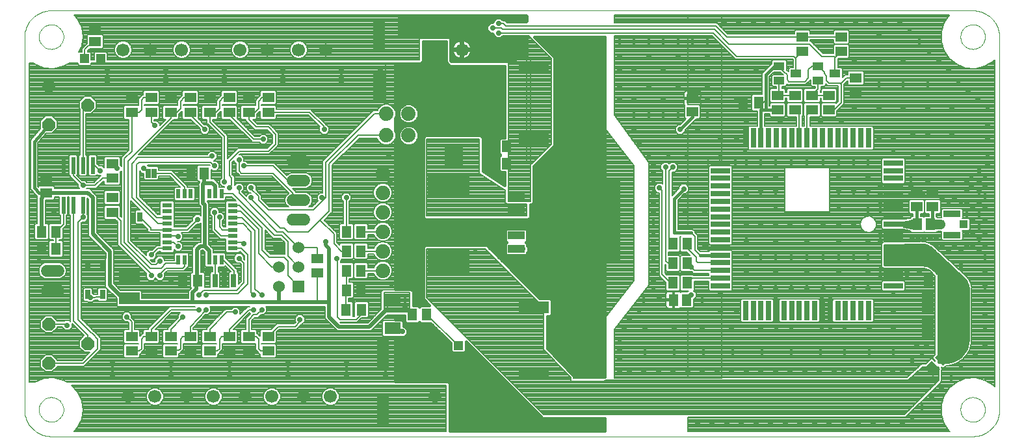
<source format=gtl>
G75*
G70*
%OFA0B0*%
%FSLAX24Y24*%
%IPPOS*%
%LPD*%
%AMOC8*
5,1,8,0,0,1.08239X$1,22.5*
%
%ADD10C,0.0000*%
%ADD11R,0.0220X0.0500*%
%ADD12R,0.0500X0.0220*%
%ADD13R,0.0630X0.0512*%
%ADD14R,0.0600X0.0600*%
%ADD15C,0.0600*%
%ADD16R,0.0276X0.0669*%
%ADD17R,0.0512X0.0591*%
%ADD18R,0.0512X0.0630*%
%ADD19R,0.0472X0.0472*%
%ADD20R,0.0250X0.0500*%
%ADD21R,0.0315X0.0984*%
%ADD22R,0.0984X0.0315*%
%ADD23R,0.0866X0.0335*%
%ADD24R,0.0413X0.0394*%
%ADD25R,0.0945X0.0945*%
%ADD26R,0.0630X0.1063*%
%ADD27R,0.0236X0.0866*%
%ADD28R,0.0591X0.0512*%
%ADD29R,0.0630X0.1575*%
%ADD30R,0.1575X0.0630*%
%ADD31C,0.0669*%
%ADD32C,0.0594*%
%ADD33R,0.0276X0.0472*%
%ADD34OC8,0.0660*%
%ADD35C,0.0740*%
%ADD36R,0.0551X0.0394*%
%ADD37R,0.0827X0.0591*%
%ADD38R,0.2126X0.1142*%
%ADD39R,0.4098X0.4252*%
%ADD40R,0.0850X0.0420*%
%ADD41R,0.1063X0.0630*%
%ADD42C,0.0160*%
%ADD43C,0.0080*%
%ADD44OC8,0.0278*%
%ADD45OC8,0.0357*%
%ADD46C,0.0197*%
%ADD47C,0.0500*%
%ADD48C,0.0453*%
%ADD49C,0.0010*%
%ADD50C,0.0200*%
D10*
X007018Y004890D02*
X054254Y004890D01*
X053635Y006265D02*
X053637Y006315D01*
X053643Y006365D01*
X053653Y006414D01*
X053667Y006462D01*
X053684Y006509D01*
X053705Y006554D01*
X053730Y006598D01*
X053758Y006639D01*
X053790Y006678D01*
X053824Y006715D01*
X053861Y006749D01*
X053901Y006779D01*
X053943Y006806D01*
X053987Y006830D01*
X054033Y006851D01*
X054080Y006867D01*
X054128Y006880D01*
X054178Y006889D01*
X054227Y006894D01*
X054278Y006895D01*
X054328Y006892D01*
X054377Y006885D01*
X054426Y006874D01*
X054474Y006859D01*
X054520Y006841D01*
X054565Y006819D01*
X054608Y006793D01*
X054649Y006764D01*
X054688Y006732D01*
X054724Y006697D01*
X054756Y006659D01*
X054786Y006619D01*
X054813Y006576D01*
X054836Y006532D01*
X054855Y006486D01*
X054871Y006438D01*
X054883Y006389D01*
X054891Y006340D01*
X054895Y006290D01*
X054895Y006240D01*
X054891Y006190D01*
X054883Y006141D01*
X054871Y006092D01*
X054855Y006044D01*
X054836Y005998D01*
X054813Y005954D01*
X054786Y005911D01*
X054756Y005871D01*
X054724Y005833D01*
X054688Y005798D01*
X054649Y005766D01*
X054608Y005737D01*
X054565Y005711D01*
X054520Y005689D01*
X054474Y005671D01*
X054426Y005656D01*
X054377Y005645D01*
X054328Y005638D01*
X054278Y005635D01*
X054227Y005636D01*
X054178Y005641D01*
X054128Y005650D01*
X054080Y005663D01*
X054033Y005679D01*
X053987Y005700D01*
X053943Y005724D01*
X053901Y005751D01*
X053861Y005781D01*
X053824Y005815D01*
X053790Y005852D01*
X053758Y005891D01*
X053730Y005932D01*
X053705Y005976D01*
X053684Y006021D01*
X053667Y006068D01*
X053653Y006116D01*
X053643Y006165D01*
X053637Y006215D01*
X053635Y006265D01*
X054254Y004890D02*
X054326Y004892D01*
X054398Y004898D01*
X054470Y004907D01*
X054541Y004920D01*
X054611Y004937D01*
X054680Y004957D01*
X054748Y004982D01*
X054814Y005009D01*
X054880Y005040D01*
X054943Y005075D01*
X055005Y005112D01*
X055064Y005153D01*
X055121Y005197D01*
X055176Y005244D01*
X055228Y005294D01*
X055278Y005346D01*
X055325Y005401D01*
X055369Y005458D01*
X055410Y005517D01*
X055447Y005579D01*
X055482Y005642D01*
X055513Y005708D01*
X055540Y005774D01*
X055565Y005842D01*
X055585Y005911D01*
X055602Y005981D01*
X055615Y006052D01*
X055624Y006124D01*
X055630Y006196D01*
X055632Y006268D01*
X055632Y025362D01*
X053635Y025390D02*
X053637Y025440D01*
X053643Y025490D01*
X053653Y025539D01*
X053667Y025587D01*
X053684Y025634D01*
X053705Y025679D01*
X053730Y025723D01*
X053758Y025764D01*
X053790Y025803D01*
X053824Y025840D01*
X053861Y025874D01*
X053901Y025904D01*
X053943Y025931D01*
X053987Y025955D01*
X054033Y025976D01*
X054080Y025992D01*
X054128Y026005D01*
X054178Y026014D01*
X054227Y026019D01*
X054278Y026020D01*
X054328Y026017D01*
X054377Y026010D01*
X054426Y025999D01*
X054474Y025984D01*
X054520Y025966D01*
X054565Y025944D01*
X054608Y025918D01*
X054649Y025889D01*
X054688Y025857D01*
X054724Y025822D01*
X054756Y025784D01*
X054786Y025744D01*
X054813Y025701D01*
X054836Y025657D01*
X054855Y025611D01*
X054871Y025563D01*
X054883Y025514D01*
X054891Y025465D01*
X054895Y025415D01*
X054895Y025365D01*
X054891Y025315D01*
X054883Y025266D01*
X054871Y025217D01*
X054855Y025169D01*
X054836Y025123D01*
X054813Y025079D01*
X054786Y025036D01*
X054756Y024996D01*
X054724Y024958D01*
X054688Y024923D01*
X054649Y024891D01*
X054608Y024862D01*
X054565Y024836D01*
X054520Y024814D01*
X054474Y024796D01*
X054426Y024781D01*
X054377Y024770D01*
X054328Y024763D01*
X054278Y024760D01*
X054227Y024761D01*
X054178Y024766D01*
X054128Y024775D01*
X054080Y024788D01*
X054033Y024804D01*
X053987Y024825D01*
X053943Y024849D01*
X053901Y024876D01*
X053861Y024906D01*
X053824Y024940D01*
X053790Y024977D01*
X053758Y025016D01*
X053730Y025057D01*
X053705Y025101D01*
X053684Y025146D01*
X053667Y025193D01*
X053653Y025241D01*
X053643Y025290D01*
X053637Y025340D01*
X053635Y025390D01*
X054254Y026740D02*
X054326Y026738D01*
X054398Y026732D01*
X054470Y026723D01*
X054541Y026710D01*
X054611Y026693D01*
X054680Y026673D01*
X054748Y026648D01*
X054814Y026621D01*
X054880Y026590D01*
X054943Y026555D01*
X055005Y026518D01*
X055064Y026477D01*
X055121Y026433D01*
X055176Y026386D01*
X055228Y026336D01*
X055278Y026284D01*
X055325Y026229D01*
X055369Y026172D01*
X055410Y026113D01*
X055447Y026051D01*
X055482Y025988D01*
X055513Y025922D01*
X055540Y025856D01*
X055565Y025788D01*
X055585Y025719D01*
X055602Y025649D01*
X055615Y025578D01*
X055624Y025506D01*
X055630Y025434D01*
X055632Y025362D01*
X054254Y026740D02*
X007018Y026740D01*
X006385Y025390D02*
X006387Y025440D01*
X006393Y025490D01*
X006403Y025539D01*
X006417Y025587D01*
X006434Y025634D01*
X006455Y025679D01*
X006480Y025723D01*
X006508Y025764D01*
X006540Y025803D01*
X006574Y025840D01*
X006611Y025874D01*
X006651Y025904D01*
X006693Y025931D01*
X006737Y025955D01*
X006783Y025976D01*
X006830Y025992D01*
X006878Y026005D01*
X006928Y026014D01*
X006977Y026019D01*
X007028Y026020D01*
X007078Y026017D01*
X007127Y026010D01*
X007176Y025999D01*
X007224Y025984D01*
X007270Y025966D01*
X007315Y025944D01*
X007358Y025918D01*
X007399Y025889D01*
X007438Y025857D01*
X007474Y025822D01*
X007506Y025784D01*
X007536Y025744D01*
X007563Y025701D01*
X007586Y025657D01*
X007605Y025611D01*
X007621Y025563D01*
X007633Y025514D01*
X007641Y025465D01*
X007645Y025415D01*
X007645Y025365D01*
X007641Y025315D01*
X007633Y025266D01*
X007621Y025217D01*
X007605Y025169D01*
X007586Y025123D01*
X007563Y025079D01*
X007536Y025036D01*
X007506Y024996D01*
X007474Y024958D01*
X007438Y024923D01*
X007399Y024891D01*
X007358Y024862D01*
X007315Y024836D01*
X007270Y024814D01*
X007224Y024796D01*
X007176Y024781D01*
X007127Y024770D01*
X007078Y024763D01*
X007028Y024760D01*
X006977Y024761D01*
X006928Y024766D01*
X006878Y024775D01*
X006830Y024788D01*
X006783Y024804D01*
X006737Y024825D01*
X006693Y024849D01*
X006651Y024876D01*
X006611Y024906D01*
X006574Y024940D01*
X006540Y024977D01*
X006508Y025016D01*
X006480Y025057D01*
X006455Y025101D01*
X006434Y025146D01*
X006417Y025193D01*
X006403Y025241D01*
X006393Y025290D01*
X006387Y025340D01*
X006385Y025390D01*
X005640Y025362D02*
X005642Y025434D01*
X005648Y025506D01*
X005657Y025578D01*
X005670Y025649D01*
X005687Y025719D01*
X005707Y025788D01*
X005732Y025856D01*
X005759Y025922D01*
X005790Y025988D01*
X005825Y026051D01*
X005862Y026113D01*
X005903Y026172D01*
X005947Y026229D01*
X005994Y026284D01*
X006044Y026336D01*
X006096Y026386D01*
X006151Y026433D01*
X006208Y026477D01*
X006267Y026518D01*
X006329Y026555D01*
X006392Y026590D01*
X006458Y026621D01*
X006524Y026648D01*
X006592Y026673D01*
X006661Y026693D01*
X006731Y026710D01*
X006802Y026723D01*
X006874Y026732D01*
X006946Y026738D01*
X007018Y026740D01*
X005640Y025362D02*
X005640Y006268D01*
X006385Y006265D02*
X006387Y006315D01*
X006393Y006365D01*
X006403Y006414D01*
X006417Y006462D01*
X006434Y006509D01*
X006455Y006554D01*
X006480Y006598D01*
X006508Y006639D01*
X006540Y006678D01*
X006574Y006715D01*
X006611Y006749D01*
X006651Y006779D01*
X006693Y006806D01*
X006737Y006830D01*
X006783Y006851D01*
X006830Y006867D01*
X006878Y006880D01*
X006928Y006889D01*
X006977Y006894D01*
X007028Y006895D01*
X007078Y006892D01*
X007127Y006885D01*
X007176Y006874D01*
X007224Y006859D01*
X007270Y006841D01*
X007315Y006819D01*
X007358Y006793D01*
X007399Y006764D01*
X007438Y006732D01*
X007474Y006697D01*
X007506Y006659D01*
X007536Y006619D01*
X007563Y006576D01*
X007586Y006532D01*
X007605Y006486D01*
X007621Y006438D01*
X007633Y006389D01*
X007641Y006340D01*
X007645Y006290D01*
X007645Y006240D01*
X007641Y006190D01*
X007633Y006141D01*
X007621Y006092D01*
X007605Y006044D01*
X007586Y005998D01*
X007563Y005954D01*
X007536Y005911D01*
X007506Y005871D01*
X007474Y005833D01*
X007438Y005798D01*
X007399Y005766D01*
X007358Y005737D01*
X007315Y005711D01*
X007270Y005689D01*
X007224Y005671D01*
X007176Y005656D01*
X007127Y005645D01*
X007078Y005638D01*
X007028Y005635D01*
X006977Y005636D01*
X006928Y005641D01*
X006878Y005650D01*
X006830Y005663D01*
X006783Y005679D01*
X006737Y005700D01*
X006693Y005724D01*
X006651Y005751D01*
X006611Y005781D01*
X006574Y005815D01*
X006540Y005852D01*
X006508Y005891D01*
X006480Y005932D01*
X006455Y005976D01*
X006434Y006021D01*
X006417Y006068D01*
X006403Y006116D01*
X006393Y006165D01*
X006387Y006215D01*
X006385Y006265D01*
X005640Y006268D02*
X005642Y006196D01*
X005648Y006124D01*
X005657Y006052D01*
X005670Y005981D01*
X005687Y005911D01*
X005707Y005842D01*
X005732Y005774D01*
X005759Y005708D01*
X005790Y005642D01*
X005825Y005579D01*
X005862Y005517D01*
X005903Y005458D01*
X005947Y005401D01*
X005994Y005346D01*
X006044Y005294D01*
X006096Y005244D01*
X006151Y005197D01*
X006208Y005153D01*
X006267Y005112D01*
X006329Y005075D01*
X006392Y005040D01*
X006458Y005009D01*
X006524Y004982D01*
X006592Y004957D01*
X006661Y004937D01*
X006731Y004920D01*
X006802Y004907D01*
X006874Y004898D01*
X006946Y004892D01*
X007018Y004890D01*
D11*
X013538Y013950D03*
X013853Y013950D03*
X014168Y013950D03*
X014483Y013950D03*
X014797Y013950D03*
X015112Y013950D03*
X015427Y013950D03*
X015742Y013950D03*
X015742Y017330D03*
X015427Y017330D03*
X015112Y017330D03*
X014797Y017330D03*
X014483Y017330D03*
X014168Y017330D03*
X013853Y017330D03*
X013538Y017330D03*
D12*
X012950Y016742D03*
X012950Y016427D03*
X012950Y016112D03*
X012950Y015797D03*
X012950Y015483D03*
X012950Y015168D03*
X012950Y014853D03*
X012950Y014538D03*
X016330Y014538D03*
X016330Y014853D03*
X016330Y015168D03*
X016330Y015483D03*
X016330Y015797D03*
X016330Y016112D03*
X016330Y016427D03*
X016330Y016742D03*
D13*
X020640Y014014D03*
X020640Y013266D03*
X018140Y010014D03*
X017140Y010014D03*
X017140Y009266D03*
X018140Y009266D03*
X016140Y009266D03*
X016140Y010014D03*
X015140Y010014D03*
X015140Y009266D03*
X014140Y009266D03*
X013140Y009266D03*
X013140Y010014D03*
X014140Y010014D03*
X012140Y010014D03*
X012140Y009266D03*
X011140Y009266D03*
X011140Y010014D03*
X010140Y016391D03*
X010140Y017139D03*
X010140Y018141D03*
X010140Y018889D03*
X006765Y018159D03*
X006765Y017371D03*
X011140Y021516D03*
X011140Y022264D03*
X012140Y022264D03*
X012140Y021516D03*
X013140Y021516D03*
X014140Y021516D03*
X014140Y022264D03*
X013140Y022264D03*
X015140Y022264D03*
X015140Y021516D03*
X016140Y021516D03*
X016140Y022264D03*
X017140Y022264D03*
X018140Y022264D03*
X018140Y021516D03*
X017140Y021516D03*
X009265Y025141D03*
X009265Y025889D03*
X045140Y022389D03*
X046015Y022389D03*
X046015Y021641D03*
X045140Y021641D03*
X048265Y022496D03*
X048265Y023284D03*
D14*
X019703Y012578D03*
D15*
X018703Y012578D03*
X018703Y013578D03*
X019703Y013578D03*
X019703Y014578D03*
X018703Y014578D03*
D16*
X016362Y012890D03*
X015890Y012890D03*
X015418Y012890D03*
D17*
X014850Y018390D03*
X014180Y018390D03*
X029680Y018890D03*
X030350Y018890D03*
X030350Y019765D03*
X029680Y019765D03*
X038930Y011890D03*
X039600Y011890D03*
X051430Y015765D03*
X052100Y015765D03*
G36*
X053106Y008877D02*
X052744Y008515D01*
X052328Y008931D01*
X052690Y009293D01*
X053106Y008877D01*
G37*
G36*
X052577Y008349D02*
X052215Y007987D01*
X051799Y008403D01*
X052161Y008765D01*
X052577Y008349D01*
G37*
D18*
X052784Y012890D03*
X051996Y012890D03*
X039639Y012765D03*
X038891Y012765D03*
X038891Y013765D03*
X039639Y013765D03*
X039639Y014765D03*
X038891Y014765D03*
X042496Y022015D03*
X043284Y022015D03*
X026264Y011140D03*
X025516Y011140D03*
X022909Y011390D03*
X022121Y011390D03*
X022141Y012390D03*
X022889Y012390D03*
X022889Y013390D03*
X022141Y013390D03*
X022141Y014390D03*
X022889Y014390D03*
X022889Y015390D03*
X022141Y015390D03*
X014534Y012890D03*
X013746Y012890D03*
X007264Y014515D03*
X006516Y014515D03*
X006516Y015390D03*
X007264Y015390D03*
D19*
X008727Y024265D03*
X009553Y024265D03*
X027890Y009553D03*
X027890Y008727D03*
D20*
X011552Y016140D03*
X011228Y016140D03*
X011978Y018390D03*
X012302Y018390D03*
D21*
X042615Y020194D03*
X043009Y020194D03*
X043403Y020194D03*
X043796Y020194D03*
X044190Y020194D03*
X044584Y020194D03*
X044978Y020194D03*
X045371Y020194D03*
X045765Y020194D03*
X046159Y020194D03*
X046552Y020194D03*
X046946Y020194D03*
X047340Y020194D03*
X047734Y020194D03*
X048127Y020194D03*
X048521Y020194D03*
X048915Y020194D03*
X048915Y011336D03*
X048521Y011336D03*
X048127Y011336D03*
X047734Y011336D03*
X047340Y011336D03*
X046946Y011336D03*
X046552Y011336D03*
X046159Y011336D03*
X045765Y011336D03*
X045371Y011336D03*
X044978Y011336D03*
X044584Y011336D03*
X044190Y011336D03*
X043796Y011336D03*
X043403Y011336D03*
X043009Y011336D03*
X042615Y011336D03*
D22*
X041336Y012615D03*
X041336Y013009D03*
X041336Y013403D03*
X041336Y013796D03*
X041336Y014190D03*
X041336Y014584D03*
X041336Y014978D03*
X041336Y015371D03*
X041336Y015765D03*
X041336Y016159D03*
X041336Y016552D03*
X041336Y016946D03*
X041336Y017340D03*
X041336Y017734D03*
X041336Y018127D03*
X041336Y018521D03*
X041336Y018915D03*
X050194Y018915D03*
X050194Y018521D03*
X050194Y018127D03*
X050194Y017734D03*
X050194Y017340D03*
X050194Y016946D03*
X050194Y016552D03*
X050194Y016159D03*
X050194Y015765D03*
X050194Y015371D03*
X050194Y014978D03*
X050194Y014584D03*
X050194Y014190D03*
X050194Y013796D03*
X050194Y013403D03*
X050194Y013009D03*
X050194Y012615D03*
D23*
X053203Y015224D03*
X053203Y016306D03*
D24*
X053803Y015765D03*
X052602Y015765D03*
D25*
X027640Y019274D03*
X027640Y021006D03*
D26*
X051964Y011765D03*
X053066Y011765D03*
X053066Y010390D03*
X051964Y010390D03*
D27*
X009140Y016741D03*
X008640Y016741D03*
X008140Y016741D03*
X007640Y016741D03*
X007640Y018789D03*
X008140Y018789D03*
X008640Y018789D03*
X009140Y018789D03*
D28*
X039890Y021555D03*
X039890Y022225D03*
X044265Y022389D03*
X044265Y021641D03*
X046890Y021641D03*
X046890Y022389D03*
X047515Y024641D03*
X047515Y025389D03*
X045515Y025389D03*
X045515Y024641D03*
X051390Y017350D03*
X052203Y017350D03*
X052203Y016680D03*
X051390Y016680D03*
D29*
X024015Y009100D03*
X024015Y006305D03*
X023828Y022742D03*
X023828Y025538D03*
D30*
X031742Y023765D03*
X034538Y023765D03*
X034538Y020140D03*
X031742Y020140D03*
X031742Y011515D03*
X034538Y011515D03*
X034538Y008140D03*
X031742Y008140D03*
D31*
X028079Y006929D03*
X026701Y006929D03*
X021329Y006929D03*
X019951Y006929D03*
X018329Y006929D03*
X016951Y006929D03*
X015329Y006929D03*
X013951Y006929D03*
X012329Y006929D03*
X010951Y006929D03*
X010701Y024726D03*
X012079Y024726D03*
X013701Y024726D03*
X015079Y024726D03*
X016701Y024726D03*
X018079Y024726D03*
X019701Y024726D03*
X021079Y024726D03*
X026701Y024726D03*
X028079Y024726D03*
D32*
X019999Y019015D02*
X019406Y019015D01*
X019406Y018015D02*
X019999Y018015D01*
X019999Y017015D02*
X019406Y017015D01*
X019406Y016015D02*
X019999Y016015D01*
X007374Y013390D02*
X006781Y013390D01*
X006781Y012390D02*
X007374Y012390D01*
D33*
X008890Y012162D03*
X009640Y012162D03*
X009640Y013618D03*
X008890Y013618D03*
D34*
X006890Y010640D03*
X008890Y009640D03*
X006890Y008640D03*
X006890Y020890D03*
X008890Y021890D03*
X006890Y022890D03*
D35*
X024195Y021453D03*
X025335Y021453D03*
X025335Y020328D03*
X024195Y020328D03*
X024015Y018390D03*
X024015Y017390D03*
X024015Y016390D03*
X024015Y015390D03*
X024015Y014390D03*
X024015Y013390D03*
D36*
X044332Y023141D03*
X044332Y023889D03*
X045198Y023515D03*
X046332Y023141D03*
X047198Y023515D03*
X046332Y023889D03*
D37*
X024515Y011849D03*
X024515Y010431D03*
D38*
X027390Y013886D03*
X027390Y017744D03*
D39*
X034140Y015865D03*
D40*
X030860Y015865D03*
X030860Y015195D03*
X030860Y014525D03*
X030860Y016535D03*
X030860Y017205D03*
D41*
X011015Y013066D03*
X011015Y011964D03*
D42*
X014797Y013483D02*
X014797Y013950D01*
X014797Y013483D02*
X015015Y013390D01*
X006765Y017371D02*
X006746Y017390D01*
X006390Y017390D01*
X006140Y017640D01*
X006140Y020015D01*
X006890Y020890D01*
X024640Y020899D02*
X030263Y020899D01*
X030263Y021057D02*
X025675Y021057D01*
X025630Y021012D02*
X025776Y021158D01*
X025855Y021349D01*
X025855Y021556D01*
X025776Y021747D01*
X025630Y021893D01*
X025438Y021972D01*
X025232Y021972D01*
X025040Y021893D01*
X024894Y021747D01*
X024815Y021556D01*
X024815Y021349D01*
X024894Y021158D01*
X025040Y021012D01*
X025232Y020933D01*
X025438Y020933D01*
X025630Y021012D01*
X025630Y020768D02*
X025438Y020847D01*
X025232Y020847D01*
X025040Y020768D01*
X024894Y020622D01*
X024815Y020431D01*
X024815Y020224D01*
X024894Y020033D01*
X025040Y019887D01*
X025232Y019808D01*
X025438Y019808D01*
X025630Y019887D01*
X025776Y020033D01*
X025855Y020224D01*
X025855Y020431D01*
X025776Y020622D01*
X025630Y020768D01*
X025658Y020740D02*
X030263Y020740D01*
X030263Y020582D02*
X025793Y020582D01*
X025855Y020423D02*
X030263Y020423D01*
X030263Y020265D02*
X029097Y020265D01*
X029142Y020219D02*
X029031Y020330D01*
X026186Y020330D01*
X026075Y020219D01*
X026075Y016124D01*
X026186Y016013D01*
X031469Y016013D01*
X031580Y016124D01*
X031580Y016763D01*
X031656Y016763D01*
X031767Y016874D01*
X031767Y018749D01*
X031830Y018811D01*
X032719Y019700D01*
X032830Y019811D01*
X032830Y024344D01*
X031786Y025388D01*
X035390Y025388D01*
X035390Y007955D01*
X033846Y007955D01*
X032455Y009404D01*
X032455Y011050D01*
X032592Y011050D01*
X032680Y011138D01*
X032680Y011892D01*
X032592Y011980D01*
X032069Y011980D01*
X029455Y014594D01*
X029344Y014705D01*
X026186Y014705D01*
X026075Y014594D01*
X026075Y014436D01*
X026075Y012094D01*
X026075Y011936D01*
X026406Y011605D01*
X025946Y011605D01*
X025890Y011549D01*
X025834Y011605D01*
X025580Y011605D01*
X025580Y012344D01*
X025469Y012455D01*
X024640Y012455D01*
X024640Y020043D01*
X024715Y020224D01*
X024715Y020431D01*
X024640Y020612D01*
X024640Y021168D01*
X024715Y021349D01*
X024715Y021556D01*
X024640Y021737D01*
X024640Y024013D01*
X025969Y024013D01*
X026080Y024124D01*
X026080Y025142D01*
X027267Y025142D01*
X027267Y024091D01*
X027304Y023999D01*
X027374Y023929D01*
X027466Y023892D01*
X030263Y023892D01*
X030263Y020210D01*
X030032Y020210D01*
X029944Y020122D01*
X029944Y019408D01*
X030024Y019328D01*
X029944Y019247D01*
X029944Y018533D01*
X030032Y018445D01*
X030263Y018445D01*
X030263Y017776D01*
X029142Y018494D01*
X029142Y020219D01*
X029142Y020106D02*
X029944Y020106D01*
X029944Y019948D02*
X029142Y019948D01*
X029142Y019789D02*
X029944Y019789D01*
X029944Y019631D02*
X029142Y019631D01*
X029142Y019472D02*
X029944Y019472D01*
X030010Y019314D02*
X029142Y019314D01*
X029142Y019155D02*
X029944Y019155D01*
X029944Y018997D02*
X029142Y018997D01*
X029142Y018838D02*
X029944Y018838D01*
X029944Y018680D02*
X029142Y018680D01*
X029142Y018521D02*
X029955Y018521D01*
X030263Y018363D02*
X029347Y018363D01*
X029595Y018204D02*
X030263Y018204D01*
X030263Y018046D02*
X029842Y018046D01*
X030089Y017887D02*
X030263Y017887D01*
X031767Y017887D02*
X035390Y017887D01*
X035390Y017729D02*
X031767Y017729D01*
X031767Y017570D02*
X035390Y017570D01*
X035390Y017412D02*
X031767Y017412D01*
X031767Y017253D02*
X035390Y017253D01*
X035390Y017095D02*
X031767Y017095D01*
X031767Y016936D02*
X035390Y016936D01*
X035390Y016778D02*
X031671Y016778D01*
X031580Y016619D02*
X035390Y016619D01*
X035390Y016461D02*
X031580Y016461D01*
X031580Y016302D02*
X035390Y016302D01*
X035390Y016144D02*
X031580Y016144D01*
X031347Y015555D02*
X030373Y015555D01*
X030285Y015467D01*
X030285Y014923D01*
X030348Y014860D01*
X030285Y014797D01*
X030285Y014253D01*
X030373Y014165D01*
X031347Y014165D01*
X031435Y014253D01*
X031435Y014319D01*
X031492Y014375D01*
X031492Y014615D01*
X031435Y014671D01*
X031435Y014797D01*
X031372Y014860D01*
X031435Y014923D01*
X031435Y015467D01*
X031347Y015555D01*
X031393Y015510D02*
X035390Y015510D01*
X035390Y015668D02*
X024640Y015668D01*
X024640Y015510D02*
X030327Y015510D01*
X030285Y015351D02*
X024640Y015351D01*
X024640Y015193D02*
X030285Y015193D01*
X030285Y015034D02*
X024640Y015034D01*
X024640Y014876D02*
X030332Y014876D01*
X030285Y014717D02*
X024640Y014717D01*
X024640Y014559D02*
X026075Y014559D01*
X026075Y014400D02*
X024640Y014400D01*
X024640Y014242D02*
X026075Y014242D01*
X026075Y014083D02*
X024640Y014083D01*
X024640Y013925D02*
X026075Y013925D01*
X026075Y013766D02*
X024640Y013766D01*
X024640Y013608D02*
X026075Y013608D01*
X026075Y013449D02*
X024640Y013449D01*
X024640Y013291D02*
X026075Y013291D01*
X026075Y013132D02*
X024640Y013132D01*
X024640Y012974D02*
X026075Y012974D01*
X026075Y012815D02*
X024640Y012815D01*
X024640Y012657D02*
X026075Y012657D01*
X026075Y012498D02*
X024640Y012498D01*
X025580Y012340D02*
X026075Y012340D01*
X026075Y012181D02*
X025580Y012181D01*
X025580Y012023D02*
X026075Y012023D01*
X026147Y011864D02*
X025580Y011864D01*
X025580Y011706D02*
X026306Y011706D01*
X025110Y011075D02*
X025110Y010763D01*
X025198Y010675D01*
X025834Y010675D01*
X025890Y010731D01*
X025946Y010675D01*
X026468Y010675D01*
X027504Y009665D01*
X027504Y009255D01*
X027592Y009167D01*
X028188Y009167D01*
X028276Y009255D01*
X028276Y009735D01*
X032075Y005936D01*
X032186Y005825D01*
X035390Y005825D01*
X035390Y005170D01*
X027455Y005170D01*
X027455Y007594D01*
X027344Y007705D01*
X024640Y007705D01*
X024640Y009986D01*
X024885Y009986D01*
X024895Y009976D01*
X025135Y009976D01*
X025304Y010145D01*
X025304Y010385D01*
X025135Y010554D01*
X025078Y010554D01*
X025078Y010789D01*
X024991Y010877D01*
X024640Y010877D01*
X024640Y011075D01*
X025110Y011075D01*
X025110Y011072D02*
X024640Y011072D01*
X024640Y010913D02*
X025110Y010913D01*
X025118Y010755D02*
X025078Y010755D01*
X025078Y010596D02*
X026549Y010596D01*
X026712Y010438D02*
X025251Y010438D01*
X025304Y010279D02*
X026874Y010279D01*
X027037Y010121D02*
X025279Y010121D01*
X024640Y009962D02*
X027199Y009962D01*
X027362Y009804D02*
X024640Y009804D01*
X024640Y009645D02*
X027504Y009645D01*
X027504Y009487D02*
X024640Y009487D01*
X024640Y009328D02*
X027504Y009328D01*
X027589Y009170D02*
X024640Y009170D01*
X024640Y009011D02*
X029000Y009011D01*
X028842Y009170D02*
X028191Y009170D01*
X028276Y009328D02*
X028683Y009328D01*
X028525Y009487D02*
X028276Y009487D01*
X028276Y009645D02*
X028366Y009645D01*
X029159Y008853D02*
X024640Y008853D01*
X024640Y008694D02*
X029317Y008694D01*
X029476Y008536D02*
X024640Y008536D01*
X024640Y008377D02*
X029634Y008377D01*
X029793Y008219D02*
X024640Y008219D01*
X024640Y008060D02*
X029951Y008060D01*
X030110Y007902D02*
X024640Y007902D01*
X024640Y007743D02*
X030268Y007743D01*
X030427Y007585D02*
X027455Y007585D01*
X027455Y007426D02*
X030585Y007426D01*
X030744Y007268D02*
X027455Y007268D01*
X027455Y007109D02*
X030902Y007109D01*
X031061Y006951D02*
X027455Y006951D01*
X027455Y006792D02*
X031219Y006792D01*
X031378Y006634D02*
X027455Y006634D01*
X027455Y006475D02*
X031536Y006475D01*
X031695Y006317D02*
X027455Y006317D01*
X027455Y006158D02*
X031853Y006158D01*
X032012Y006000D02*
X027455Y006000D01*
X027455Y005841D02*
X032170Y005841D01*
X035390Y005683D02*
X027455Y005683D01*
X027455Y005524D02*
X035390Y005524D01*
X035390Y005366D02*
X027455Y005366D01*
X027455Y005207D02*
X035390Y005207D01*
X035390Y008060D02*
X033745Y008060D01*
X033593Y008219D02*
X035390Y008219D01*
X035390Y008377D02*
X033441Y008377D01*
X033289Y008536D02*
X035390Y008536D01*
X035390Y008694D02*
X033137Y008694D01*
X032984Y008853D02*
X035390Y008853D01*
X035390Y009011D02*
X032832Y009011D01*
X032680Y009170D02*
X035390Y009170D01*
X035390Y009328D02*
X032528Y009328D01*
X032455Y009487D02*
X035390Y009487D01*
X035390Y009645D02*
X032455Y009645D01*
X032455Y009804D02*
X035390Y009804D01*
X035390Y009962D02*
X032455Y009962D01*
X032455Y010121D02*
X035390Y010121D01*
X035390Y010279D02*
X032455Y010279D01*
X032455Y010438D02*
X035390Y010438D01*
X035390Y010596D02*
X032455Y010596D01*
X032455Y010755D02*
X035390Y010755D01*
X035390Y010913D02*
X032455Y010913D01*
X032613Y011072D02*
X035390Y011072D01*
X035390Y011230D02*
X032680Y011230D01*
X032680Y011389D02*
X035390Y011389D01*
X035390Y011547D02*
X032680Y011547D01*
X032680Y011706D02*
X035390Y011706D01*
X035390Y011864D02*
X032680Y011864D01*
X032026Y012023D02*
X035390Y012023D01*
X035390Y012181D02*
X031868Y012181D01*
X031709Y012340D02*
X035390Y012340D01*
X035390Y012498D02*
X031551Y012498D01*
X031392Y012657D02*
X035390Y012657D01*
X035390Y012815D02*
X031234Y012815D01*
X031075Y012974D02*
X035390Y012974D01*
X035390Y013132D02*
X030917Y013132D01*
X030758Y013291D02*
X035390Y013291D01*
X035390Y013449D02*
X030600Y013449D01*
X030441Y013608D02*
X035390Y013608D01*
X035390Y013766D02*
X030283Y013766D01*
X030124Y013925D02*
X035390Y013925D01*
X035390Y014083D02*
X029966Y014083D01*
X029807Y014242D02*
X030296Y014242D01*
X030285Y014400D02*
X029649Y014400D01*
X029490Y014559D02*
X030285Y014559D01*
X031388Y014876D02*
X035390Y014876D01*
X035390Y015034D02*
X031435Y015034D01*
X031435Y015193D02*
X035390Y015193D01*
X035390Y015351D02*
X031435Y015351D01*
X031435Y014717D02*
X035390Y014717D01*
X035390Y014559D02*
X031492Y014559D01*
X031492Y014400D02*
X035390Y014400D01*
X035390Y014242D02*
X031424Y014242D01*
X035390Y015827D02*
X024640Y015827D01*
X024640Y015985D02*
X035390Y015985D01*
X035390Y018046D02*
X031767Y018046D01*
X031767Y018204D02*
X035390Y018204D01*
X035390Y018363D02*
X031767Y018363D01*
X031767Y018521D02*
X035390Y018521D01*
X035390Y018680D02*
X031767Y018680D01*
X031857Y018838D02*
X035390Y018838D01*
X035390Y018997D02*
X032015Y018997D01*
X032174Y019155D02*
X035390Y019155D01*
X035390Y019314D02*
X032332Y019314D01*
X032491Y019472D02*
X035390Y019472D01*
X035390Y019631D02*
X032649Y019631D01*
X032808Y019789D02*
X035390Y019789D01*
X035390Y019948D02*
X032830Y019948D01*
X032830Y020106D02*
X035390Y020106D01*
X035390Y020265D02*
X032830Y020265D01*
X032830Y020423D02*
X035390Y020423D01*
X035390Y020582D02*
X032830Y020582D01*
X032830Y020740D02*
X035390Y020740D01*
X035390Y020899D02*
X032830Y020899D01*
X032830Y021057D02*
X035390Y021057D01*
X035390Y021216D02*
X032830Y021216D01*
X032830Y021374D02*
X035390Y021374D01*
X035390Y021533D02*
X032830Y021533D01*
X032830Y021691D02*
X035390Y021691D01*
X035390Y021850D02*
X032830Y021850D01*
X032830Y022008D02*
X035390Y022008D01*
X035390Y022167D02*
X032830Y022167D01*
X032830Y022325D02*
X035390Y022325D01*
X035390Y022484D02*
X032830Y022484D01*
X032830Y022642D02*
X035390Y022642D01*
X035390Y022801D02*
X032830Y022801D01*
X032830Y022959D02*
X035390Y022959D01*
X035390Y023118D02*
X032830Y023118D01*
X032830Y023276D02*
X035390Y023276D01*
X035390Y023435D02*
X032830Y023435D01*
X032830Y023593D02*
X035390Y023593D01*
X035390Y023752D02*
X032830Y023752D01*
X032830Y023910D02*
X035390Y023910D01*
X035390Y024069D02*
X032830Y024069D01*
X032830Y024227D02*
X035390Y024227D01*
X035390Y024386D02*
X032788Y024386D01*
X032630Y024544D02*
X035390Y024544D01*
X035390Y024703D02*
X032471Y024703D01*
X032313Y024861D02*
X035390Y024861D01*
X035390Y025020D02*
X032154Y025020D01*
X031996Y025178D02*
X035390Y025178D01*
X035390Y025337D02*
X031837Y025337D01*
X030263Y023752D02*
X024640Y023752D01*
X024640Y023910D02*
X027421Y023910D01*
X027276Y024069D02*
X026025Y024069D01*
X026080Y024227D02*
X027267Y024227D01*
X027267Y024386D02*
X026080Y024386D01*
X026080Y024544D02*
X027267Y024544D01*
X027267Y024703D02*
X026080Y024703D01*
X026080Y024861D02*
X027267Y024861D01*
X027267Y025020D02*
X026080Y025020D01*
X024640Y023593D02*
X030263Y023593D01*
X030263Y023435D02*
X024640Y023435D01*
X024640Y023276D02*
X030263Y023276D01*
X030263Y023118D02*
X024640Y023118D01*
X024640Y022959D02*
X030263Y022959D01*
X030263Y022801D02*
X024640Y022801D01*
X024640Y022642D02*
X030263Y022642D01*
X030263Y022484D02*
X024640Y022484D01*
X024640Y022325D02*
X030263Y022325D01*
X030263Y022167D02*
X024640Y022167D01*
X024640Y022008D02*
X030263Y022008D01*
X030263Y021850D02*
X025673Y021850D01*
X025799Y021691D02*
X030263Y021691D01*
X030263Y021533D02*
X025855Y021533D01*
X025855Y021374D02*
X030263Y021374D01*
X030263Y021216D02*
X025800Y021216D01*
X024995Y021057D02*
X024640Y021057D01*
X024660Y021216D02*
X024870Y021216D01*
X024815Y021374D02*
X024715Y021374D01*
X024715Y021533D02*
X024815Y021533D01*
X024871Y021691D02*
X024659Y021691D01*
X024640Y021850D02*
X024997Y021850D01*
X025012Y020740D02*
X024640Y020740D01*
X024653Y020582D02*
X024877Y020582D01*
X024815Y020423D02*
X024715Y020423D01*
X024715Y020265D02*
X024815Y020265D01*
X024864Y020106D02*
X024666Y020106D01*
X024640Y019948D02*
X024980Y019948D01*
X024640Y019789D02*
X026075Y019789D01*
X026075Y019631D02*
X024640Y019631D01*
X024640Y019472D02*
X026075Y019472D01*
X026075Y019314D02*
X024640Y019314D01*
X024640Y019155D02*
X026075Y019155D01*
X026075Y018997D02*
X024640Y018997D01*
X024640Y018838D02*
X026075Y018838D01*
X026075Y018680D02*
X024640Y018680D01*
X024640Y018521D02*
X026075Y018521D01*
X026075Y018363D02*
X024640Y018363D01*
X024640Y018204D02*
X026075Y018204D01*
X026075Y018046D02*
X024640Y018046D01*
X024640Y017887D02*
X026075Y017887D01*
X026075Y017729D02*
X024640Y017729D01*
X024640Y017570D02*
X026075Y017570D01*
X026075Y017412D02*
X024640Y017412D01*
X024640Y017253D02*
X026075Y017253D01*
X026075Y017095D02*
X024640Y017095D01*
X024640Y016936D02*
X026075Y016936D01*
X026075Y016778D02*
X024640Y016778D01*
X024640Y016619D02*
X026075Y016619D01*
X026075Y016461D02*
X024640Y016461D01*
X024640Y016302D02*
X026075Y016302D01*
X026075Y016144D02*
X024640Y016144D01*
X025690Y019948D02*
X026075Y019948D01*
X026075Y020106D02*
X025806Y020106D01*
X025855Y020265D02*
X026121Y020265D01*
X039265Y020640D02*
X039890Y021265D01*
X039890Y021555D01*
X043403Y021653D02*
X043403Y020194D01*
X043403Y021653D02*
X043641Y021641D01*
X043640Y021642D01*
X043640Y022140D01*
X043640Y023427D01*
X044102Y023889D01*
X044332Y023889D01*
X044265Y021641D02*
X043641Y021641D01*
X039442Y017578D02*
X038953Y017088D01*
X038953Y015328D01*
X039828Y015328D01*
X040277Y014190D02*
X041336Y014190D01*
X049765Y014242D02*
X052443Y014242D01*
X052274Y014400D02*
X049765Y014400D01*
X049765Y014559D02*
X052094Y014559D01*
X052087Y014563D02*
X052180Y014489D01*
X053767Y012998D01*
X053853Y012903D01*
X053922Y012795D01*
X053973Y012677D01*
X054005Y012552D01*
X054015Y012424D01*
X054015Y009884D01*
X054003Y009716D01*
X053967Y009551D01*
X053908Y009393D01*
X053828Y009245D01*
X053727Y009110D01*
X053607Y008991D01*
X053472Y008890D01*
X053325Y008809D01*
X053167Y008750D01*
X053002Y008715D01*
X052834Y008703D01*
X052515Y008703D01*
X052515Y013203D01*
X052246Y013472D01*
X052152Y013552D01*
X052046Y013617D01*
X051932Y013664D01*
X051812Y013693D01*
X051689Y013703D01*
X050756Y013703D01*
X050748Y013710D01*
X049765Y013710D01*
X049765Y014670D01*
X050748Y014670D01*
X050781Y014703D01*
X051641Y014703D01*
X051759Y014694D01*
X051875Y014667D01*
X051985Y014623D01*
X052087Y014563D01*
X052612Y014083D02*
X049765Y014083D01*
X049765Y013925D02*
X052781Y013925D01*
X052949Y013766D02*
X049765Y013766D01*
X052061Y013608D02*
X053118Y013608D01*
X053287Y013449D02*
X052268Y013449D01*
X052427Y013291D02*
X053456Y013291D01*
X053624Y013132D02*
X052515Y013132D01*
X052515Y012974D02*
X053789Y012974D01*
X053909Y012815D02*
X052515Y012815D01*
X052515Y012657D02*
X053978Y012657D01*
X054009Y012498D02*
X052515Y012498D01*
X052515Y012340D02*
X054015Y012340D01*
X054015Y012181D02*
X052515Y012181D01*
X052515Y012023D02*
X054015Y012023D01*
X054015Y011864D02*
X052515Y011864D01*
X052515Y011706D02*
X054015Y011706D01*
X054015Y011547D02*
X052515Y011547D01*
X052515Y011389D02*
X054015Y011389D01*
X054015Y011230D02*
X052515Y011230D01*
X052515Y011072D02*
X054015Y011072D01*
X054015Y010913D02*
X052515Y010913D01*
X052515Y010755D02*
X054015Y010755D01*
X054015Y010596D02*
X052515Y010596D01*
X052515Y010438D02*
X054015Y010438D01*
X054015Y010279D02*
X052515Y010279D01*
X052515Y010121D02*
X054015Y010121D01*
X054015Y009962D02*
X052515Y009962D01*
X052515Y009804D02*
X054009Y009804D01*
X053988Y009645D02*
X052515Y009645D01*
X052515Y009487D02*
X053943Y009487D01*
X053873Y009328D02*
X052515Y009328D01*
X052515Y009170D02*
X053771Y009170D01*
X053627Y009011D02*
X052515Y009011D01*
X052515Y008853D02*
X053404Y008853D01*
X052203Y015765D02*
X052203Y016680D01*
X051390Y016680D02*
X051390Y015912D01*
X051430Y015765D01*
D43*
X051162Y015765D02*
X050194Y015765D01*
X050677Y016032D02*
X049656Y016032D01*
X049592Y015968D01*
X049592Y015562D01*
X049656Y015498D01*
X050679Y015498D01*
X051064Y015436D01*
X051064Y015424D01*
X051129Y015360D01*
X051732Y015360D01*
X051765Y015393D01*
X051798Y015360D01*
X052401Y015360D01*
X052446Y015405D01*
X052659Y015405D01*
X052659Y015011D01*
X052724Y014946D01*
X053681Y014946D01*
X053746Y015011D01*
X053746Y015437D01*
X053724Y015458D01*
X054055Y015458D01*
X054120Y015523D01*
X054120Y016007D01*
X054055Y016072D01*
X053724Y016072D01*
X053746Y016093D01*
X053746Y016519D01*
X053681Y016584D01*
X052724Y016584D01*
X052659Y016519D01*
X052659Y016125D01*
X052446Y016125D01*
X052401Y016170D01*
X052392Y016170D01*
X052392Y016314D01*
X052543Y016314D01*
X052608Y016379D01*
X052608Y016982D01*
X052543Y017046D01*
X051862Y017046D01*
X051797Y016982D01*
X051797Y016379D01*
X051862Y016314D01*
X052013Y016314D01*
X052013Y016170D01*
X051798Y016170D01*
X051765Y016137D01*
X051732Y016170D01*
X051580Y016170D01*
X051580Y016314D01*
X051731Y016314D01*
X051795Y016379D01*
X051795Y016982D01*
X051731Y017046D01*
X051049Y017046D01*
X050985Y016982D01*
X050985Y016379D01*
X051049Y016314D01*
X051200Y016314D01*
X051200Y016170D01*
X051129Y016170D01*
X051064Y016106D01*
X051064Y016092D01*
X050677Y016032D01*
X050707Y016037D02*
X049234Y016037D01*
X049199Y016093D02*
X048976Y016194D01*
X048734Y016160D01*
X048550Y015999D01*
X048481Y015765D01*
X048550Y015531D01*
X048734Y015370D01*
X048976Y015336D01*
X049199Y015437D01*
X049331Y015643D01*
X049331Y015887D01*
X049199Y016093D01*
X049149Y016116D02*
X051074Y016116D01*
X051200Y016194D02*
X048977Y016194D01*
X048975Y016194D02*
X041938Y016194D01*
X041938Y016116D02*
X048684Y016116D01*
X048593Y016037D02*
X041938Y016037D01*
X041938Y015959D02*
X048538Y015959D01*
X048515Y015880D02*
X041938Y015880D01*
X041938Y015956D02*
X041938Y015574D01*
X041938Y014775D01*
X041874Y014710D01*
X040798Y014710D01*
X040734Y014775D01*
X040734Y018724D01*
X040798Y018788D01*
X041874Y018788D01*
X041938Y018724D01*
X041938Y015956D01*
X041938Y015802D02*
X048492Y015802D01*
X048493Y015723D02*
X041938Y015723D01*
X041938Y015645D02*
X048516Y015645D01*
X048539Y015566D02*
X041938Y015566D01*
X041938Y015488D02*
X048599Y015488D01*
X048690Y015409D02*
X041938Y015409D01*
X041938Y015331D02*
X052659Y015331D01*
X052659Y015252D02*
X041938Y015252D01*
X041938Y015174D02*
X052659Y015174D01*
X052659Y015095D02*
X041938Y015095D01*
X041938Y015017D02*
X052659Y015017D01*
X052315Y014624D02*
X055392Y014624D01*
X055392Y014546D02*
X052397Y014546D01*
X052361Y014579D02*
X052360Y014587D01*
X052305Y014632D01*
X052253Y014681D01*
X052251Y014688D01*
X052196Y014720D01*
X052145Y014761D01*
X052133Y014759D01*
X052128Y014771D01*
X052068Y014795D01*
X052013Y014827D01*
X052001Y014824D01*
X051994Y014834D01*
X051931Y014849D01*
X051871Y014873D01*
X051860Y014868D01*
X051852Y014877D01*
X051788Y014882D01*
X051725Y014896D01*
X051719Y014892D01*
X051648Y014892D01*
X051577Y014898D01*
X051570Y014892D01*
X049686Y014892D01*
X049575Y014781D01*
X041938Y014781D01*
X041938Y014860D02*
X049653Y014860D01*
X049575Y014781D02*
X049575Y013624D01*
X049592Y013607D01*
X049592Y013593D01*
X049656Y013529D01*
X049670Y013529D01*
X049686Y013513D01*
X051681Y013513D01*
X051782Y013505D01*
X051873Y013483D01*
X051960Y013447D01*
X052040Y013398D01*
X052117Y013332D01*
X052325Y013124D01*
X052325Y009086D01*
X052217Y008978D01*
X052217Y008887D01*
X052325Y008779D01*
X052325Y008756D01*
X052206Y008875D01*
X052115Y008875D01*
X051842Y008602D01*
X051706Y008602D01*
X051647Y008605D01*
X051644Y008602D01*
X051640Y008602D01*
X051599Y008561D01*
X050894Y007915D01*
X039640Y007915D01*
X039640Y011485D01*
X039901Y011485D01*
X039966Y011549D01*
X039966Y011926D01*
X040077Y012037D01*
X040077Y012243D01*
X039960Y012360D01*
X040005Y012404D01*
X040005Y012859D01*
X040734Y012859D01*
X040734Y012412D01*
X040798Y012348D01*
X041390Y012348D01*
X041390Y007890D01*
X035890Y007890D01*
X035890Y010390D01*
X037640Y012640D01*
X037640Y018953D01*
X035890Y021390D01*
X035890Y025428D01*
X040890Y025428D01*
X041390Y024928D01*
X041390Y019212D01*
X041375Y019212D01*
X041375Y018953D01*
X041297Y018953D01*
X041297Y018876D01*
X040704Y018876D01*
X040704Y018739D01*
X040713Y018703D01*
X040732Y018671D01*
X040734Y018669D01*
X040734Y014829D01*
X040732Y014827D01*
X040713Y014795D01*
X040704Y014760D01*
X040704Y014623D01*
X041297Y014623D01*
X041297Y014545D01*
X040704Y014545D01*
X040704Y014408D01*
X040711Y014380D01*
X040299Y014380D01*
X040165Y014515D01*
X040165Y015202D01*
X040017Y015350D01*
X040017Y015406D01*
X039906Y015517D01*
X039142Y015517D01*
X039142Y017010D01*
X039461Y017328D01*
X039545Y017328D01*
X039691Y017474D01*
X039691Y017681D01*
X039545Y017827D01*
X039338Y017827D01*
X039193Y017681D01*
X039193Y017597D01*
X038852Y017257D01*
X038852Y018453D01*
X038853Y018453D01*
X038993Y018453D01*
X039139Y018599D01*
X039139Y018806D01*
X038993Y018952D01*
X038787Y018952D01*
X038703Y018867D01*
X038618Y018952D01*
X038412Y018952D01*
X038266Y018806D01*
X038266Y018599D01*
X038365Y018500D01*
X038365Y017830D01*
X038306Y017889D01*
X038099Y017889D01*
X037953Y017743D01*
X037953Y017537D01*
X038099Y017391D01*
X038178Y017391D01*
X038178Y013140D01*
X038265Y013053D01*
X038525Y012793D01*
X038525Y012404D01*
X038590Y012340D01*
X039192Y012340D01*
X039257Y012404D01*
X039257Y013126D01*
X039192Y013190D01*
X038590Y013190D01*
X038571Y013171D01*
X038477Y013265D01*
X038477Y013715D01*
X038490Y013703D01*
X038525Y013668D01*
X038525Y013404D01*
X038590Y013340D01*
X039192Y013340D01*
X039257Y013404D01*
X039257Y014126D01*
X039192Y014190D01*
X038665Y014190D01*
X038665Y014340D01*
X039192Y014340D01*
X039257Y014404D01*
X039257Y015126D01*
X039245Y015138D01*
X039285Y015138D01*
X039273Y015126D01*
X039273Y014404D01*
X039338Y014340D01*
X039603Y014340D01*
X039753Y014190D01*
X039338Y014190D01*
X039273Y014126D01*
X039273Y013404D01*
X039338Y013340D01*
X039713Y013340D01*
X039724Y013328D01*
X039863Y013328D01*
X039939Y013253D01*
X040734Y013253D01*
X040734Y013159D01*
X039971Y013159D01*
X039940Y013190D01*
X039338Y013190D01*
X039273Y013126D01*
X039273Y012404D01*
X039338Y012340D01*
X039675Y012340D01*
X039631Y012295D01*
X039298Y012295D01*
X039286Y012283D01*
X039272Y012297D01*
X039240Y012316D01*
X039205Y012325D01*
X038970Y012325D01*
X038970Y011930D01*
X038890Y011930D01*
X038890Y011850D01*
X038534Y011850D01*
X038534Y011576D01*
X038544Y011541D01*
X038562Y011509D01*
X038588Y011483D01*
X038620Y011464D01*
X038656Y011455D01*
X038890Y011455D01*
X038890Y011850D01*
X038970Y011850D01*
X038970Y011455D01*
X039205Y011455D01*
X039240Y011464D01*
X039272Y011483D01*
X039286Y011497D01*
X039298Y011485D01*
X039901Y011485D01*
X039966Y011549D01*
X039966Y011926D01*
X040077Y012037D01*
X040077Y012243D01*
X039960Y012360D01*
X040005Y012404D01*
X040005Y012859D01*
X040734Y012859D01*
X040734Y012412D01*
X040798Y012348D01*
X041874Y012348D01*
X041938Y012412D01*
X041938Y014393D01*
X041874Y014458D01*
X040798Y014458D01*
X040734Y014393D01*
X040734Y014380D01*
X040299Y014380D01*
X040165Y014515D01*
X040165Y015202D01*
X040017Y015350D01*
X040017Y015406D01*
X039906Y015517D01*
X039640Y015517D01*
X039640Y017424D01*
X039691Y017474D01*
X039691Y017681D01*
X039640Y017731D01*
X039640Y020746D01*
X040080Y021186D01*
X040080Y021189D01*
X040231Y021189D01*
X040295Y021254D01*
X040295Y021857D01*
X040283Y021869D01*
X040297Y021883D01*
X040316Y021915D01*
X040325Y021950D01*
X040325Y022185D01*
X039930Y022185D01*
X039930Y022265D01*
X039850Y022265D01*
X039850Y022621D01*
X039576Y022621D01*
X039541Y022611D01*
X039509Y022593D01*
X039483Y022567D01*
X039464Y022535D01*
X039455Y022499D01*
X039455Y022265D01*
X039850Y022265D01*
X039850Y022185D01*
X039455Y022185D01*
X039455Y021950D01*
X039464Y021915D01*
X039483Y021883D01*
X039497Y021869D01*
X039485Y021857D01*
X039485Y021254D01*
X039547Y021191D01*
X039245Y020889D01*
X039162Y020889D01*
X039016Y020743D01*
X039016Y020537D01*
X039162Y020391D01*
X039368Y020391D01*
X039514Y020537D01*
X039514Y020620D01*
X040080Y021186D01*
X040080Y021189D01*
X040231Y021189D01*
X040295Y021254D01*
X040295Y021857D01*
X040231Y021921D01*
X039640Y021921D01*
X039640Y025428D01*
X040890Y025428D01*
X042078Y024240D01*
X045015Y024240D01*
X045048Y024207D01*
X045048Y023822D01*
X044877Y023822D01*
X044812Y023757D01*
X044812Y023609D01*
X044718Y023691D01*
X044718Y024131D01*
X044653Y024196D01*
X044011Y024196D01*
X043946Y024131D01*
X043946Y024002D01*
X043912Y023968D01*
X043912Y023968D01*
X043561Y023617D01*
X043450Y023506D01*
X043450Y022440D01*
X042982Y022440D01*
X042918Y022376D01*
X042918Y021654D01*
X042982Y021590D01*
X043209Y021590D01*
X043209Y021584D01*
X043213Y021580D01*
X043213Y020796D01*
X042806Y020796D01*
X042742Y020732D01*
X042742Y019656D01*
X042806Y019592D01*
X049118Y019592D01*
X049182Y019656D01*
X049182Y020732D01*
X049118Y020796D01*
X045915Y020796D01*
X045915Y021275D01*
X046376Y021275D01*
X046440Y021340D01*
X046440Y021942D01*
X046376Y022007D01*
X045654Y022007D01*
X045590Y021942D01*
X045590Y021340D01*
X045615Y021315D01*
X045615Y020796D01*
X045521Y020796D01*
X045521Y021296D01*
X045565Y021340D01*
X045565Y021942D01*
X045501Y022007D01*
X044779Y022007D01*
X044715Y021942D01*
X044715Y021340D01*
X044779Y021275D01*
X045221Y021275D01*
X045221Y020796D01*
X043593Y020796D01*
X043593Y021451D01*
X043636Y021451D01*
X043710Y021447D01*
X043714Y021451D01*
X043860Y021451D01*
X043860Y021340D01*
X043924Y021275D01*
X044606Y021275D01*
X044670Y021340D01*
X044670Y021942D01*
X044606Y022007D01*
X043924Y022007D01*
X043860Y021942D01*
X043860Y021831D01*
X043830Y021831D01*
X043830Y023349D01*
X044063Y023582D01*
X044383Y023582D01*
X044540Y023448D01*
X044011Y023448D01*
X043946Y023383D01*
X043946Y022899D01*
X044011Y022834D01*
X044182Y022834D01*
X044182Y022755D01*
X043924Y022755D01*
X043860Y022690D01*
X043860Y022088D01*
X043924Y022023D01*
X044606Y022023D01*
X044670Y022088D01*
X044670Y022239D01*
X044715Y022239D01*
X044715Y022088D01*
X044779Y022023D01*
X045501Y022023D01*
X045565Y022088D01*
X045565Y022690D01*
X045501Y022755D01*
X044779Y022755D01*
X044715Y022690D01*
X044715Y022539D01*
X044670Y022539D01*
X044670Y022690D01*
X044606Y022755D01*
X044482Y022755D01*
X044482Y022834D01*
X044653Y022834D01*
X044718Y022899D01*
X044718Y022962D01*
X044721Y022955D01*
X044746Y022946D01*
X044765Y022928D01*
X044803Y022928D01*
X044839Y022916D01*
X044863Y022928D01*
X045702Y022928D01*
X045946Y023172D01*
X045946Y022899D01*
X046011Y022834D01*
X046182Y022834D01*
X046182Y022768D01*
X046169Y022755D01*
X045654Y022755D01*
X045590Y022690D01*
X045590Y022088D01*
X045654Y022023D01*
X046376Y022023D01*
X046440Y022088D01*
X046440Y022239D01*
X046485Y022239D01*
X046485Y022088D01*
X046549Y022023D01*
X047231Y022023D01*
X047295Y022088D01*
X047295Y022690D01*
X047231Y022755D01*
X046549Y022755D01*
X046485Y022690D01*
X046485Y022539D01*
X046440Y022539D01*
X046440Y022602D01*
X046482Y022644D01*
X046482Y022834D01*
X046653Y022834D01*
X046718Y022899D01*
X046718Y022975D01*
X046828Y022865D01*
X047365Y022865D01*
X047365Y022077D01*
X047263Y021975D01*
X047231Y022007D01*
X046549Y022007D01*
X046485Y021942D01*
X046485Y021340D01*
X046549Y021275D01*
X047231Y021275D01*
X047295Y021340D01*
X047295Y021583D01*
X047577Y021865D01*
X047665Y021953D01*
X047665Y022953D01*
X047840Y023128D01*
X047840Y022982D01*
X047904Y022918D01*
X048626Y022918D01*
X048690Y022982D01*
X048690Y023585D01*
X048626Y023650D01*
X047904Y023650D01*
X047840Y023585D01*
X047840Y023434D01*
X047722Y023434D01*
X047584Y023296D01*
X047584Y023757D01*
X047519Y023822D01*
X047348Y023822D01*
X047348Y024262D01*
X047361Y024275D01*
X047856Y024275D01*
X047920Y024340D01*
X047920Y024942D01*
X047856Y025007D01*
X047174Y025007D01*
X047110Y024942D01*
X047110Y024540D01*
X046577Y024540D01*
X046040Y025077D01*
X045952Y025165D01*
X045920Y025165D01*
X045920Y025239D01*
X047110Y025239D01*
X047110Y025088D01*
X047174Y025023D01*
X047856Y025023D01*
X047920Y025088D01*
X047920Y025690D01*
X047856Y025755D01*
X047174Y025755D01*
X047110Y025690D01*
X047110Y025539D01*
X045920Y025539D01*
X045920Y025690D01*
X045856Y025755D01*
X045174Y025755D01*
X045110Y025690D01*
X045110Y025539D01*
X041703Y025539D01*
X041140Y026102D01*
X035890Y026102D01*
X035890Y026500D01*
X041390Y026500D01*
X041390Y025852D01*
X041140Y026102D01*
X039640Y026102D01*
X039640Y026500D01*
X053059Y026500D01*
X052787Y026102D01*
X052787Y026102D01*
X052643Y025634D01*
X052643Y025146D01*
X052787Y024678D01*
X053063Y024275D01*
X053445Y023970D01*
X053900Y023791D01*
X053900Y023791D01*
X054388Y023755D01*
X054864Y023863D01*
X055288Y024108D01*
X055392Y024221D01*
X055392Y007434D01*
X055288Y007547D01*
X055288Y007547D01*
X054864Y007792D01*
X054388Y007900D01*
X054388Y007900D01*
X053900Y007864D01*
X053445Y007685D01*
X053063Y007380D01*
X052787Y006977D01*
X052643Y006509D01*
X052643Y006021D01*
X052787Y005553D01*
X053063Y005150D01*
X053087Y005130D01*
X039640Y005130D01*
X039640Y005865D01*
X050827Y005865D01*
X052577Y007615D01*
X052665Y007703D01*
X052665Y008279D01*
X052688Y008302D01*
X052688Y008393D01*
X052665Y008416D01*
X052665Y008439D01*
X052699Y008405D01*
X052790Y008405D01*
X052898Y008513D01*
X052913Y008513D01*
X052918Y008518D01*
X052952Y008520D01*
X052965Y008512D01*
X053029Y008526D01*
X053094Y008531D01*
X053104Y008542D01*
X053145Y008551D01*
X053159Y008545D01*
X053220Y008568D01*
X053284Y008581D01*
X053292Y008594D01*
X053332Y008609D01*
X053347Y008605D01*
X053404Y008636D01*
X053465Y008659D01*
X053471Y008673D01*
X053508Y008693D01*
X053523Y008691D01*
X053575Y008730D01*
X053633Y008761D01*
X053637Y008776D01*
X053671Y008801D01*
X053686Y008801D01*
X053732Y008847D01*
X053784Y008886D01*
X053786Y008901D01*
X053816Y008931D01*
X053831Y008933D01*
X053870Y008985D01*
X053917Y009031D01*
X053917Y009047D01*
X053942Y009081D01*
X053957Y009085D01*
X053988Y009142D01*
X054027Y009194D01*
X054025Y009209D01*
X054045Y009246D01*
X054059Y009253D01*
X054082Y009314D01*
X054113Y009371D01*
X054108Y009386D01*
X054123Y009425D01*
X054136Y009434D01*
X054150Y009497D01*
X054173Y009558D01*
X054166Y009572D01*
X054175Y009613D01*
X054187Y009623D01*
X054192Y009688D01*
X054205Y009752D01*
X054197Y009765D01*
X054199Y009799D01*
X054205Y009805D01*
X054205Y009877D01*
X054210Y009949D01*
X054205Y009954D01*
X054205Y012355D01*
X054211Y012361D01*
X054205Y012432D01*
X054205Y012503D01*
X054200Y012508D01*
X054208Y012522D01*
X054193Y012583D01*
X055392Y012583D01*
X055392Y012505D02*
X054204Y012505D01*
X054205Y012426D02*
X055392Y012426D01*
X055392Y012348D02*
X054205Y012348D01*
X054205Y012269D02*
X055392Y012269D01*
X055392Y012191D02*
X054205Y012191D01*
X054205Y012112D02*
X055392Y012112D01*
X055392Y012034D02*
X054205Y012034D01*
X054205Y011955D02*
X055392Y011955D01*
X055392Y011877D02*
X054205Y011877D01*
X054205Y011798D02*
X055392Y011798D01*
X055392Y011720D02*
X054205Y011720D01*
X054205Y011641D02*
X055392Y011641D01*
X055392Y011563D02*
X054205Y011563D01*
X054205Y011484D02*
X055392Y011484D01*
X055392Y011406D02*
X054205Y011406D01*
X054205Y011327D02*
X055392Y011327D01*
X055392Y011249D02*
X054205Y011249D01*
X054205Y011170D02*
X055392Y011170D01*
X055392Y011092D02*
X054205Y011092D01*
X054205Y011013D02*
X055392Y011013D01*
X055392Y010935D02*
X054205Y010935D01*
X054205Y010856D02*
X055392Y010856D01*
X055392Y010778D02*
X054205Y010778D01*
X054205Y010699D02*
X055392Y010699D01*
X055392Y010621D02*
X054205Y010621D01*
X054205Y010542D02*
X055392Y010542D01*
X055392Y010464D02*
X054205Y010464D01*
X054205Y010385D02*
X055392Y010385D01*
X055392Y010307D02*
X054205Y010307D01*
X054205Y010228D02*
X055392Y010228D01*
X055392Y010150D02*
X054205Y010150D01*
X054205Y010071D02*
X055392Y010071D01*
X055392Y009993D02*
X054205Y009993D01*
X054208Y009914D02*
X055392Y009914D01*
X055392Y009836D02*
X054205Y009836D01*
X054202Y009757D02*
X055392Y009757D01*
X055392Y009679D02*
X054191Y009679D01*
X054172Y009600D02*
X055392Y009600D01*
X055392Y009522D02*
X054159Y009522D01*
X054138Y009443D02*
X055392Y009443D01*
X055392Y009365D02*
X054109Y009365D01*
X054071Y009286D02*
X055392Y009286D01*
X055392Y009208D02*
X054025Y009208D01*
X053981Y009129D02*
X055392Y009129D01*
X055392Y009051D02*
X053919Y009051D01*
X053860Y008972D02*
X055392Y008972D01*
X055392Y008894D02*
X053785Y008894D01*
X053700Y008815D02*
X055392Y008815D01*
X055392Y008737D02*
X053588Y008737D01*
X053463Y008658D02*
X055392Y008658D01*
X055392Y008580D02*
X053275Y008580D01*
X052887Y008501D02*
X055392Y008501D01*
X055392Y008423D02*
X052808Y008423D01*
X052681Y008423D02*
X052665Y008423D01*
X052688Y008344D02*
X055392Y008344D01*
X055392Y008266D02*
X052665Y008266D01*
X052665Y008187D02*
X055392Y008187D01*
X055392Y008109D02*
X052665Y008109D01*
X052665Y008030D02*
X055392Y008030D01*
X055392Y007952D02*
X052665Y007952D01*
X052665Y007873D02*
X054022Y007873D01*
X053900Y007864D02*
X053900Y007864D01*
X053723Y007795D02*
X052665Y007795D01*
X052665Y007716D02*
X053523Y007716D01*
X053385Y007638D02*
X052600Y007638D01*
X052521Y007559D02*
X053287Y007559D01*
X053188Y007481D02*
X052443Y007481D01*
X052364Y007402D02*
X053090Y007402D01*
X053063Y007380D02*
X053063Y007380D01*
X053024Y007324D02*
X052286Y007324D01*
X052207Y007245D02*
X052970Y007245D01*
X052917Y007167D02*
X052129Y007167D01*
X052050Y007088D02*
X052863Y007088D01*
X052810Y007010D02*
X051972Y007010D01*
X051893Y006931D02*
X052773Y006931D01*
X052749Y006853D02*
X051815Y006853D01*
X051736Y006774D02*
X052725Y006774D01*
X052701Y006696D02*
X051658Y006696D01*
X051579Y006617D02*
X052677Y006617D01*
X052652Y006539D02*
X051501Y006539D01*
X051422Y006460D02*
X052643Y006460D01*
X052643Y006509D02*
X052643Y006509D01*
X052643Y006382D02*
X051344Y006382D01*
X051265Y006303D02*
X052643Y006303D01*
X052643Y006225D02*
X051187Y006225D01*
X051108Y006146D02*
X052643Y006146D01*
X052643Y006068D02*
X051030Y006068D01*
X050951Y005989D02*
X052653Y005989D01*
X052677Y005911D02*
X050873Y005911D01*
X050765Y006015D02*
X032265Y006015D01*
X026265Y012015D01*
X026265Y014515D01*
X029265Y014515D01*
X032265Y011515D01*
X032265Y009328D01*
X033640Y007895D01*
X033640Y007779D01*
X033705Y007715D01*
X035371Y007715D01*
X035421Y007765D01*
X052515Y007765D01*
X050953Y007765D01*
X051703Y008453D01*
X052515Y008453D01*
X052515Y007765D01*
X050765Y006015D01*
X050818Y006068D02*
X032212Y006068D01*
X032134Y006146D02*
X050896Y006146D01*
X050975Y006225D02*
X032055Y006225D01*
X031977Y006303D02*
X051053Y006303D01*
X051132Y006382D02*
X031898Y006382D01*
X031820Y006460D02*
X051210Y006460D01*
X051289Y006539D02*
X031741Y006539D01*
X031663Y006617D02*
X051367Y006617D01*
X051446Y006696D02*
X031584Y006696D01*
X031506Y006774D02*
X051524Y006774D01*
X051603Y006853D02*
X031427Y006853D01*
X031349Y006931D02*
X051681Y006931D01*
X051760Y007010D02*
X031270Y007010D01*
X031192Y007088D02*
X051838Y007088D01*
X051917Y007167D02*
X031113Y007167D01*
X031035Y007245D02*
X051995Y007245D01*
X052074Y007324D02*
X030956Y007324D01*
X030878Y007402D02*
X052152Y007402D01*
X052231Y007481D02*
X030799Y007481D01*
X030721Y007559D02*
X052309Y007559D01*
X052388Y007638D02*
X030642Y007638D01*
X030564Y007716D02*
X033704Y007716D01*
X033640Y007795D02*
X030485Y007795D01*
X030407Y007873D02*
X033640Y007873D01*
X033586Y007952D02*
X030328Y007952D01*
X030250Y008030D02*
X033511Y008030D01*
X033435Y008109D02*
X030171Y008109D01*
X030093Y008187D02*
X033360Y008187D01*
X033285Y008266D02*
X030014Y008266D01*
X029936Y008344D02*
X033209Y008344D01*
X033134Y008423D02*
X029857Y008423D01*
X029779Y008501D02*
X033058Y008501D01*
X032983Y008580D02*
X029700Y008580D01*
X029622Y008658D02*
X032908Y008658D01*
X032832Y008737D02*
X029543Y008737D01*
X029465Y008815D02*
X032757Y008815D01*
X032682Y008894D02*
X029386Y008894D01*
X029308Y008972D02*
X032606Y008972D01*
X032531Y009051D02*
X029229Y009051D01*
X029151Y009129D02*
X032456Y009129D01*
X032380Y009208D02*
X029072Y009208D01*
X028994Y009286D02*
X032305Y009286D01*
X032265Y009365D02*
X028915Y009365D01*
X028837Y009443D02*
X032265Y009443D01*
X032265Y009522D02*
X028758Y009522D01*
X028680Y009600D02*
X032265Y009600D01*
X032265Y009679D02*
X028601Y009679D01*
X028523Y009757D02*
X032265Y009757D01*
X032265Y009836D02*
X028444Y009836D01*
X028366Y009914D02*
X032265Y009914D01*
X032265Y009993D02*
X028287Y009993D01*
X028209Y010071D02*
X032265Y010071D01*
X032265Y010150D02*
X028130Y010150D01*
X028052Y010228D02*
X032265Y010228D01*
X032265Y010307D02*
X027973Y010307D01*
X027895Y010385D02*
X032265Y010385D01*
X032265Y010464D02*
X027816Y010464D01*
X027738Y010542D02*
X032265Y010542D01*
X032265Y010621D02*
X027659Y010621D01*
X027581Y010699D02*
X032265Y010699D01*
X032265Y010778D02*
X027502Y010778D01*
X027424Y010856D02*
X032265Y010856D01*
X032265Y010935D02*
X027345Y010935D01*
X027267Y011013D02*
X032265Y011013D01*
X032265Y011092D02*
X027188Y011092D01*
X027110Y011170D02*
X032265Y011170D01*
X032265Y011249D02*
X027031Y011249D01*
X026953Y011327D02*
X032265Y011327D01*
X032265Y011406D02*
X026874Y011406D01*
X026796Y011484D02*
X032265Y011484D01*
X032217Y011563D02*
X026717Y011563D01*
X026639Y011641D02*
X032139Y011641D01*
X032060Y011720D02*
X026560Y011720D01*
X026482Y011798D02*
X031982Y011798D01*
X031903Y011877D02*
X026403Y011877D01*
X026325Y011955D02*
X031825Y011955D01*
X031746Y012034D02*
X026265Y012034D01*
X026265Y012112D02*
X031668Y012112D01*
X031589Y012191D02*
X026265Y012191D01*
X026265Y012269D02*
X031511Y012269D01*
X031432Y012348D02*
X026265Y012348D01*
X026265Y012426D02*
X031354Y012426D01*
X031275Y012505D02*
X026265Y012505D01*
X026265Y012583D02*
X031197Y012583D01*
X031118Y012662D02*
X026265Y012662D01*
X026265Y012740D02*
X031040Y012740D01*
X030961Y012819D02*
X026265Y012819D01*
X026265Y012897D02*
X030883Y012897D01*
X030804Y012976D02*
X026265Y012976D01*
X026265Y013054D02*
X030726Y013054D01*
X030647Y013133D02*
X026265Y013133D01*
X026265Y013211D02*
X030569Y013211D01*
X030490Y013290D02*
X026265Y013290D01*
X026265Y013368D02*
X030412Y013368D01*
X030333Y013447D02*
X026265Y013447D01*
X026265Y013525D02*
X030255Y013525D01*
X030176Y013604D02*
X026265Y013604D01*
X026265Y013682D02*
X030098Y013682D01*
X030019Y013761D02*
X026265Y013761D01*
X026265Y013839D02*
X029941Y013839D01*
X029862Y013918D02*
X026265Y013918D01*
X026265Y013996D02*
X029784Y013996D01*
X029705Y014075D02*
X026265Y014075D01*
X026265Y014153D02*
X029627Y014153D01*
X029548Y014232D02*
X026265Y014232D01*
X026265Y014310D02*
X029470Y014310D01*
X029391Y014389D02*
X026265Y014389D01*
X026265Y014467D02*
X029313Y014467D01*
X030640Y015140D02*
X030695Y015195D01*
X030860Y015195D01*
X031390Y016203D02*
X026265Y016203D01*
X026265Y020140D01*
X028953Y020140D01*
X028953Y018390D01*
X030303Y017525D01*
X030303Y016890D01*
X030390Y016803D01*
X031390Y016803D01*
X031390Y016203D01*
X031390Y016273D02*
X026265Y016273D01*
X026265Y016351D02*
X031390Y016351D01*
X031390Y016430D02*
X026265Y016430D01*
X026265Y016508D02*
X031390Y016508D01*
X031390Y016587D02*
X026265Y016587D01*
X026265Y016665D02*
X031390Y016665D01*
X031390Y016744D02*
X026265Y016744D01*
X026265Y016822D02*
X030371Y016822D01*
X030303Y016901D02*
X026265Y016901D01*
X026265Y016979D02*
X030303Y016979D01*
X030303Y017058D02*
X026265Y017058D01*
X026265Y017136D02*
X030303Y017136D01*
X030303Y017215D02*
X026265Y017215D01*
X026265Y017293D02*
X030303Y017293D01*
X030303Y017372D02*
X026265Y017372D01*
X026265Y017450D02*
X030303Y017450D01*
X030296Y017529D02*
X026265Y017529D01*
X026265Y017607D02*
X030174Y017607D01*
X030051Y017686D02*
X026265Y017686D01*
X026265Y017764D02*
X029929Y017764D01*
X029807Y017843D02*
X026265Y017843D01*
X026265Y017921D02*
X029684Y017921D01*
X029562Y018000D02*
X026265Y018000D01*
X026265Y018078D02*
X029439Y018078D01*
X029317Y018157D02*
X026265Y018157D01*
X026265Y018235D02*
X029194Y018235D01*
X029072Y018314D02*
X026265Y018314D01*
X026265Y018392D02*
X028953Y018392D01*
X028953Y018471D02*
X026265Y018471D01*
X026265Y018549D02*
X028953Y018549D01*
X028953Y018628D02*
X026265Y018628D01*
X026265Y018706D02*
X028953Y018706D01*
X028953Y018785D02*
X026265Y018785D01*
X026265Y018863D02*
X028953Y018863D01*
X028953Y018942D02*
X026265Y018942D01*
X026265Y019020D02*
X028953Y019020D01*
X028953Y019099D02*
X026265Y019099D01*
X026265Y019177D02*
X028953Y019177D01*
X028953Y019256D02*
X026265Y019256D01*
X026265Y019334D02*
X028953Y019334D01*
X028953Y019413D02*
X026265Y019413D01*
X026265Y019491D02*
X028953Y019491D01*
X028953Y019570D02*
X026265Y019570D01*
X026265Y019648D02*
X028953Y019648D01*
X028953Y019727D02*
X026265Y019727D01*
X026265Y019805D02*
X028953Y019805D01*
X028953Y019884D02*
X026265Y019884D01*
X026265Y019962D02*
X028953Y019962D01*
X028953Y020041D02*
X026265Y020041D01*
X026265Y020119D02*
X028953Y020119D01*
X030453Y020119D02*
X031578Y020119D01*
X031578Y020041D02*
X030453Y020041D01*
X030453Y019962D02*
X031578Y019962D01*
X031578Y019884D02*
X030453Y019884D01*
X030453Y019805D02*
X031578Y019805D01*
X031578Y019727D02*
X030453Y019727D01*
X030453Y019648D02*
X031578Y019648D01*
X031578Y019570D02*
X030453Y019570D01*
X030453Y019491D02*
X031578Y019491D01*
X031578Y019413D02*
X030453Y019413D01*
X030453Y019334D02*
X031578Y019334D01*
X031578Y019256D02*
X030453Y019256D01*
X030453Y019177D02*
X031578Y019177D01*
X031578Y019099D02*
X030453Y019099D01*
X030453Y019020D02*
X031578Y019020D01*
X031578Y018942D02*
X030453Y018942D01*
X030453Y018863D02*
X031578Y018863D01*
X031640Y018890D02*
X031390Y018890D01*
X031390Y025428D01*
X031477Y025428D01*
X032640Y024265D01*
X032640Y019890D01*
X031640Y018890D01*
X031692Y018942D02*
X031390Y018942D01*
X031390Y019020D02*
X031770Y019020D01*
X031849Y019099D02*
X031390Y019099D01*
X031390Y019177D02*
X031927Y019177D01*
X032006Y019256D02*
X031390Y019256D01*
X031390Y019334D02*
X032084Y019334D01*
X032163Y019413D02*
X031390Y019413D01*
X031390Y019491D02*
X032241Y019491D01*
X032320Y019570D02*
X031390Y019570D01*
X031390Y019648D02*
X032398Y019648D01*
X032477Y019727D02*
X031390Y019727D01*
X031390Y019805D02*
X032555Y019805D01*
X032634Y019884D02*
X031390Y019884D01*
X031390Y019962D02*
X032640Y019962D01*
X032640Y020041D02*
X031390Y020041D01*
X031390Y020119D02*
X032640Y020119D01*
X032640Y020198D02*
X031390Y020198D01*
X031390Y020276D02*
X032640Y020276D01*
X032640Y020355D02*
X031390Y020355D01*
X031390Y020433D02*
X032640Y020433D01*
X032640Y020512D02*
X031390Y020512D01*
X031390Y020590D02*
X032640Y020590D01*
X032640Y020669D02*
X031390Y020669D01*
X031390Y020747D02*
X032640Y020747D01*
X032640Y020826D02*
X031390Y020826D01*
X031390Y020904D02*
X032640Y020904D01*
X032640Y020983D02*
X031390Y020983D01*
X031390Y021061D02*
X032640Y021061D01*
X032640Y021140D02*
X031390Y021140D01*
X031390Y021218D02*
X032640Y021218D01*
X032640Y021297D02*
X031390Y021297D01*
X031390Y021375D02*
X032640Y021375D01*
X032640Y021454D02*
X031390Y021454D01*
X031390Y021532D02*
X032640Y021532D01*
X032640Y021611D02*
X031390Y021611D01*
X031390Y021689D02*
X032640Y021689D01*
X032640Y021768D02*
X031390Y021768D01*
X031390Y021846D02*
X032640Y021846D01*
X032640Y021925D02*
X031390Y021925D01*
X031390Y022003D02*
X032640Y022003D01*
X032640Y022082D02*
X031390Y022082D01*
X031390Y022160D02*
X032640Y022160D01*
X032640Y022239D02*
X031390Y022239D01*
X031390Y022317D02*
X032640Y022317D01*
X032640Y022396D02*
X031390Y022396D01*
X031390Y022474D02*
X032640Y022474D01*
X032640Y022553D02*
X031390Y022553D01*
X031390Y022631D02*
X032640Y022631D01*
X032640Y022710D02*
X031390Y022710D01*
X031390Y022788D02*
X032640Y022788D01*
X032640Y022867D02*
X031390Y022867D01*
X031390Y022945D02*
X032640Y022945D01*
X032640Y023024D02*
X031390Y023024D01*
X031390Y023102D02*
X032640Y023102D01*
X032640Y023181D02*
X031390Y023181D01*
X031390Y023259D02*
X032640Y023259D01*
X032640Y023338D02*
X031390Y023338D01*
X031390Y023416D02*
X032640Y023416D01*
X032640Y023495D02*
X031390Y023495D01*
X031390Y023573D02*
X032640Y023573D01*
X032640Y023652D02*
X031390Y023652D01*
X031390Y023730D02*
X032640Y023730D01*
X032640Y023809D02*
X031390Y023809D01*
X031390Y023887D02*
X032640Y023887D01*
X032640Y023966D02*
X031390Y023966D01*
X031390Y024044D02*
X032640Y024044D01*
X032640Y024123D02*
X031390Y024123D01*
X031390Y024201D02*
X032640Y024201D01*
X032625Y024280D02*
X031390Y024280D01*
X031390Y024358D02*
X032547Y024358D01*
X032468Y024437D02*
X031390Y024437D01*
X031390Y024515D02*
X032390Y024515D01*
X032311Y024594D02*
X031390Y024594D01*
X031390Y024672D02*
X032233Y024672D01*
X032154Y024751D02*
X031390Y024751D01*
X031390Y024829D02*
X032076Y024829D01*
X031997Y024908D02*
X031390Y024908D01*
X031390Y024986D02*
X031919Y024986D01*
X031840Y025065D02*
X031390Y025065D01*
X031390Y025143D02*
X031762Y025143D01*
X031683Y025222D02*
X031390Y025222D01*
X031390Y025300D02*
X031605Y025300D01*
X031526Y025379D02*
X031390Y025379D01*
X030328Y025953D02*
X030203Y026078D01*
X029953Y026078D01*
X029890Y026140D01*
X030078Y025828D02*
X029640Y025828D01*
X029953Y025578D02*
X040953Y025578D01*
X042140Y024390D01*
X045078Y024390D01*
X045198Y024269D01*
X045198Y023515D01*
X045198Y024324D01*
X045515Y024641D01*
X045890Y025015D02*
X041765Y025015D01*
X041015Y025765D01*
X030140Y025765D01*
X030078Y025828D01*
X030328Y025953D02*
X041078Y025953D01*
X041641Y025389D01*
X045515Y025389D01*
X047515Y025389D01*
X047920Y025379D02*
X052643Y025379D01*
X052643Y025457D02*
X047920Y025457D01*
X047920Y025536D02*
X052643Y025536D01*
X052643Y025614D02*
X047920Y025614D01*
X047918Y025693D02*
X052661Y025693D01*
X052685Y025771D02*
X041471Y025771D01*
X041393Y025850D02*
X052710Y025850D01*
X052734Y025928D02*
X041314Y025928D01*
X041390Y025928D01*
X041390Y026007D02*
X041236Y026007D01*
X052758Y026007D01*
X052782Y026085D02*
X041157Y026085D01*
X041390Y026085D01*
X041390Y026164D02*
X035890Y026164D01*
X035890Y026242D02*
X041390Y026242D01*
X041390Y026321D02*
X035890Y026321D01*
X035890Y026399D02*
X041390Y026399D01*
X041390Y026478D02*
X035890Y026478D01*
X035890Y025379D02*
X040939Y025379D01*
X039640Y025379D01*
X039640Y025300D02*
X041018Y025300D01*
X035890Y025300D01*
X035890Y025222D02*
X041096Y025222D01*
X039640Y025222D01*
X039640Y025143D02*
X041175Y025143D01*
X035890Y025143D01*
X035890Y025065D02*
X041253Y025065D01*
X039640Y025065D01*
X039640Y024986D02*
X041332Y024986D01*
X035890Y024986D01*
X035890Y024908D02*
X041390Y024908D01*
X041410Y024908D02*
X039640Y024908D01*
X039640Y024829D02*
X041489Y024829D01*
X041390Y024829D02*
X035890Y024829D01*
X035890Y024751D02*
X041390Y024751D01*
X041390Y024672D02*
X035890Y024672D01*
X035890Y024594D02*
X041390Y024594D01*
X041390Y024515D02*
X035890Y024515D01*
X035890Y024437D02*
X041390Y024437D01*
X041390Y024358D02*
X035890Y024358D01*
X035890Y024280D02*
X041390Y024280D01*
X041390Y024201D02*
X035890Y024201D01*
X035890Y024123D02*
X041390Y024123D01*
X041390Y024044D02*
X035890Y024044D01*
X035890Y023966D02*
X041390Y023966D01*
X041390Y023887D02*
X035890Y023887D01*
X035890Y023809D02*
X041390Y023809D01*
X041390Y023730D02*
X035890Y023730D01*
X035890Y023652D02*
X041390Y023652D01*
X041390Y023573D02*
X035890Y023573D01*
X035890Y023495D02*
X041390Y023495D01*
X041390Y023416D02*
X035890Y023416D01*
X035890Y023338D02*
X041390Y023338D01*
X041390Y023259D02*
X035890Y023259D01*
X035890Y023181D02*
X041390Y023181D01*
X041390Y023102D02*
X035890Y023102D01*
X035890Y023024D02*
X041390Y023024D01*
X041390Y022945D02*
X035890Y022945D01*
X035890Y022867D02*
X041390Y022867D01*
X041390Y022788D02*
X035890Y022788D01*
X035890Y022710D02*
X041390Y022710D01*
X041390Y022631D02*
X035890Y022631D01*
X035890Y022553D02*
X039475Y022553D01*
X039455Y022474D02*
X035890Y022474D01*
X035890Y022396D02*
X039455Y022396D01*
X039455Y022317D02*
X035890Y022317D01*
X035890Y022239D02*
X039850Y022239D01*
X039850Y022317D02*
X039930Y022317D01*
X039930Y022265D02*
X039930Y022621D01*
X040204Y022621D01*
X040239Y022611D01*
X040271Y022593D01*
X040297Y022567D01*
X040316Y022535D01*
X040325Y022499D01*
X040325Y022265D01*
X039930Y022265D01*
X039930Y022239D02*
X041390Y022239D01*
X041390Y022317D02*
X040325Y022317D01*
X040325Y022396D02*
X041390Y022396D01*
X041390Y022474D02*
X040325Y022474D01*
X040305Y022553D02*
X041390Y022553D01*
X041390Y022160D02*
X040325Y022160D01*
X040325Y022082D02*
X041390Y022082D01*
X041390Y022003D02*
X040325Y022003D01*
X040318Y021925D02*
X041390Y021925D01*
X041390Y021846D02*
X040295Y021846D01*
X042918Y021846D01*
X042918Y021768D02*
X040295Y021768D01*
X041390Y021768D01*
X041390Y021689D02*
X040295Y021689D01*
X042918Y021689D01*
X042962Y021611D02*
X040295Y021611D01*
X041390Y021611D01*
X041390Y021532D02*
X040295Y021532D01*
X043213Y021532D01*
X043213Y021454D02*
X040295Y021454D01*
X041390Y021454D01*
X041390Y021375D02*
X040295Y021375D01*
X043213Y021375D01*
X043213Y021297D02*
X040295Y021297D01*
X041390Y021297D01*
X041390Y021218D02*
X040259Y021218D01*
X043213Y021218D01*
X043213Y021140D02*
X040033Y021140D01*
X041390Y021140D01*
X041390Y021061D02*
X039955Y021061D01*
X043213Y021061D01*
X043213Y020983D02*
X039876Y020983D01*
X041390Y020983D01*
X041390Y020904D02*
X039798Y020904D01*
X043213Y020904D01*
X043213Y020826D02*
X039719Y020826D01*
X041390Y020826D01*
X041390Y020747D02*
X039641Y020747D01*
X042757Y020747D01*
X042742Y020669D02*
X039640Y020669D01*
X039562Y020669D02*
X041390Y020669D01*
X041390Y020590D02*
X039514Y020590D01*
X039489Y020512D02*
X041390Y020512D01*
X041390Y020433D02*
X039410Y020433D01*
X039640Y020433D02*
X042742Y020433D01*
X042742Y020355D02*
X039640Y020355D01*
X039640Y020276D02*
X042742Y020276D01*
X042742Y020198D02*
X039640Y020198D01*
X039640Y020119D02*
X042742Y020119D01*
X042742Y020041D02*
X039640Y020041D01*
X039640Y019962D02*
X042742Y019962D01*
X042742Y019884D02*
X039640Y019884D01*
X039640Y019805D02*
X042742Y019805D01*
X042742Y019727D02*
X039640Y019727D01*
X039640Y019648D02*
X042750Y019648D01*
X041390Y019648D02*
X037141Y019648D01*
X037197Y019570D02*
X041390Y019570D01*
X041390Y019491D02*
X037253Y019491D01*
X037310Y019413D02*
X041390Y019413D01*
X041390Y019334D02*
X037366Y019334D01*
X037422Y019256D02*
X041390Y019256D01*
X041375Y019177D02*
X041297Y019177D01*
X041297Y019212D02*
X040825Y019212D01*
X040790Y019203D01*
X040758Y019184D01*
X040732Y019158D01*
X040713Y019126D01*
X040704Y019091D01*
X040704Y018953D01*
X041297Y018953D01*
X041297Y019212D01*
X041297Y019099D02*
X041375Y019099D01*
X041375Y019020D02*
X041297Y019020D01*
X041297Y018942D02*
X039003Y018942D01*
X039082Y018863D02*
X040704Y018863D01*
X040704Y018785D02*
X039139Y018785D01*
X039139Y018706D02*
X040712Y018706D01*
X040734Y018706D02*
X039640Y018706D01*
X039640Y018628D02*
X040734Y018628D01*
X039139Y018628D01*
X039089Y018549D02*
X040734Y018549D01*
X039640Y018549D01*
X039640Y018471D02*
X040734Y018471D01*
X039010Y018471D01*
X038852Y018392D02*
X040734Y018392D01*
X039640Y018392D01*
X039640Y018314D02*
X040734Y018314D01*
X038852Y018314D01*
X038852Y018235D02*
X040734Y018235D01*
X039640Y018235D01*
X039640Y018157D02*
X040734Y018157D01*
X038852Y018157D01*
X038852Y018078D02*
X040734Y018078D01*
X039640Y018078D01*
X039640Y018000D02*
X040734Y018000D01*
X038852Y018000D01*
X038852Y017921D02*
X040734Y017921D01*
X039640Y017921D01*
X039640Y017843D02*
X040734Y017843D01*
X038852Y017843D01*
X038852Y017764D02*
X039276Y017764D01*
X039197Y017686D02*
X038852Y017686D01*
X038852Y017607D02*
X039193Y017607D01*
X039124Y017529D02*
X038852Y017529D01*
X038852Y017450D02*
X039045Y017450D01*
X038967Y017372D02*
X038852Y017372D01*
X038852Y017293D02*
X038888Y017293D01*
X039190Y017058D02*
X040734Y017058D01*
X039640Y017058D01*
X039640Y017136D02*
X040734Y017136D01*
X039269Y017136D01*
X039347Y017215D02*
X040734Y017215D01*
X039640Y017215D01*
X039640Y017293D02*
X040734Y017293D01*
X039426Y017293D01*
X039588Y017372D02*
X040734Y017372D01*
X039640Y017372D01*
X039666Y017450D02*
X040734Y017450D01*
X039666Y017450D01*
X039691Y017529D02*
X040734Y017529D01*
X039691Y017529D01*
X039691Y017607D02*
X040734Y017607D01*
X039691Y017607D01*
X039686Y017686D02*
X040734Y017686D01*
X039686Y017686D01*
X039640Y017764D02*
X040734Y017764D01*
X039607Y017764D01*
X039640Y016979D02*
X040734Y016979D01*
X039142Y016979D01*
X039142Y016901D02*
X040734Y016901D01*
X039640Y016901D01*
X039640Y016822D02*
X040734Y016822D01*
X039142Y016822D01*
X039142Y016744D02*
X040734Y016744D01*
X039640Y016744D01*
X039640Y016665D02*
X040734Y016665D01*
X039142Y016665D01*
X039142Y016587D02*
X040734Y016587D01*
X039640Y016587D01*
X039640Y016508D02*
X040734Y016508D01*
X039142Y016508D01*
X039142Y016430D02*
X040734Y016430D01*
X039640Y016430D01*
X039640Y016351D02*
X040734Y016351D01*
X039142Y016351D01*
X039142Y016273D02*
X040734Y016273D01*
X039640Y016273D01*
X039640Y016194D02*
X040734Y016194D01*
X039142Y016194D01*
X039142Y016116D02*
X040734Y016116D01*
X039640Y016116D01*
X039640Y016037D02*
X040734Y016037D01*
X039142Y016037D01*
X039142Y015959D02*
X040734Y015959D01*
X039640Y015959D01*
X039640Y015880D02*
X040734Y015880D01*
X039142Y015880D01*
X039142Y015802D02*
X040734Y015802D01*
X039640Y015802D01*
X039640Y015723D02*
X040734Y015723D01*
X039142Y015723D01*
X039142Y015645D02*
X040734Y015645D01*
X039640Y015645D01*
X039640Y015566D02*
X040734Y015566D01*
X039142Y015566D01*
X039828Y015328D02*
X040015Y015140D01*
X040015Y014453D01*
X040277Y014190D01*
X040291Y014389D02*
X040709Y014389D01*
X040734Y014389D02*
X040291Y014389D01*
X040213Y014467D02*
X040704Y014467D01*
X040704Y014624D02*
X040165Y014624D01*
X049575Y014624D01*
X049575Y014546D02*
X040165Y014546D01*
X041297Y014546D01*
X040734Y014781D02*
X040165Y014781D01*
X040709Y014781D01*
X040704Y014703D02*
X040165Y014703D01*
X049575Y014703D01*
X049575Y014467D02*
X040213Y014467D01*
X040165Y014860D02*
X040734Y014860D01*
X040165Y014860D01*
X040165Y014938D02*
X040734Y014938D01*
X040165Y014938D01*
X040165Y015017D02*
X040734Y015017D01*
X040165Y015017D01*
X040165Y015095D02*
X040734Y015095D01*
X040165Y015095D01*
X040165Y015174D02*
X040734Y015174D01*
X040165Y015174D01*
X040115Y015252D02*
X040734Y015252D01*
X040115Y015252D01*
X040037Y015331D02*
X040734Y015331D01*
X040037Y015331D01*
X040015Y015409D02*
X040734Y015409D01*
X040015Y015409D01*
X039936Y015488D02*
X040734Y015488D01*
X039936Y015488D01*
X039273Y015095D02*
X039257Y015095D01*
X039257Y015017D02*
X039273Y015017D01*
X039273Y014938D02*
X039257Y014938D01*
X039257Y014860D02*
X039273Y014860D01*
X039273Y014781D02*
X039257Y014781D01*
X039257Y014703D02*
X039273Y014703D01*
X039273Y014624D02*
X039257Y014624D01*
X039257Y014546D02*
X039273Y014546D01*
X039273Y014467D02*
X039257Y014467D01*
X039241Y014389D02*
X039289Y014389D01*
X039301Y014153D02*
X039229Y014153D01*
X039257Y014075D02*
X039273Y014075D01*
X039273Y013996D02*
X039257Y013996D01*
X039257Y013918D02*
X039273Y013918D01*
X039273Y013839D02*
X039257Y013839D01*
X039257Y013761D02*
X039273Y013761D01*
X039273Y013682D02*
X039257Y013682D01*
X039257Y013604D02*
X039273Y013604D01*
X039273Y013525D02*
X039257Y013525D01*
X039257Y013447D02*
X039273Y013447D01*
X039310Y013368D02*
X039220Y013368D01*
X039250Y013133D02*
X039280Y013133D01*
X039273Y013054D02*
X039257Y013054D01*
X039257Y012976D02*
X039273Y012976D01*
X039273Y012897D02*
X039257Y012897D01*
X039257Y012819D02*
X039273Y012819D01*
X039273Y012740D02*
X039257Y012740D01*
X039257Y012662D02*
X039273Y012662D01*
X039273Y012583D02*
X039257Y012583D01*
X039257Y012505D02*
X039273Y012505D01*
X039273Y012426D02*
X039257Y012426D01*
X039200Y012348D02*
X039330Y012348D01*
X038970Y012269D02*
X038890Y012269D01*
X038890Y012325D02*
X038656Y012325D01*
X038620Y012316D01*
X038588Y012297D01*
X038562Y012271D01*
X038544Y012239D01*
X038534Y012204D01*
X038534Y011930D01*
X038890Y011930D01*
X038890Y012325D01*
X038890Y012191D02*
X038970Y012191D01*
X038970Y012112D02*
X038890Y012112D01*
X038890Y012034D02*
X038970Y012034D01*
X038970Y011955D02*
X038890Y011955D01*
X038890Y011877D02*
X037046Y011877D01*
X037107Y011955D02*
X038534Y011955D01*
X038534Y012034D02*
X037168Y012034D01*
X037229Y012112D02*
X038534Y012112D01*
X038534Y012191D02*
X037290Y012191D01*
X037351Y012269D02*
X038561Y012269D01*
X038582Y012348D02*
X037413Y012348D01*
X037474Y012426D02*
X038525Y012426D01*
X038525Y012505D02*
X037535Y012505D01*
X037596Y012583D02*
X038525Y012583D01*
X038525Y012662D02*
X037640Y012662D01*
X037640Y012740D02*
X038525Y012740D01*
X038499Y012819D02*
X037640Y012819D01*
X037640Y012897D02*
X038421Y012897D01*
X038342Y012976D02*
X037640Y012976D01*
X037640Y013054D02*
X038264Y013054D01*
X038185Y013133D02*
X037640Y013133D01*
X037640Y013211D02*
X038178Y013211D01*
X038178Y013290D02*
X037640Y013290D01*
X037640Y013368D02*
X038178Y013368D01*
X038178Y013447D02*
X037640Y013447D01*
X037640Y013525D02*
X038178Y013525D01*
X038178Y013604D02*
X037640Y013604D01*
X037640Y013682D02*
X038178Y013682D01*
X038178Y013761D02*
X037640Y013761D01*
X037640Y013839D02*
X038178Y013839D01*
X038178Y013918D02*
X037640Y013918D01*
X037640Y013996D02*
X038178Y013996D01*
X038178Y014075D02*
X037640Y014075D01*
X037640Y014153D02*
X038178Y014153D01*
X038178Y014232D02*
X037640Y014232D01*
X037640Y014310D02*
X038178Y014310D01*
X038178Y014389D02*
X037640Y014389D01*
X037640Y014467D02*
X038178Y014467D01*
X038178Y014546D02*
X037640Y014546D01*
X037640Y014624D02*
X038178Y014624D01*
X038178Y014703D02*
X037640Y014703D01*
X037640Y014781D02*
X038178Y014781D01*
X038178Y014860D02*
X037640Y014860D01*
X037640Y014938D02*
X038178Y014938D01*
X038178Y015017D02*
X037640Y015017D01*
X037640Y015095D02*
X038178Y015095D01*
X038178Y015174D02*
X037640Y015174D01*
X037640Y015252D02*
X038178Y015252D01*
X038178Y015331D02*
X037640Y015331D01*
X037640Y015409D02*
X038178Y015409D01*
X038178Y015488D02*
X037640Y015488D01*
X037640Y015566D02*
X038178Y015566D01*
X038178Y015645D02*
X037640Y015645D01*
X037640Y015723D02*
X038178Y015723D01*
X038178Y015802D02*
X037640Y015802D01*
X037640Y015880D02*
X038178Y015880D01*
X038178Y015959D02*
X037640Y015959D01*
X037640Y016037D02*
X038178Y016037D01*
X038178Y016116D02*
X037640Y016116D01*
X037640Y016194D02*
X038178Y016194D01*
X038178Y016273D02*
X037640Y016273D01*
X037640Y016351D02*
X038178Y016351D01*
X038178Y016430D02*
X037640Y016430D01*
X037640Y016508D02*
X038178Y016508D01*
X038178Y016587D02*
X037640Y016587D01*
X037640Y016665D02*
X038178Y016665D01*
X038178Y016744D02*
X037640Y016744D01*
X037640Y016822D02*
X038178Y016822D01*
X038178Y016901D02*
X037640Y016901D01*
X037640Y016979D02*
X038178Y016979D01*
X038178Y017058D02*
X037640Y017058D01*
X037640Y017136D02*
X038178Y017136D01*
X038178Y017215D02*
X037640Y017215D01*
X037640Y017293D02*
X038178Y017293D01*
X038178Y017372D02*
X037640Y017372D01*
X037640Y017450D02*
X038040Y017450D01*
X037962Y017529D02*
X037640Y017529D01*
X037640Y017607D02*
X037953Y017607D01*
X037953Y017686D02*
X037640Y017686D01*
X037640Y017764D02*
X037974Y017764D01*
X038053Y017843D02*
X037640Y017843D01*
X037640Y017921D02*
X038365Y017921D01*
X038365Y017843D02*
X038352Y017843D01*
X038365Y018000D02*
X037640Y018000D01*
X037640Y018078D02*
X038365Y018078D01*
X038365Y018157D02*
X037640Y018157D01*
X037640Y018235D02*
X038365Y018235D01*
X038365Y018314D02*
X037640Y018314D01*
X037640Y018392D02*
X038365Y018392D01*
X038365Y018471D02*
X037640Y018471D01*
X037640Y018549D02*
X038316Y018549D01*
X038266Y018628D02*
X037640Y018628D01*
X037640Y018706D02*
X038266Y018706D01*
X038266Y018785D02*
X037640Y018785D01*
X037640Y018863D02*
X038323Y018863D01*
X038402Y018942D02*
X037640Y018942D01*
X037592Y019020D02*
X040704Y019020D01*
X040706Y019099D02*
X037535Y019099D01*
X037479Y019177D02*
X040751Y019177D01*
X041390Y019727D02*
X037084Y019727D01*
X037028Y019805D02*
X041390Y019805D01*
X041390Y019884D02*
X036972Y019884D01*
X036915Y019962D02*
X041390Y019962D01*
X041390Y020041D02*
X036859Y020041D01*
X036802Y020119D02*
X041390Y020119D01*
X041390Y020198D02*
X036746Y020198D01*
X036690Y020276D02*
X041390Y020276D01*
X041390Y020355D02*
X036633Y020355D01*
X036577Y020433D02*
X039120Y020433D01*
X039041Y020512D02*
X036521Y020512D01*
X036464Y020590D02*
X039016Y020590D01*
X039016Y020669D02*
X036408Y020669D01*
X036352Y020747D02*
X039020Y020747D01*
X039098Y020826D02*
X036295Y020826D01*
X036239Y020904D02*
X039260Y020904D01*
X039339Y020983D02*
X036183Y020983D01*
X036126Y021061D02*
X039417Y021061D01*
X039496Y021140D02*
X036070Y021140D01*
X036013Y021218D02*
X039521Y021218D01*
X039485Y021297D02*
X035957Y021297D01*
X035901Y021375D02*
X039485Y021375D01*
X039485Y021454D02*
X035890Y021454D01*
X035890Y021532D02*
X039485Y021532D01*
X039485Y021611D02*
X035890Y021611D01*
X035890Y021689D02*
X039485Y021689D01*
X039485Y021768D02*
X035890Y021768D01*
X035890Y021846D02*
X039485Y021846D01*
X039462Y021925D02*
X035890Y021925D01*
X035890Y022003D02*
X039455Y022003D01*
X039455Y022082D02*
X035890Y022082D01*
X035890Y022160D02*
X039455Y022160D01*
X039640Y022160D02*
X042918Y022160D01*
X042918Y022082D02*
X039640Y022082D01*
X039640Y022003D02*
X042918Y022003D01*
X042918Y021925D02*
X039640Y021925D01*
X039640Y022239D02*
X042918Y022239D01*
X042918Y022317D02*
X039640Y022317D01*
X039640Y022396D02*
X042938Y022396D01*
X043284Y022015D02*
X043515Y022015D01*
X043640Y022140D01*
X043830Y022160D02*
X043860Y022160D01*
X043860Y022239D02*
X043830Y022239D01*
X043830Y022317D02*
X043860Y022317D01*
X043860Y022396D02*
X043830Y022396D01*
X043830Y022474D02*
X043860Y022474D01*
X043860Y022553D02*
X043830Y022553D01*
X043830Y022631D02*
X043860Y022631D01*
X043879Y022710D02*
X043830Y022710D01*
X043830Y022788D02*
X044182Y022788D01*
X043978Y022867D02*
X043830Y022867D01*
X043830Y022945D02*
X043946Y022945D01*
X043946Y023024D02*
X043830Y023024D01*
X043830Y023102D02*
X043946Y023102D01*
X043946Y023181D02*
X043830Y023181D01*
X043830Y023259D02*
X043946Y023259D01*
X043946Y023338D02*
X043830Y023338D01*
X043897Y023416D02*
X043979Y023416D01*
X043976Y023495D02*
X044485Y023495D01*
X044393Y023573D02*
X044054Y023573D01*
X044332Y023823D02*
X044765Y023453D01*
X044765Y023203D01*
X044828Y023078D01*
X045640Y023078D01*
X045828Y023265D01*
X045828Y023703D01*
X046015Y023890D01*
X046331Y023890D01*
X046332Y023889D01*
X046390Y023828D02*
X046640Y023578D01*
X046640Y023515D01*
X046765Y023390D01*
X046765Y023140D01*
X046890Y023015D01*
X047453Y023015D01*
X047515Y022953D01*
X047515Y022015D01*
X047141Y021641D01*
X046890Y021641D01*
X046485Y021611D02*
X046440Y021611D01*
X046440Y021689D02*
X046485Y021689D01*
X046485Y021768D02*
X046440Y021768D01*
X046440Y021846D02*
X046485Y021846D01*
X046485Y021925D02*
X046440Y021925D01*
X046379Y022003D02*
X046545Y022003D01*
X046491Y022082D02*
X046434Y022082D01*
X046440Y022160D02*
X046485Y022160D01*
X046485Y022239D02*
X046440Y022239D01*
X046440Y022553D02*
X046485Y022553D01*
X046485Y022631D02*
X046469Y022631D01*
X046482Y022710D02*
X046504Y022710D01*
X046482Y022788D02*
X047365Y022788D01*
X047365Y022710D02*
X047276Y022710D01*
X047295Y022631D02*
X047365Y022631D01*
X047365Y022553D02*
X047295Y022553D01*
X047295Y022474D02*
X047365Y022474D01*
X047365Y022396D02*
X047295Y022396D01*
X047295Y022317D02*
X047365Y022317D01*
X047365Y022239D02*
X047295Y022239D01*
X047295Y022160D02*
X047365Y022160D01*
X047365Y022082D02*
X047289Y022082D01*
X047291Y022003D02*
X047235Y022003D01*
X047480Y021768D02*
X055392Y021768D01*
X055392Y021846D02*
X047558Y021846D01*
X047637Y021925D02*
X055392Y021925D01*
X055392Y022003D02*
X047665Y022003D01*
X047665Y022082D02*
X055392Y022082D01*
X055392Y022160D02*
X047665Y022160D01*
X047665Y022239D02*
X055392Y022239D01*
X055392Y022317D02*
X047665Y022317D01*
X047665Y022396D02*
X055392Y022396D01*
X055392Y022474D02*
X047665Y022474D01*
X047665Y022553D02*
X055392Y022553D01*
X055392Y022631D02*
X047665Y022631D01*
X047665Y022710D02*
X055392Y022710D01*
X055392Y022788D02*
X047665Y022788D01*
X047665Y022867D02*
X055392Y022867D01*
X055392Y022945D02*
X048653Y022945D01*
X048690Y023024D02*
X055392Y023024D01*
X055392Y023102D02*
X048690Y023102D01*
X048690Y023181D02*
X055392Y023181D01*
X055392Y023259D02*
X048690Y023259D01*
X048690Y023338D02*
X055392Y023338D01*
X055392Y023416D02*
X048690Y023416D01*
X048690Y023495D02*
X055392Y023495D01*
X055392Y023573D02*
X048690Y023573D01*
X048265Y023284D02*
X047784Y023284D01*
X047515Y023015D01*
X047453Y023015D01*
X047665Y022945D02*
X047877Y022945D01*
X047840Y023024D02*
X047736Y023024D01*
X047814Y023102D02*
X047840Y023102D01*
X047625Y023338D02*
X047584Y023338D01*
X047584Y023416D02*
X047704Y023416D01*
X047584Y023495D02*
X047840Y023495D01*
X047840Y023573D02*
X047584Y023573D01*
X047584Y023652D02*
X055392Y023652D01*
X055392Y023730D02*
X047584Y023730D01*
X047533Y023809D02*
X053856Y023809D01*
X053656Y023887D02*
X047348Y023887D01*
X047348Y023966D02*
X053456Y023966D01*
X053445Y023970D02*
X053445Y023970D01*
X053352Y024044D02*
X047348Y024044D01*
X047348Y024123D02*
X053253Y024123D01*
X053155Y024201D02*
X047348Y024201D01*
X047198Y024324D02*
X047515Y024641D01*
X047920Y024672D02*
X052792Y024672D01*
X052787Y024678D02*
X052787Y024678D01*
X052765Y024751D02*
X047920Y024751D01*
X047920Y024829D02*
X052741Y024829D01*
X052717Y024908D02*
X047920Y024908D01*
X047877Y024986D02*
X052693Y024986D01*
X052668Y025065D02*
X047897Y025065D01*
X047920Y025143D02*
X052644Y025143D01*
X052643Y025222D02*
X047920Y025222D01*
X047920Y025300D02*
X052643Y025300D01*
X052845Y024594D02*
X047920Y024594D01*
X047920Y024515D02*
X052899Y024515D01*
X052952Y024437D02*
X047920Y024437D01*
X047920Y024358D02*
X053006Y024358D01*
X053059Y024280D02*
X047860Y024280D01*
X047198Y024324D02*
X047198Y023515D01*
X047198Y024332D01*
X047140Y024390D01*
X046515Y024390D01*
X045890Y025015D01*
X045974Y025143D02*
X047110Y025143D01*
X047110Y025222D02*
X045920Y025222D01*
X046053Y025065D02*
X047133Y025065D01*
X047153Y024986D02*
X046131Y024986D01*
X046210Y024908D02*
X047110Y024908D01*
X047110Y024829D02*
X046288Y024829D01*
X046367Y024751D02*
X047110Y024751D01*
X047110Y024672D02*
X046445Y024672D01*
X046524Y024594D02*
X047110Y024594D01*
X047110Y025614D02*
X045920Y025614D01*
X045918Y025693D02*
X047112Y025693D01*
X045112Y025693D02*
X041550Y025693D01*
X041628Y025614D02*
X045110Y025614D01*
X045048Y024201D02*
X039640Y024201D01*
X039640Y024123D02*
X043946Y024123D01*
X043946Y024044D02*
X039640Y024044D01*
X039640Y023966D02*
X043909Y023966D01*
X043831Y023887D02*
X039640Y023887D01*
X039640Y023809D02*
X043752Y023809D01*
X043674Y023730D02*
X039640Y023730D01*
X039640Y023652D02*
X043595Y023652D01*
X043517Y023573D02*
X039640Y023573D01*
X039640Y023495D02*
X043450Y023495D01*
X043450Y023416D02*
X039640Y023416D01*
X039640Y023338D02*
X043450Y023338D01*
X043450Y023259D02*
X039640Y023259D01*
X039640Y023181D02*
X043450Y023181D01*
X043450Y023102D02*
X039640Y023102D01*
X039640Y023024D02*
X043450Y023024D01*
X043450Y022945D02*
X039640Y022945D01*
X039640Y022867D02*
X043450Y022867D01*
X043450Y022788D02*
X039640Y022788D01*
X039640Y022710D02*
X043450Y022710D01*
X043450Y022631D02*
X039640Y022631D01*
X039640Y022553D02*
X043450Y022553D01*
X043450Y022474D02*
X039640Y022474D01*
X039850Y022474D02*
X039930Y022474D01*
X039930Y022396D02*
X039850Y022396D01*
X039850Y022553D02*
X039930Y022553D01*
X039640Y024280D02*
X042038Y024280D01*
X041960Y024358D02*
X039640Y024358D01*
X039640Y024437D02*
X041881Y024437D01*
X041803Y024515D02*
X039640Y024515D01*
X039640Y024594D02*
X041724Y024594D01*
X041646Y024672D02*
X039640Y024672D01*
X039640Y024751D02*
X041567Y024751D01*
X039640Y026164D02*
X052830Y026164D01*
X052883Y026242D02*
X039640Y026242D01*
X039640Y026321D02*
X052937Y026321D01*
X052990Y026399D02*
X039640Y026399D01*
X039640Y026478D02*
X053044Y026478D01*
X053063Y024275D02*
X053063Y024275D01*
X053063Y024275D01*
X054388Y023755D02*
X054388Y023755D01*
X054624Y023809D02*
X055392Y023809D01*
X055392Y023887D02*
X054905Y023887D01*
X054864Y023863D02*
X054864Y023863D01*
X055041Y023966D02*
X055392Y023966D01*
X055392Y024044D02*
X055177Y024044D01*
X055288Y024108D02*
X055288Y024108D01*
X055288Y024108D01*
X055301Y024123D02*
X055392Y024123D01*
X055392Y024201D02*
X055374Y024201D01*
X055392Y021689D02*
X047401Y021689D01*
X047323Y021611D02*
X055392Y021611D01*
X055392Y021532D02*
X047295Y021532D01*
X047295Y021454D02*
X055392Y021454D01*
X055392Y021375D02*
X047295Y021375D01*
X047252Y021297D02*
X055392Y021297D01*
X055392Y021218D02*
X045915Y021218D01*
X045915Y021140D02*
X055392Y021140D01*
X055392Y021061D02*
X045915Y021061D01*
X045915Y020983D02*
X055392Y020983D01*
X055392Y020904D02*
X045915Y020904D01*
X045915Y020826D02*
X055392Y020826D01*
X055392Y020747D02*
X049167Y020747D01*
X049182Y020669D02*
X055392Y020669D01*
X055392Y020590D02*
X049182Y020590D01*
X049182Y020512D02*
X055392Y020512D01*
X055392Y020433D02*
X049182Y020433D01*
X049182Y020355D02*
X055392Y020355D01*
X055392Y020276D02*
X049182Y020276D01*
X049182Y020198D02*
X055392Y020198D01*
X055392Y020119D02*
X049182Y020119D01*
X049182Y020041D02*
X055392Y020041D01*
X055392Y019962D02*
X049182Y019962D01*
X049182Y019884D02*
X055392Y019884D01*
X055392Y019805D02*
X049182Y019805D01*
X049182Y019727D02*
X055392Y019727D01*
X055392Y019648D02*
X049174Y019648D01*
X049651Y019177D02*
X039640Y019177D01*
X039640Y019099D02*
X049592Y019099D01*
X049592Y019118D02*
X049592Y018318D01*
X049592Y017924D01*
X049656Y017860D01*
X050732Y017860D01*
X050796Y017924D01*
X050796Y019118D01*
X050732Y019182D01*
X049656Y019182D01*
X049592Y019118D01*
X049592Y019020D02*
X039640Y019020D01*
X039640Y018942D02*
X049592Y018942D01*
X049592Y018863D02*
X039640Y018863D01*
X039640Y018785D02*
X040794Y018785D01*
X041877Y018785D02*
X049592Y018785D01*
X049592Y018706D02*
X041938Y018706D01*
X041938Y018628D02*
X044623Y018628D01*
X044623Y018656D02*
X044623Y016418D01*
X044646Y016394D01*
X046884Y016394D01*
X046907Y016418D01*
X046907Y018656D01*
X046884Y018679D01*
X044646Y018679D01*
X044623Y018656D01*
X044623Y018549D02*
X041938Y018549D01*
X041938Y018471D02*
X044623Y018471D01*
X044623Y018392D02*
X041938Y018392D01*
X041938Y018314D02*
X044623Y018314D01*
X044623Y018235D02*
X041938Y018235D01*
X041938Y018157D02*
X044623Y018157D01*
X044623Y018078D02*
X041938Y018078D01*
X041938Y018000D02*
X044623Y018000D01*
X044623Y017921D02*
X041938Y017921D01*
X041938Y017843D02*
X044623Y017843D01*
X044623Y017764D02*
X041938Y017764D01*
X041938Y017686D02*
X044623Y017686D01*
X044623Y017607D02*
X041938Y017607D01*
X041938Y017529D02*
X044623Y017529D01*
X044623Y017450D02*
X041938Y017450D01*
X041938Y017372D02*
X044623Y017372D01*
X044623Y017293D02*
X041938Y017293D01*
X041938Y017215D02*
X044623Y017215D01*
X044623Y017136D02*
X041938Y017136D01*
X041938Y017058D02*
X044623Y017058D01*
X044623Y016979D02*
X041938Y016979D01*
X041938Y016901D02*
X044623Y016901D01*
X044623Y016822D02*
X041938Y016822D01*
X041938Y016744D02*
X044623Y016744D01*
X044623Y016665D02*
X041938Y016665D01*
X041938Y016587D02*
X044623Y016587D01*
X044623Y016508D02*
X041938Y016508D01*
X041938Y016430D02*
X044623Y016430D01*
X046907Y016430D02*
X050985Y016430D01*
X050985Y016508D02*
X046907Y016508D01*
X046907Y016587D02*
X050985Y016587D01*
X050985Y016665D02*
X046907Y016665D01*
X046907Y016744D02*
X050985Y016744D01*
X050985Y016822D02*
X046907Y016822D01*
X046907Y016901D02*
X050985Y016901D01*
X050985Y016979D02*
X046907Y016979D01*
X046907Y017058D02*
X055392Y017058D01*
X055392Y017136D02*
X046907Y017136D01*
X046907Y017215D02*
X055392Y017215D01*
X055392Y017293D02*
X046907Y017293D01*
X046907Y017372D02*
X055392Y017372D01*
X055392Y017450D02*
X046907Y017450D01*
X046907Y017529D02*
X055392Y017529D01*
X055392Y017607D02*
X046907Y017607D01*
X046907Y017686D02*
X055392Y017686D01*
X055392Y017764D02*
X046907Y017764D01*
X046907Y017843D02*
X055392Y017843D01*
X055392Y017921D02*
X050793Y017921D01*
X050796Y018000D02*
X055392Y018000D01*
X055392Y018078D02*
X050796Y018078D01*
X050796Y018157D02*
X055392Y018157D01*
X055392Y018235D02*
X050796Y018235D01*
X050796Y018314D02*
X055392Y018314D01*
X055392Y018392D02*
X050796Y018392D01*
X050796Y018471D02*
X055392Y018471D01*
X055392Y018549D02*
X050796Y018549D01*
X050796Y018628D02*
X055392Y018628D01*
X055392Y018706D02*
X050796Y018706D01*
X050796Y018785D02*
X055392Y018785D01*
X055392Y018863D02*
X050796Y018863D01*
X050796Y018942D02*
X055392Y018942D01*
X055392Y019020D02*
X050796Y019020D01*
X050796Y019099D02*
X055392Y019099D01*
X055392Y019177D02*
X050737Y019177D01*
X049592Y018628D02*
X046907Y018628D01*
X046907Y018549D02*
X049592Y018549D01*
X049592Y018471D02*
X046907Y018471D01*
X046907Y018392D02*
X049592Y018392D01*
X049592Y018314D02*
X046907Y018314D01*
X046907Y018235D02*
X049592Y018235D01*
X049592Y018157D02*
X046907Y018157D01*
X046907Y018078D02*
X049592Y018078D01*
X049592Y018000D02*
X046907Y018000D01*
X046907Y017921D02*
X049595Y017921D01*
X051795Y016979D02*
X051797Y016979D01*
X051795Y016901D02*
X051797Y016901D01*
X051795Y016822D02*
X051797Y016822D01*
X051795Y016744D02*
X051797Y016744D01*
X051795Y016665D02*
X051797Y016665D01*
X051795Y016587D02*
X051797Y016587D01*
X051795Y016508D02*
X051797Y016508D01*
X051795Y016430D02*
X051797Y016430D01*
X051825Y016351D02*
X051767Y016351D01*
X051580Y016273D02*
X052013Y016273D01*
X052013Y016194D02*
X051580Y016194D01*
X051200Y016273D02*
X041938Y016273D01*
X041938Y016351D02*
X051013Y016351D01*
X052392Y016273D02*
X052659Y016273D01*
X052659Y016351D02*
X052580Y016351D01*
X052608Y016430D02*
X052659Y016430D01*
X052659Y016508D02*
X052608Y016508D01*
X052608Y016587D02*
X055392Y016587D01*
X055392Y016665D02*
X052608Y016665D01*
X052608Y016744D02*
X055392Y016744D01*
X055392Y016822D02*
X052608Y016822D01*
X052608Y016901D02*
X055392Y016901D01*
X055392Y016979D02*
X052608Y016979D01*
X052659Y016194D02*
X052392Y016194D01*
X053746Y016194D02*
X055392Y016194D01*
X055392Y016116D02*
X053746Y016116D01*
X053746Y016273D02*
X055392Y016273D01*
X055392Y016351D02*
X053746Y016351D01*
X053746Y016430D02*
X055392Y016430D01*
X055392Y016508D02*
X053746Y016508D01*
X054090Y016037D02*
X055392Y016037D01*
X055392Y015959D02*
X054120Y015959D01*
X054120Y015880D02*
X055392Y015880D01*
X055392Y015802D02*
X054120Y015802D01*
X054120Y015723D02*
X055392Y015723D01*
X055392Y015645D02*
X054120Y015645D01*
X054120Y015566D02*
X055392Y015566D01*
X055392Y015488D02*
X054085Y015488D01*
X053746Y015409D02*
X055392Y015409D01*
X055392Y015331D02*
X053746Y015331D01*
X053746Y015252D02*
X055392Y015252D01*
X055392Y015174D02*
X053746Y015174D01*
X053746Y015095D02*
X055392Y015095D01*
X055392Y015017D02*
X053746Y015017D01*
X052731Y014232D02*
X055392Y014232D01*
X055392Y014310D02*
X052648Y014310D01*
X052564Y014389D02*
X055392Y014389D01*
X055392Y014467D02*
X052481Y014467D01*
X052361Y014579D02*
X053846Y013184D01*
X053855Y013184D01*
X053902Y013131D01*
X053954Y013083D01*
X053954Y013075D01*
X053970Y013072D01*
X054004Y013019D01*
X054047Y012972D01*
X054046Y012954D01*
X054049Y012949D01*
X054065Y012943D01*
X054091Y012885D01*
X054125Y012832D01*
X054121Y012814D01*
X054123Y012809D01*
X054139Y012799D01*
X054154Y012738D01*
X054179Y012680D01*
X054173Y012664D01*
X054174Y012658D01*
X054187Y012646D01*
X054193Y012583D01*
X054173Y012662D02*
X055392Y012662D01*
X055392Y012740D02*
X054153Y012740D01*
X054122Y012819D02*
X055392Y012819D01*
X055392Y012897D02*
X054085Y012897D01*
X054043Y012976D02*
X055392Y012976D01*
X055392Y013054D02*
X053982Y013054D01*
X053901Y013133D02*
X055392Y013133D01*
X055392Y013211D02*
X053818Y013211D01*
X053734Y013290D02*
X055392Y013290D01*
X055392Y013368D02*
X053651Y013368D01*
X053567Y013447D02*
X055392Y013447D01*
X055392Y013525D02*
X053483Y013525D01*
X053400Y013604D02*
X055392Y013604D01*
X055392Y013682D02*
X053316Y013682D01*
X053233Y013761D02*
X055392Y013761D01*
X055392Y013839D02*
X053149Y013839D01*
X053066Y013918D02*
X055392Y013918D01*
X055392Y013996D02*
X052982Y013996D01*
X052898Y014075D02*
X055392Y014075D01*
X055392Y014153D02*
X052815Y014153D01*
X052226Y014703D02*
X055392Y014703D01*
X055392Y014781D02*
X052103Y014781D01*
X051904Y014860D02*
X055392Y014860D01*
X055392Y014938D02*
X041938Y014938D01*
X041938Y014389D02*
X049575Y014389D01*
X049575Y014310D02*
X041938Y014310D01*
X041938Y014232D02*
X049575Y014232D01*
X049575Y014153D02*
X041938Y014153D01*
X041938Y014075D02*
X049575Y014075D01*
X049575Y013996D02*
X041938Y013996D01*
X041938Y013918D02*
X049575Y013918D01*
X049575Y013839D02*
X041938Y013839D01*
X041938Y013761D02*
X049575Y013761D01*
X049575Y013682D02*
X041938Y013682D01*
X041938Y013604D02*
X049592Y013604D01*
X049674Y013525D02*
X041938Y013525D01*
X041938Y013447D02*
X051960Y013447D01*
X052075Y013368D02*
X041938Y013368D01*
X041938Y013290D02*
X052159Y013290D01*
X052238Y013211D02*
X041938Y013211D01*
X041938Y013133D02*
X052316Y013133D01*
X052325Y013054D02*
X041938Y013054D01*
X041938Y012976D02*
X052325Y012976D01*
X052325Y012897D02*
X041938Y012897D01*
X041938Y012819D02*
X049592Y012819D01*
X049592Y012818D02*
X049656Y012883D01*
X050732Y012883D01*
X050796Y012818D01*
X050796Y012412D01*
X050732Y012348D01*
X049656Y012348D01*
X049592Y012412D01*
X049592Y012818D01*
X049592Y012740D02*
X041938Y012740D01*
X041938Y012662D02*
X049592Y012662D01*
X049592Y012583D02*
X041938Y012583D01*
X041938Y012505D02*
X049592Y012505D01*
X049592Y012426D02*
X041938Y012426D01*
X041390Y012348D02*
X039972Y012348D01*
X052325Y012348D01*
X052325Y012426D02*
X050796Y012426D01*
X050796Y012505D02*
X052325Y012505D01*
X052325Y012583D02*
X050796Y012583D01*
X050796Y012662D02*
X052325Y012662D01*
X052325Y012740D02*
X050796Y012740D01*
X050796Y012819D02*
X052325Y012819D01*
X052325Y012269D02*
X040051Y012269D01*
X041390Y012269D01*
X041390Y012191D02*
X040077Y012191D01*
X052325Y012191D01*
X052325Y012112D02*
X040077Y012112D01*
X041390Y012112D01*
X041390Y012034D02*
X040073Y012034D01*
X052325Y012034D01*
X052325Y011955D02*
X039995Y011955D01*
X041390Y011955D01*
X041390Y011877D02*
X039966Y011877D01*
X042351Y011877D01*
X042348Y011874D02*
X042348Y010798D01*
X042412Y010734D01*
X044000Y010734D01*
X044064Y010798D01*
X044064Y011874D01*
X044000Y011938D01*
X042412Y011938D01*
X042348Y011874D01*
X042348Y011798D02*
X039966Y011798D01*
X041390Y011798D01*
X041390Y011720D02*
X039966Y011720D01*
X042348Y011720D01*
X042348Y011641D02*
X039966Y011641D01*
X041390Y011641D01*
X041390Y011563D02*
X039966Y011563D01*
X042348Y011563D01*
X042348Y011484D02*
X039640Y011484D01*
X039640Y011406D02*
X042348Y011406D01*
X042348Y011327D02*
X039640Y011327D01*
X039640Y011249D02*
X042348Y011249D01*
X042348Y011170D02*
X039640Y011170D01*
X039640Y011092D02*
X042348Y011092D01*
X042348Y011013D02*
X039640Y011013D01*
X039640Y010935D02*
X042348Y010935D01*
X042348Y010856D02*
X039640Y010856D01*
X039640Y010778D02*
X042369Y010778D01*
X041390Y010778D02*
X036191Y010778D01*
X036252Y010856D02*
X041390Y010856D01*
X041390Y010935D02*
X036314Y010935D01*
X036375Y011013D02*
X041390Y011013D01*
X041390Y011092D02*
X036436Y011092D01*
X036497Y011170D02*
X041390Y011170D01*
X041390Y011249D02*
X036558Y011249D01*
X036619Y011327D02*
X041390Y011327D01*
X041390Y011406D02*
X036680Y011406D01*
X036741Y011484D02*
X038587Y011484D01*
X038538Y011563D02*
X036802Y011563D01*
X036863Y011641D02*
X038534Y011641D01*
X038534Y011720D02*
X036924Y011720D01*
X036985Y011798D02*
X038534Y011798D01*
X038890Y011798D02*
X038970Y011798D01*
X038970Y011720D02*
X038890Y011720D01*
X038890Y011641D02*
X038970Y011641D01*
X038970Y011563D02*
X038890Y011563D01*
X038890Y011484D02*
X038970Y011484D01*
X039274Y011484D02*
X041390Y011484D01*
X041390Y010699D02*
X036130Y010699D01*
X036069Y010621D02*
X041390Y010621D01*
X041390Y010542D02*
X036008Y010542D01*
X035947Y010464D02*
X041390Y010464D01*
X041390Y010385D02*
X035890Y010385D01*
X035890Y010307D02*
X041390Y010307D01*
X041390Y010228D02*
X035890Y010228D01*
X035890Y010150D02*
X041390Y010150D01*
X041390Y010071D02*
X035890Y010071D01*
X035890Y009993D02*
X041390Y009993D01*
X041390Y009914D02*
X035890Y009914D01*
X035890Y009836D02*
X041390Y009836D01*
X041390Y009757D02*
X035890Y009757D01*
X035890Y009679D02*
X041390Y009679D01*
X041390Y009600D02*
X035890Y009600D01*
X035890Y009522D02*
X041390Y009522D01*
X041390Y009443D02*
X035890Y009443D01*
X035890Y009365D02*
X041390Y009365D01*
X041390Y009286D02*
X035890Y009286D01*
X035890Y009208D02*
X041390Y009208D01*
X041390Y009129D02*
X035890Y009129D01*
X035890Y009051D02*
X041390Y009051D01*
X041390Y008972D02*
X035890Y008972D01*
X035890Y008894D02*
X041390Y008894D01*
X041390Y008815D02*
X035890Y008815D01*
X035890Y008737D02*
X041390Y008737D01*
X041390Y008658D02*
X035890Y008658D01*
X035890Y008580D02*
X041390Y008580D01*
X041390Y008501D02*
X035890Y008501D01*
X035890Y008423D02*
X041390Y008423D01*
X041390Y008344D02*
X035890Y008344D01*
X035890Y008266D02*
X041390Y008266D01*
X041390Y008187D02*
X035890Y008187D01*
X035890Y008109D02*
X041390Y008109D01*
X041390Y008030D02*
X035890Y008030D01*
X035890Y007952D02*
X041390Y007952D01*
X039640Y007952D02*
X050934Y007952D01*
X051020Y008030D02*
X039640Y008030D01*
X039640Y008109D02*
X051105Y008109D01*
X051191Y008187D02*
X039640Y008187D01*
X039640Y008266D02*
X051277Y008266D01*
X051362Y008344D02*
X039640Y008344D01*
X039640Y008423D02*
X051448Y008423D01*
X051533Y008501D02*
X039640Y008501D01*
X039640Y008580D02*
X051617Y008580D01*
X051670Y008423D02*
X052515Y008423D01*
X052515Y008344D02*
X051584Y008344D01*
X051499Y008266D02*
X052515Y008266D01*
X052515Y008187D02*
X051413Y008187D01*
X051327Y008109D02*
X052515Y008109D01*
X052515Y008030D02*
X051242Y008030D01*
X051156Y007952D02*
X052515Y007952D01*
X052515Y007873D02*
X051070Y007873D01*
X050985Y007795D02*
X052515Y007795D01*
X052466Y007716D02*
X035372Y007716D01*
X039640Y008658D02*
X051897Y008658D01*
X051976Y008737D02*
X039640Y008737D01*
X039640Y008815D02*
X052054Y008815D01*
X052217Y008894D02*
X039640Y008894D01*
X039640Y008972D02*
X052217Y008972D01*
X052290Y009051D02*
X039640Y009051D01*
X039640Y009129D02*
X052325Y009129D01*
X052325Y009208D02*
X039640Y009208D01*
X039640Y009286D02*
X052325Y009286D01*
X052325Y009365D02*
X039640Y009365D01*
X039640Y009443D02*
X052325Y009443D01*
X052325Y009522D02*
X039640Y009522D01*
X039640Y009600D02*
X052325Y009600D01*
X052325Y009679D02*
X039640Y009679D01*
X039640Y009757D02*
X052325Y009757D01*
X052325Y009836D02*
X039640Y009836D01*
X039640Y009914D02*
X052325Y009914D01*
X052325Y009993D02*
X039640Y009993D01*
X039640Y010071D02*
X052325Y010071D01*
X052325Y010150D02*
X039640Y010150D01*
X039640Y010228D02*
X052325Y010228D01*
X052325Y010307D02*
X039640Y010307D01*
X039640Y010385D02*
X052325Y010385D01*
X052325Y010464D02*
X039640Y010464D01*
X039640Y010542D02*
X052325Y010542D01*
X052325Y010621D02*
X039640Y010621D01*
X039640Y010699D02*
X052325Y010699D01*
X052325Y010778D02*
X049161Y010778D01*
X049182Y010798D02*
X049182Y011874D01*
X049118Y011938D01*
X047530Y011938D01*
X047137Y011938D01*
X047072Y011874D01*
X047072Y010798D01*
X047137Y010734D01*
X049118Y010734D01*
X049182Y010798D01*
X049182Y010856D02*
X052325Y010856D01*
X052325Y010935D02*
X049182Y010935D01*
X049182Y011013D02*
X052325Y011013D01*
X052325Y011092D02*
X049182Y011092D01*
X049182Y011170D02*
X052325Y011170D01*
X052325Y011249D02*
X049182Y011249D01*
X049182Y011327D02*
X052325Y011327D01*
X052325Y011406D02*
X049182Y011406D01*
X049182Y011484D02*
X052325Y011484D01*
X052325Y011563D02*
X049182Y011563D01*
X049182Y011641D02*
X052325Y011641D01*
X052325Y011720D02*
X049182Y011720D01*
X049182Y011798D02*
X052325Y011798D01*
X052325Y011877D02*
X049179Y011877D01*
X047075Y011877D02*
X046423Y011877D01*
X046426Y011874D02*
X046362Y011938D01*
X045968Y011938D01*
X044381Y011938D01*
X044316Y011874D01*
X044316Y010798D01*
X044381Y010734D01*
X046362Y010734D01*
X046426Y010798D01*
X046426Y011874D01*
X046426Y011798D02*
X047072Y011798D01*
X047072Y011720D02*
X046426Y011720D01*
X046426Y011641D02*
X047072Y011641D01*
X047072Y011563D02*
X046426Y011563D01*
X046426Y011484D02*
X047072Y011484D01*
X047072Y011406D02*
X046426Y011406D01*
X046426Y011327D02*
X047072Y011327D01*
X047072Y011249D02*
X046426Y011249D01*
X046426Y011170D02*
X047072Y011170D01*
X047072Y011092D02*
X046426Y011092D01*
X046426Y011013D02*
X047072Y011013D01*
X047072Y010935D02*
X046426Y010935D01*
X046426Y010856D02*
X047072Y010856D01*
X047093Y010778D02*
X046406Y010778D01*
X044337Y010778D02*
X044043Y010778D01*
X044064Y010856D02*
X044316Y010856D01*
X044316Y010935D02*
X044064Y010935D01*
X044064Y011013D02*
X044316Y011013D01*
X044316Y011092D02*
X044064Y011092D01*
X044064Y011170D02*
X044316Y011170D01*
X044316Y011249D02*
X044064Y011249D01*
X044064Y011327D02*
X044316Y011327D01*
X044316Y011406D02*
X044064Y011406D01*
X044064Y011484D02*
X044316Y011484D01*
X044316Y011563D02*
X044064Y011563D01*
X044064Y011641D02*
X044316Y011641D01*
X044316Y011720D02*
X044064Y011720D01*
X044064Y011798D02*
X044316Y011798D01*
X044319Y011877D02*
X044061Y011877D01*
X041336Y013009D02*
X039883Y013009D01*
X039639Y012765D01*
X040005Y012740D02*
X040734Y012740D01*
X040005Y012740D01*
X040005Y012662D02*
X040734Y012662D01*
X040005Y012662D01*
X040005Y012583D02*
X040734Y012583D01*
X040005Y012583D01*
X040005Y012505D02*
X040734Y012505D01*
X040005Y012505D01*
X040005Y012426D02*
X040734Y012426D01*
X040005Y012426D01*
X039828Y012140D02*
X039600Y011890D01*
X040005Y012819D02*
X040734Y012819D01*
X040005Y012819D01*
X040734Y013211D02*
X038531Y013211D01*
X038477Y013290D02*
X039902Y013290D01*
X040001Y013403D02*
X039639Y013765D01*
X039828Y013578D01*
X040001Y013403D02*
X041336Y013403D01*
X041336Y013796D02*
X040171Y013796D01*
X040078Y013890D01*
X040078Y014078D01*
X039640Y014515D01*
X039640Y014764D01*
X039639Y014765D01*
X039633Y014310D02*
X038665Y014310D01*
X038665Y014232D02*
X039711Y014232D01*
X038891Y014765D02*
X038891Y014889D01*
X038703Y015078D01*
X038703Y018515D01*
X038890Y018703D01*
X038777Y018942D02*
X038628Y018942D01*
X038515Y018703D02*
X038515Y013890D01*
X038640Y013765D01*
X038890Y013765D01*
X038511Y013682D02*
X038477Y013682D01*
X038477Y013604D02*
X038525Y013604D01*
X038525Y013525D02*
X038477Y013525D01*
X038477Y013447D02*
X038525Y013447D01*
X038562Y013368D02*
X038477Y013368D01*
X038328Y013203D02*
X038328Y017515D01*
X038203Y017640D01*
X036890Y017607D02*
X035140Y017607D01*
X035140Y017529D02*
X036890Y017529D01*
X036890Y017450D02*
X035140Y017450D01*
X035140Y017372D02*
X036890Y017372D01*
X036890Y017293D02*
X035140Y017293D01*
X035140Y017215D02*
X036890Y017215D01*
X036890Y017136D02*
X035140Y017136D01*
X035140Y017058D02*
X036890Y017058D01*
X036890Y016979D02*
X035140Y016979D01*
X035140Y016901D02*
X036890Y016901D01*
X036890Y016822D02*
X035140Y016822D01*
X035140Y016744D02*
X036890Y016744D01*
X036890Y016665D02*
X035140Y016665D01*
X035140Y016587D02*
X036890Y016587D01*
X036890Y016508D02*
X035140Y016508D01*
X035140Y016430D02*
X036890Y016430D01*
X036890Y016351D02*
X035140Y016351D01*
X035140Y016273D02*
X036890Y016273D01*
X036890Y016194D02*
X035140Y016194D01*
X035140Y016116D02*
X036890Y016116D01*
X036890Y016037D02*
X035140Y016037D01*
X035140Y015959D02*
X036890Y015959D01*
X036890Y015880D02*
X035140Y015880D01*
X035140Y015802D02*
X036890Y015802D01*
X036890Y015723D02*
X035140Y015723D01*
X035140Y015645D02*
X036890Y015645D01*
X036890Y015566D02*
X035140Y015566D01*
X035140Y015488D02*
X036890Y015488D01*
X036890Y015409D02*
X035140Y015409D01*
X035140Y015331D02*
X036890Y015331D01*
X036890Y015252D02*
X035140Y015252D01*
X035140Y015174D02*
X036890Y015174D01*
X036890Y015095D02*
X035140Y015095D01*
X035140Y015017D02*
X036890Y015017D01*
X036890Y014938D02*
X035140Y014938D01*
X035140Y014860D02*
X036890Y014860D01*
X036890Y014781D02*
X035140Y014781D01*
X035140Y014703D02*
X036890Y014703D01*
X036890Y014624D02*
X035140Y014624D01*
X035140Y014546D02*
X036890Y014546D01*
X036890Y014467D02*
X035140Y014467D01*
X035140Y014389D02*
X036890Y014389D01*
X036890Y014310D02*
X035140Y014310D01*
X035140Y014232D02*
X036890Y014232D01*
X036890Y014153D02*
X035140Y014153D01*
X035140Y014075D02*
X036890Y014075D01*
X036890Y013996D02*
X035140Y013996D01*
X035140Y013918D02*
X036890Y013918D01*
X036890Y013839D02*
X035140Y013839D01*
X035140Y013761D02*
X036890Y013761D01*
X036890Y013682D02*
X035140Y013682D01*
X035140Y013604D02*
X036890Y013604D01*
X036890Y013525D02*
X035140Y013525D01*
X035140Y013447D02*
X036890Y013447D01*
X036890Y013368D02*
X035140Y013368D01*
X035140Y013290D02*
X036890Y013290D01*
X036890Y013211D02*
X035140Y013211D01*
X035140Y013133D02*
X036890Y013133D01*
X036890Y013054D02*
X035140Y013054D01*
X035140Y012976D02*
X036890Y012976D01*
X036890Y012897D02*
X035140Y012897D01*
X035140Y012819D02*
X036834Y012819D01*
X036890Y012890D02*
X035140Y010640D01*
X035140Y021015D01*
X036890Y018765D01*
X036890Y012890D01*
X036773Y012740D02*
X035140Y012740D01*
X035140Y012662D02*
X036712Y012662D01*
X036651Y012583D02*
X035140Y012583D01*
X035140Y012505D02*
X036590Y012505D01*
X036529Y012426D02*
X035140Y012426D01*
X035140Y012348D02*
X036468Y012348D01*
X036407Y012269D02*
X035140Y012269D01*
X035140Y012191D02*
X036346Y012191D01*
X036285Y012112D02*
X035140Y012112D01*
X035140Y012034D02*
X036224Y012034D01*
X036163Y011955D02*
X035140Y011955D01*
X035140Y011877D02*
X036102Y011877D01*
X036041Y011798D02*
X035140Y011798D01*
X035140Y011720D02*
X035980Y011720D01*
X035919Y011641D02*
X035140Y011641D01*
X035140Y011563D02*
X035858Y011563D01*
X035796Y011484D02*
X035140Y011484D01*
X035140Y011406D02*
X035735Y011406D01*
X035674Y011327D02*
X035140Y011327D01*
X035140Y011249D02*
X035613Y011249D01*
X035552Y011170D02*
X035140Y011170D01*
X035140Y011092D02*
X035491Y011092D01*
X035430Y011013D02*
X035140Y011013D01*
X035140Y010935D02*
X035369Y010935D01*
X035308Y010856D02*
X035140Y010856D01*
X035140Y010778D02*
X035247Y010778D01*
X035186Y010699D02*
X035140Y010699D01*
X038328Y013203D02*
X038765Y012765D01*
X038891Y012765D01*
X031578Y016953D02*
X031578Y024203D01*
X030453Y024203D01*
X030453Y016953D01*
X031578Y016953D01*
X031578Y016979D02*
X030453Y016979D01*
X030453Y017058D02*
X031578Y017058D01*
X031578Y017136D02*
X030453Y017136D01*
X030453Y017215D02*
X031578Y017215D01*
X031578Y017293D02*
X030453Y017293D01*
X030453Y017372D02*
X031578Y017372D01*
X031578Y017450D02*
X030453Y017450D01*
X030453Y017529D02*
X031578Y017529D01*
X031578Y017607D02*
X030453Y017607D01*
X030453Y017686D02*
X031578Y017686D01*
X031578Y017764D02*
X030453Y017764D01*
X030453Y017843D02*
X031578Y017843D01*
X031578Y017921D02*
X030453Y017921D01*
X030453Y018000D02*
X031578Y018000D01*
X031578Y018078D02*
X030453Y018078D01*
X030453Y018157D02*
X031578Y018157D01*
X031578Y018235D02*
X030453Y018235D01*
X030453Y018314D02*
X031578Y018314D01*
X031578Y018392D02*
X030453Y018392D01*
X030453Y018471D02*
X031578Y018471D01*
X031578Y018549D02*
X030453Y018549D01*
X030453Y018628D02*
X031578Y018628D01*
X031578Y018706D02*
X030453Y018706D01*
X030453Y018785D02*
X031578Y018785D01*
X031578Y020198D02*
X030453Y020198D01*
X030453Y020276D02*
X031578Y020276D01*
X031578Y020355D02*
X030453Y020355D01*
X030453Y020433D02*
X031578Y020433D01*
X031578Y020512D02*
X030453Y020512D01*
X030453Y020590D02*
X031578Y020590D01*
X031578Y020669D02*
X030453Y020669D01*
X030453Y020747D02*
X031578Y020747D01*
X031578Y020826D02*
X030453Y020826D01*
X030453Y020904D02*
X031578Y020904D01*
X031578Y020983D02*
X030453Y020983D01*
X030453Y021061D02*
X031578Y021061D01*
X031578Y021140D02*
X030453Y021140D01*
X030453Y021218D02*
X031578Y021218D01*
X031578Y021297D02*
X030453Y021297D01*
X030453Y021375D02*
X031578Y021375D01*
X031578Y021454D02*
X030453Y021454D01*
X030453Y021532D02*
X031578Y021532D01*
X031578Y021611D02*
X030453Y021611D01*
X030453Y021689D02*
X031578Y021689D01*
X031578Y021768D02*
X030453Y021768D01*
X030453Y021846D02*
X031578Y021846D01*
X031578Y021925D02*
X030453Y021925D01*
X030453Y022003D02*
X031578Y022003D01*
X031578Y022082D02*
X030453Y022082D01*
X030453Y022160D02*
X031578Y022160D01*
X031578Y022239D02*
X030453Y022239D01*
X030453Y022317D02*
X031578Y022317D01*
X031578Y022396D02*
X030453Y022396D01*
X030453Y022474D02*
X031578Y022474D01*
X031578Y022553D02*
X030453Y022553D01*
X030453Y022631D02*
X031578Y022631D01*
X031578Y022710D02*
X030453Y022710D01*
X030453Y022788D02*
X031578Y022788D01*
X031578Y022867D02*
X030453Y022867D01*
X030453Y022945D02*
X031578Y022945D01*
X031578Y023024D02*
X030453Y023024D01*
X030453Y023102D02*
X031578Y023102D01*
X031578Y023181D02*
X030453Y023181D01*
X030453Y023259D02*
X031578Y023259D01*
X031578Y023338D02*
X030453Y023338D01*
X030453Y023416D02*
X031578Y023416D01*
X031578Y023495D02*
X030453Y023495D01*
X030453Y023573D02*
X031578Y023573D01*
X031578Y023652D02*
X030453Y023652D01*
X030453Y023730D02*
X031578Y023730D01*
X031578Y023809D02*
X030453Y023809D01*
X030453Y023887D02*
X031578Y023887D01*
X031578Y023966D02*
X030453Y023966D01*
X030453Y024044D02*
X031578Y024044D01*
X031578Y024123D02*
X030453Y024123D01*
X030453Y024201D02*
X031578Y024201D01*
X035140Y020983D02*
X035165Y020983D01*
X035140Y020904D02*
X035226Y020904D01*
X035287Y020826D02*
X035140Y020826D01*
X035140Y020747D02*
X035348Y020747D01*
X035409Y020669D02*
X035140Y020669D01*
X035140Y020590D02*
X035471Y020590D01*
X035532Y020512D02*
X035140Y020512D01*
X035140Y020433D02*
X035593Y020433D01*
X035654Y020355D02*
X035140Y020355D01*
X035140Y020276D02*
X035715Y020276D01*
X035776Y020198D02*
X035140Y020198D01*
X035140Y020119D02*
X035837Y020119D01*
X035898Y020041D02*
X035140Y020041D01*
X035140Y019962D02*
X035959Y019962D01*
X036020Y019884D02*
X035140Y019884D01*
X035140Y019805D02*
X036081Y019805D01*
X036142Y019727D02*
X035140Y019727D01*
X035140Y019648D02*
X036203Y019648D01*
X036264Y019570D02*
X035140Y019570D01*
X035140Y019491D02*
X036325Y019491D01*
X036386Y019413D02*
X035140Y019413D01*
X035140Y019334D02*
X036447Y019334D01*
X036508Y019256D02*
X035140Y019256D01*
X035140Y019177D02*
X036570Y019177D01*
X036631Y019099D02*
X035140Y019099D01*
X035140Y019020D02*
X036692Y019020D01*
X036753Y018942D02*
X035140Y018942D01*
X035140Y018863D02*
X036814Y018863D01*
X036875Y018785D02*
X035140Y018785D01*
X035140Y018706D02*
X036890Y018706D01*
X036890Y018628D02*
X035140Y018628D01*
X035140Y018549D02*
X036890Y018549D01*
X036890Y018471D02*
X035140Y018471D01*
X035140Y018392D02*
X036890Y018392D01*
X036890Y018314D02*
X035140Y018314D01*
X035140Y018235D02*
X036890Y018235D01*
X036890Y018157D02*
X035140Y018157D01*
X035140Y018078D02*
X036890Y018078D01*
X036890Y018000D02*
X035140Y018000D01*
X035140Y017921D02*
X036890Y017921D01*
X036890Y017843D02*
X035140Y017843D01*
X035140Y017764D02*
X036890Y017764D01*
X036890Y017686D02*
X035140Y017686D01*
X039640Y019256D02*
X055392Y019256D01*
X055392Y019334D02*
X039640Y019334D01*
X039640Y019413D02*
X055392Y019413D01*
X055392Y019491D02*
X039640Y019491D01*
X039640Y019570D02*
X055392Y019570D01*
X049592Y015959D02*
X049285Y015959D01*
X049331Y015880D02*
X049592Y015880D01*
X049592Y015802D02*
X049331Y015802D01*
X049331Y015723D02*
X049592Y015723D01*
X049592Y015645D02*
X049331Y015645D01*
X049281Y015566D02*
X049592Y015566D01*
X049231Y015488D02*
X050741Y015488D01*
X051080Y015409D02*
X049137Y015409D01*
X045765Y020194D02*
X045765Y021391D01*
X046015Y021641D01*
X045590Y021611D02*
X045565Y021611D01*
X045565Y021689D02*
X045590Y021689D01*
X045590Y021768D02*
X045565Y021768D01*
X045565Y021846D02*
X045590Y021846D01*
X045590Y021925D02*
X045565Y021925D01*
X045504Y022003D02*
X045651Y022003D01*
X045596Y022082D02*
X045559Y022082D01*
X045565Y022160D02*
X045590Y022160D01*
X045590Y022239D02*
X045565Y022239D01*
X045565Y022317D02*
X045590Y022317D01*
X045590Y022396D02*
X045565Y022396D01*
X045565Y022474D02*
X045590Y022474D01*
X045590Y022553D02*
X045565Y022553D01*
X045565Y022631D02*
X045590Y022631D01*
X045609Y022710D02*
X045546Y022710D01*
X045720Y022945D02*
X045946Y022945D01*
X045946Y023024D02*
X045798Y023024D01*
X045877Y023102D02*
X045946Y023102D01*
X045978Y022867D02*
X044686Y022867D01*
X044718Y022945D02*
X044748Y022945D01*
X044734Y022710D02*
X044651Y022710D01*
X044670Y022631D02*
X044715Y022631D01*
X044715Y022553D02*
X044670Y022553D01*
X044482Y022788D02*
X046182Y022788D01*
X046332Y022706D02*
X046015Y022389D01*
X046890Y022389D01*
X046332Y022706D02*
X046332Y023141D01*
X046718Y022945D02*
X046748Y022945D01*
X046686Y022867D02*
X046826Y022867D01*
X045140Y022389D02*
X044265Y022389D01*
X044332Y022456D01*
X044332Y023141D01*
X044763Y023652D02*
X044812Y023652D01*
X044812Y023730D02*
X044718Y023730D01*
X044718Y023809D02*
X044864Y023809D01*
X044718Y023887D02*
X045048Y023887D01*
X045048Y023966D02*
X044718Y023966D01*
X044718Y024044D02*
X045048Y024044D01*
X045048Y024123D02*
X044718Y024123D01*
X044332Y023889D02*
X044332Y023823D01*
X044670Y022239D02*
X044715Y022239D01*
X044715Y022160D02*
X044670Y022160D01*
X044664Y022082D02*
X044721Y022082D01*
X044776Y022003D02*
X044610Y022003D01*
X044670Y021925D02*
X044715Y021925D01*
X044715Y021846D02*
X044670Y021846D01*
X044670Y021768D02*
X044715Y021768D01*
X044715Y021689D02*
X044670Y021689D01*
X044670Y021611D02*
X044715Y021611D01*
X044715Y021532D02*
X044670Y021532D01*
X044670Y021454D02*
X044715Y021454D01*
X044715Y021375D02*
X044670Y021375D01*
X044627Y021297D02*
X044758Y021297D01*
X045221Y021218D02*
X043593Y021218D01*
X043593Y021140D02*
X045221Y021140D01*
X045221Y021061D02*
X043593Y021061D01*
X043593Y020983D02*
X045221Y020983D01*
X045221Y020904D02*
X043593Y020904D01*
X043593Y020826D02*
X045221Y020826D01*
X045521Y020826D02*
X045615Y020826D01*
X045615Y020904D02*
X045521Y020904D01*
X045521Y020983D02*
X045615Y020983D01*
X045615Y021061D02*
X045521Y021061D01*
X045521Y021140D02*
X045615Y021140D01*
X045615Y021218D02*
X045521Y021218D01*
X045522Y021297D02*
X045615Y021297D01*
X045590Y021375D02*
X045565Y021375D01*
X045565Y021454D02*
X045590Y021454D01*
X045590Y021532D02*
X045565Y021532D01*
X045371Y021472D02*
X045140Y021641D01*
X045371Y021472D02*
X045371Y020194D01*
X046397Y021297D02*
X046528Y021297D01*
X046485Y021375D02*
X046440Y021375D01*
X046440Y021454D02*
X046485Y021454D01*
X046485Y021532D02*
X046440Y021532D01*
X043920Y022003D02*
X043830Y022003D01*
X043830Y021925D02*
X043860Y021925D01*
X043860Y021846D02*
X043830Y021846D01*
X043830Y022082D02*
X043866Y022082D01*
X043860Y021375D02*
X043593Y021375D01*
X043593Y021297D02*
X043903Y021297D01*
X042742Y020590D02*
X039640Y020590D01*
X039640Y020512D02*
X042742Y020512D01*
X025765Y021828D02*
X025765Y024053D01*
X024140Y024053D01*
X024140Y021932D01*
X024290Y021932D01*
X024467Y021859D01*
X024499Y021828D01*
X025031Y021828D01*
X025063Y021859D01*
X025240Y021932D01*
X025430Y021932D01*
X025607Y021859D01*
X025639Y021828D01*
X025765Y021828D01*
X025765Y021846D02*
X025620Y021846D01*
X025765Y021925D02*
X025450Y021925D01*
X025220Y021925D02*
X024310Y021925D01*
X024640Y021925D01*
X024640Y022003D02*
X018565Y022003D01*
X018565Y021963D02*
X018565Y022565D01*
X018501Y022630D01*
X017779Y022630D01*
X017715Y022565D01*
X017715Y022365D01*
X017678Y022327D01*
X017490Y022140D01*
X017490Y021882D01*
X016779Y021882D01*
X016715Y021817D01*
X016715Y021215D01*
X016779Y021150D01*
X016990Y021150D01*
X016990Y021078D01*
X017453Y020615D01*
X018078Y020615D01*
X018365Y020328D01*
X018365Y019952D01*
X018078Y019665D01*
X016578Y019665D01*
X016490Y019577D01*
X016040Y019127D01*
X016040Y020327D01*
X015290Y021077D01*
X015290Y021150D01*
X015501Y021150D01*
X015565Y021215D01*
X015565Y021415D01*
X015702Y021553D01*
X015715Y021565D01*
X015715Y021215D01*
X015779Y021150D01*
X016168Y021150D01*
X017240Y020078D01*
X017328Y019990D01*
X017688Y019990D01*
X017787Y019891D01*
X017993Y019891D01*
X018139Y020037D01*
X018139Y020243D01*
X017993Y020389D01*
X017787Y020389D01*
X017688Y020290D01*
X017452Y020290D01*
X016546Y021196D01*
X016565Y021215D01*
X016565Y021817D01*
X016501Y021882D01*
X015790Y021882D01*
X015790Y021898D01*
X016501Y021898D01*
X016565Y021963D01*
X016565Y022565D01*
X016501Y022630D01*
X015779Y022630D01*
X015715Y022565D01*
X015715Y022365D01*
X015678Y022327D01*
X015490Y022140D01*
X015490Y021882D01*
X014779Y021882D01*
X014715Y021817D01*
X014715Y021215D01*
X014779Y021150D01*
X014990Y021150D01*
X014990Y020953D01*
X015078Y020865D01*
X015740Y020203D01*
X015740Y018155D01*
X015641Y018056D01*
X015641Y017849D01*
X015787Y017703D01*
X015891Y017703D01*
X015891Y017690D01*
X015637Y017690D01*
X015637Y017815D01*
X015475Y017977D01*
X015352Y018100D01*
X015216Y018100D01*
X015216Y018587D01*
X015287Y018516D01*
X015493Y018516D01*
X015639Y018662D01*
X015639Y018868D01*
X015493Y019014D01*
X015353Y019014D01*
X015352Y019015D01*
X015351Y019016D01*
X015368Y019016D01*
X015514Y019162D01*
X015514Y019368D01*
X015368Y019514D01*
X015162Y019514D01*
X015016Y019368D01*
X015016Y019352D01*
X011502Y019352D01*
X013203Y021053D01*
X013291Y021141D01*
X013291Y021150D01*
X013501Y021150D01*
X013565Y021215D01*
X013565Y021415D01*
X013702Y021553D01*
X013715Y021565D01*
X013715Y021215D01*
X013779Y021150D01*
X014168Y021150D01*
X014641Y020677D01*
X014641Y020537D01*
X014787Y020391D01*
X014993Y020391D01*
X015139Y020537D01*
X015139Y020743D01*
X014993Y020889D01*
X014853Y020889D01*
X014546Y021196D01*
X014565Y021215D01*
X014565Y021817D01*
X014501Y021882D01*
X013790Y021882D01*
X013790Y021898D01*
X014501Y021898D01*
X014565Y021963D01*
X014565Y022565D01*
X014501Y022630D01*
X013779Y022630D01*
X013715Y022565D01*
X013715Y022365D01*
X013678Y022327D01*
X013490Y022140D01*
X013490Y021882D01*
X012779Y021882D01*
X012715Y021817D01*
X012715Y021215D01*
X012779Y021150D01*
X012875Y021150D01*
X012577Y020851D01*
X012577Y020931D01*
X012431Y021077D01*
X012291Y021077D01*
X012290Y021077D01*
X012290Y021150D01*
X012501Y021150D01*
X012565Y021215D01*
X012565Y021817D01*
X012501Y021882D01*
X011790Y021882D01*
X011790Y021898D01*
X012501Y021898D01*
X012565Y021963D01*
X012565Y022565D01*
X012501Y022630D01*
X011779Y022630D01*
X011715Y022565D01*
X011715Y022415D01*
X011703Y022415D01*
X011615Y022327D01*
X011490Y022202D01*
X011490Y021882D01*
X010779Y021882D01*
X010715Y021817D01*
X010715Y021215D01*
X010779Y021150D01*
X010990Y021150D01*
X010990Y019577D01*
X010615Y019202D01*
X010615Y018745D01*
X010565Y018795D01*
X010565Y019190D01*
X010501Y019255D01*
X009779Y019255D01*
X009715Y019190D01*
X009715Y018667D01*
X009618Y018764D01*
X009478Y018764D01*
X009368Y018874D01*
X009368Y019267D01*
X009304Y019332D01*
X008976Y019332D01*
X008912Y019267D01*
X008912Y018310D01*
X008976Y018246D01*
X009304Y018246D01*
X009368Y018310D01*
X009412Y018266D01*
X009555Y018266D01*
X009535Y018246D01*
X009204Y017915D01*
X008842Y017915D01*
X008743Y018014D01*
X008603Y018014D01*
X008338Y018280D01*
X008368Y018310D01*
X008368Y019267D01*
X008304Y019332D01*
X007976Y019332D01*
X007912Y019267D01*
X007912Y018310D01*
X007976Y018246D01*
X007990Y018246D01*
X007990Y018203D01*
X008391Y017802D01*
X008391Y017662D01*
X008453Y017600D01*
X007190Y017600D01*
X007190Y017673D01*
X007126Y017737D01*
X006404Y017737D01*
X006358Y017691D01*
X006330Y017719D01*
X006330Y019945D01*
X006763Y020450D01*
X007072Y020450D01*
X007330Y020708D01*
X007330Y021072D01*
X007072Y021330D01*
X006708Y021330D01*
X006450Y021072D01*
X006450Y020708D01*
X006468Y020690D01*
X006000Y020144D01*
X005950Y020094D01*
X005950Y020085D01*
X005945Y020079D01*
X005950Y020008D01*
X005950Y017561D01*
X006306Y017205D01*
X006306Y015815D01*
X006215Y015815D01*
X006150Y015751D01*
X006150Y015029D01*
X006215Y014965D01*
X006817Y014965D01*
X006882Y015029D01*
X006882Y015751D01*
X006817Y015815D01*
X006726Y015815D01*
X006726Y017005D01*
X007126Y017005D01*
X007190Y017070D01*
X007190Y017180D01*
X007412Y017180D01*
X007412Y016263D01*
X007476Y016198D01*
X007490Y016198D01*
X007490Y015828D01*
X007477Y015815D01*
X006963Y015815D01*
X006898Y015751D01*
X006898Y015029D01*
X006963Y014965D01*
X007114Y014965D01*
X007114Y014940D01*
X006963Y014940D01*
X006898Y014876D01*
X006898Y014154D01*
X006963Y014090D01*
X007565Y014090D01*
X007630Y014154D01*
X007630Y014876D01*
X007565Y014940D01*
X007414Y014940D01*
X007414Y014965D01*
X007565Y014965D01*
X007630Y015029D01*
X007630Y015544D01*
X007790Y015704D01*
X007790Y016198D01*
X007804Y016198D01*
X007868Y016263D01*
X007868Y017180D01*
X007912Y017180D01*
X007912Y016263D01*
X007976Y016198D01*
X007990Y016198D01*
X007990Y010787D01*
X007941Y010837D01*
X007734Y010837D01*
X007703Y010805D01*
X007687Y010800D01*
X007330Y010795D01*
X007330Y010822D01*
X007072Y011080D01*
X006708Y011080D01*
X006450Y010822D01*
X006450Y010458D01*
X006708Y010200D01*
X007072Y010200D01*
X007330Y010458D01*
X007330Y010495D01*
X007588Y010498D01*
X007588Y010484D01*
X007734Y010338D01*
X007941Y010338D01*
X008087Y010484D01*
X008087Y010664D01*
X008689Y010061D01*
X008450Y009822D01*
X008450Y009458D01*
X008708Y009200D01*
X008988Y009200D01*
X008578Y008790D01*
X007330Y008790D01*
X007330Y008822D01*
X007072Y009080D01*
X006708Y009080D01*
X006450Y008822D01*
X006450Y008458D01*
X006708Y008200D01*
X007072Y008200D01*
X007330Y008458D01*
X007330Y008490D01*
X008702Y008490D01*
X009452Y009240D01*
X009540Y009328D01*
X009540Y009952D01*
X009289Y010203D01*
X009289Y010204D01*
X009245Y010247D01*
X009202Y010290D01*
X009201Y010290D01*
X009123Y010366D01*
X008624Y010864D01*
X008540Y010951D01*
X008540Y015828D01*
X008603Y015891D01*
X008743Y015891D01*
X008889Y016037D01*
X008930Y016037D01*
X008889Y016037D02*
X008889Y016243D01*
X008868Y016264D01*
X008868Y017115D01*
X008912Y017071D01*
X008912Y016263D01*
X008930Y016245D01*
X008930Y015178D01*
X009053Y015055D01*
X009684Y014424D01*
X009684Y014418D01*
X009745Y014363D01*
X009803Y014305D01*
X009809Y014305D01*
X009813Y014301D01*
X009807Y014043D01*
X009805Y014041D01*
X009805Y013956D01*
X009803Y013872D01*
X009805Y013870D01*
X009805Y012553D01*
X010374Y011985D01*
X010374Y011603D01*
X010438Y011539D01*
X011078Y011539D01*
X011080Y011538D01*
X011083Y011539D01*
X011592Y011539D01*
X011608Y011555D01*
X014390Y011555D01*
X014375Y011540D01*
X013078Y011540D01*
X011990Y010452D01*
X011990Y010380D01*
X011779Y010380D01*
X011715Y010315D01*
X011715Y010164D01*
X011702Y010164D01*
X011578Y010040D01*
X011565Y010027D01*
X011565Y010315D01*
X011501Y010380D01*
X011290Y010380D01*
X011290Y010827D01*
X011202Y010915D01*
X011139Y010978D01*
X011139Y011118D01*
X010993Y011264D01*
X010787Y011264D01*
X010641Y011118D01*
X010641Y010912D01*
X010787Y010766D01*
X010927Y010766D01*
X010990Y010703D01*
X010990Y010380D01*
X010779Y010380D01*
X010715Y010315D01*
X010715Y009713D01*
X010779Y009648D01*
X011490Y009648D01*
X011490Y009632D01*
X010779Y009632D01*
X010715Y009567D01*
X010715Y008965D01*
X010779Y008900D01*
X011501Y008900D01*
X011565Y008965D01*
X011565Y009115D01*
X011577Y009115D01*
X011702Y009240D01*
X011790Y009328D01*
X011790Y009648D01*
X012501Y009648D01*
X012565Y009713D01*
X012565Y010315D01*
X012501Y010380D01*
X012342Y010380D01*
X013202Y011240D01*
X013638Y011240D01*
X013516Y011118D01*
X013516Y010978D01*
X012990Y010452D01*
X012990Y010380D01*
X012779Y010380D01*
X012715Y010315D01*
X012715Y009713D01*
X012779Y009648D01*
X013490Y009648D01*
X013490Y009632D01*
X012779Y009632D01*
X012715Y009567D01*
X012715Y008965D01*
X012779Y008900D01*
X013501Y008900D01*
X013565Y008965D01*
X013565Y009150D01*
X013612Y009150D01*
X013702Y009240D01*
X013702Y009240D01*
X013790Y009328D01*
X013790Y009648D01*
X014501Y009648D01*
X014565Y009713D01*
X014565Y010315D01*
X014501Y010380D01*
X014290Y010380D01*
X014290Y010455D01*
X014926Y011141D01*
X015056Y011141D01*
X015202Y011287D01*
X015202Y011493D01*
X015140Y011555D01*
X017198Y011555D01*
X017183Y011540D01*
X017078Y011540D01*
X016700Y011162D01*
X016700Y011368D01*
X016554Y011514D01*
X016348Y011514D01*
X016249Y011415D01*
X015953Y011415D01*
X015865Y011327D01*
X015202Y011327D01*
X015202Y011406D02*
X015943Y011406D01*
X015865Y011327D02*
X014990Y010452D01*
X014990Y010380D01*
X014779Y010380D01*
X014715Y010315D01*
X014715Y009713D01*
X014779Y009648D01*
X015490Y009648D01*
X015490Y009632D01*
X014779Y009632D01*
X014715Y009567D01*
X014715Y008965D01*
X014779Y008900D01*
X015501Y008900D01*
X015565Y008965D01*
X015565Y009116D01*
X015578Y009116D01*
X015702Y009240D01*
X015702Y009240D01*
X015790Y009328D01*
X015790Y009648D01*
X016501Y009648D01*
X016565Y009713D01*
X016565Y010315D01*
X016501Y010380D01*
X016342Y010380D01*
X017192Y011230D01*
X017230Y011192D01*
X016990Y010952D01*
X016990Y010380D01*
X016779Y010380D01*
X016715Y010315D01*
X016715Y009713D01*
X016779Y009648D01*
X017490Y009648D01*
X017490Y009328D01*
X017578Y009240D01*
X017702Y009116D01*
X017715Y009116D01*
X017715Y008965D01*
X017779Y008900D01*
X018501Y008900D01*
X018565Y008965D01*
X018565Y009567D01*
X018501Y009632D01*
X017790Y009632D01*
X017790Y009648D01*
X018501Y009648D01*
X018565Y009713D01*
X018565Y010227D01*
X018703Y010365D01*
X019577Y010365D01*
X019827Y010615D01*
X019853Y010641D01*
X019868Y010641D01*
X020014Y010787D01*
X020014Y010993D01*
X019868Y011139D01*
X019662Y011139D01*
X019516Y010993D01*
X019516Y010787D01*
X019545Y010757D01*
X019453Y010665D01*
X018579Y010665D01*
X018491Y010577D01*
X018294Y010380D01*
X017779Y010380D01*
X017715Y010315D01*
X017715Y010027D01*
X017702Y010040D01*
X017578Y010164D01*
X017565Y010164D01*
X017565Y010315D01*
X017501Y010380D01*
X017290Y010380D01*
X017290Y010828D01*
X017452Y010990D01*
X017633Y010990D01*
X017784Y011141D01*
X017924Y011141D01*
X018070Y011287D01*
X018070Y011493D01*
X018008Y011555D01*
X021055Y011555D01*
X021055Y010928D01*
X021555Y010428D01*
X021678Y010305D01*
X023414Y010305D01*
X024224Y011115D01*
X024640Y011115D01*
X024640Y010837D01*
X024056Y010837D01*
X023992Y010772D01*
X023992Y010090D01*
X024056Y010026D01*
X024640Y010026D01*
X024640Y007665D01*
X007833Y007665D01*
X007614Y007792D01*
X007138Y007900D01*
X007138Y007900D01*
X006650Y007864D01*
X006195Y007685D01*
X006170Y007665D01*
X005880Y007665D01*
X005880Y024053D01*
X006091Y024053D01*
X006195Y023970D01*
X006650Y023791D01*
X006650Y023791D01*
X007138Y023755D01*
X007614Y023863D01*
X007942Y024053D01*
X008380Y024053D01*
X008380Y023983D01*
X008445Y023919D01*
X009008Y023919D01*
X009073Y023983D01*
X009073Y024053D01*
X024640Y024053D01*
X024640Y021632D01*
X024602Y021724D01*
X024467Y021859D01*
X024290Y021932D01*
X024100Y021932D01*
X023923Y021859D01*
X023788Y021724D01*
X023738Y021602D01*
X023515Y021602D01*
X020928Y019015D01*
X020928Y017389D01*
X020787Y017389D01*
X020641Y017243D01*
X020641Y017037D01*
X020702Y016976D01*
X020390Y016665D01*
X020218Y016665D01*
X020390Y016665D01*
X020469Y016744D02*
X020303Y016744D01*
X020344Y016785D02*
X020406Y016934D01*
X020406Y017096D01*
X020344Y017245D01*
X020230Y017360D01*
X020080Y017422D01*
X019540Y017422D01*
X019540Y017452D01*
X019452Y017540D01*
X019384Y017608D01*
X020080Y017608D01*
X020230Y017670D01*
X020344Y017785D01*
X020406Y017934D01*
X020406Y018096D01*
X020344Y018245D01*
X020230Y018360D01*
X020080Y018422D01*
X019325Y018422D01*
X019175Y018360D01*
X019091Y018276D01*
X018452Y018915D01*
X017092Y018915D01*
X016993Y019014D01*
X016889Y019014D01*
X016889Y019181D01*
X016743Y019327D01*
X016664Y019327D01*
X016702Y019365D01*
X018202Y019365D01*
X018577Y019740D01*
X018665Y019828D01*
X018665Y020452D01*
X018290Y020827D01*
X018202Y020915D01*
X017577Y020915D01*
X017342Y021150D01*
X017501Y021150D01*
X017565Y021215D01*
X017565Y021415D01*
X017702Y021553D01*
X017715Y021565D01*
X017715Y021215D01*
X017779Y021150D01*
X018501Y021150D01*
X018565Y021215D01*
X018565Y021366D01*
X020016Y021366D01*
X020203Y021365D01*
X020795Y020773D01*
X020766Y020743D01*
X020766Y020537D01*
X020912Y020391D01*
X021118Y020391D01*
X021264Y020537D01*
X021264Y020743D01*
X021118Y020889D01*
X021103Y020889D01*
X021077Y020915D01*
X020371Y021621D01*
X020328Y021665D01*
X020327Y021665D01*
X020265Y021665D01*
X020078Y021666D01*
X020016Y021666D01*
X019954Y021666D01*
X018565Y021666D01*
X018565Y021817D01*
X018501Y021882D01*
X017790Y021882D01*
X017790Y021898D01*
X018501Y021898D01*
X018565Y021963D01*
X018527Y021925D02*
X024080Y021925D01*
X024140Y022003D02*
X025765Y022003D01*
X025765Y022082D02*
X024140Y022082D01*
X024140Y022160D02*
X025765Y022160D01*
X025765Y022239D02*
X024140Y022239D01*
X024140Y022317D02*
X025765Y022317D01*
X025765Y022396D02*
X024140Y022396D01*
X024140Y022474D02*
X025765Y022474D01*
X025765Y022553D02*
X024140Y022553D01*
X024140Y022631D02*
X025765Y022631D01*
X025765Y022710D02*
X024140Y022710D01*
X024140Y022788D02*
X025765Y022788D01*
X025765Y022867D02*
X024140Y022867D01*
X024140Y022945D02*
X025765Y022945D01*
X025765Y023024D02*
X024140Y023024D01*
X024140Y023102D02*
X025765Y023102D01*
X025765Y023181D02*
X024140Y023181D01*
X024140Y023259D02*
X025765Y023259D01*
X025765Y023338D02*
X024140Y023338D01*
X024140Y023416D02*
X025765Y023416D01*
X025765Y023495D02*
X024140Y023495D01*
X024140Y023573D02*
X025765Y023573D01*
X025765Y023652D02*
X024140Y023652D01*
X024140Y023730D02*
X025765Y023730D01*
X025765Y023809D02*
X024140Y023809D01*
X024140Y023887D02*
X025765Y023887D01*
X025765Y023966D02*
X024140Y023966D01*
X024140Y024044D02*
X025765Y024044D01*
X025890Y024203D02*
X009900Y024203D01*
X009900Y024547D01*
X009835Y024611D01*
X009272Y024611D01*
X009207Y024547D01*
X009207Y024203D01*
X009073Y024203D01*
X009073Y024547D01*
X009008Y024611D01*
X008877Y024611D01*
X008877Y024664D01*
X008987Y024775D01*
X009626Y024775D01*
X009690Y024840D01*
X009690Y025442D01*
X009626Y025507D01*
X008904Y025507D01*
X008840Y025442D01*
X008840Y025052D01*
X008577Y024789D01*
X008577Y024611D01*
X008445Y024611D01*
X008435Y024602D01*
X008582Y024907D01*
X008655Y025390D01*
X008582Y025873D01*
X008582Y025873D01*
X008370Y026314D01*
X008197Y026500D01*
X025890Y026500D01*
X025890Y024203D01*
X025890Y024280D02*
X009900Y024280D01*
X009900Y024358D02*
X010440Y024358D01*
X010449Y024349D02*
X010613Y024281D01*
X010789Y024281D01*
X010953Y024349D01*
X011078Y024474D01*
X011146Y024637D01*
X011146Y024814D01*
X011078Y024978D01*
X010953Y025103D01*
X010789Y025170D01*
X010613Y025170D01*
X010449Y025103D01*
X010324Y024978D01*
X010256Y024814D01*
X010256Y024637D01*
X010324Y024474D01*
X010449Y024349D01*
X010361Y024437D02*
X009900Y024437D01*
X009900Y024515D02*
X010307Y024515D01*
X010274Y024594D02*
X009853Y024594D01*
X009680Y024829D02*
X010263Y024829D01*
X010256Y024751D02*
X008963Y024751D01*
X008884Y024672D02*
X010256Y024672D01*
X010295Y024908D02*
X009690Y024908D01*
X009690Y024986D02*
X010333Y024986D01*
X010411Y025065D02*
X009690Y025065D01*
X009690Y025143D02*
X010547Y025143D01*
X010855Y025143D02*
X013547Y025143D01*
X013613Y025170D02*
X013449Y025103D01*
X013324Y024978D01*
X013256Y024814D01*
X013256Y024637D01*
X013324Y024474D01*
X013449Y024349D01*
X013613Y024281D01*
X013789Y024281D01*
X013953Y024349D01*
X014078Y024474D01*
X014146Y024637D01*
X014146Y024814D01*
X014078Y024978D01*
X013953Y025103D01*
X013789Y025170D01*
X013613Y025170D01*
X013411Y025065D02*
X010991Y025065D01*
X011069Y024986D02*
X013333Y024986D01*
X013295Y024908D02*
X011107Y024908D01*
X011139Y024829D02*
X013263Y024829D01*
X013256Y024751D02*
X011146Y024751D01*
X011146Y024672D02*
X013256Y024672D01*
X013274Y024594D02*
X011128Y024594D01*
X011095Y024515D02*
X013307Y024515D01*
X013361Y024437D02*
X011041Y024437D01*
X010962Y024358D02*
X013440Y024358D01*
X013962Y024358D02*
X016440Y024358D01*
X016449Y024349D02*
X016613Y024281D01*
X016789Y024281D01*
X016953Y024349D01*
X017078Y024474D01*
X017146Y024637D01*
X017146Y024814D01*
X017078Y024978D01*
X016953Y025103D01*
X016789Y025170D01*
X016613Y025170D01*
X016449Y025103D01*
X016324Y024978D01*
X016256Y024814D01*
X016256Y024637D01*
X016324Y024474D01*
X016449Y024349D01*
X016361Y024437D02*
X014041Y024437D01*
X014095Y024515D02*
X016307Y024515D01*
X016274Y024594D02*
X014128Y024594D01*
X014146Y024672D02*
X016256Y024672D01*
X016256Y024751D02*
X014146Y024751D01*
X014139Y024829D02*
X016263Y024829D01*
X016295Y024908D02*
X014107Y024908D01*
X014069Y024986D02*
X016333Y024986D01*
X016411Y025065D02*
X013991Y025065D01*
X013855Y025143D02*
X016547Y025143D01*
X016855Y025143D02*
X019547Y025143D01*
X019613Y025170D02*
X019449Y025103D01*
X019324Y024978D01*
X019256Y024814D01*
X019256Y024637D01*
X019324Y024474D01*
X019449Y024349D01*
X019613Y024281D01*
X019789Y024281D01*
X019953Y024349D01*
X020078Y024474D01*
X020146Y024637D01*
X020146Y024814D01*
X020078Y024978D01*
X019953Y025103D01*
X019789Y025170D01*
X019613Y025170D01*
X019411Y025065D02*
X016991Y025065D01*
X017069Y024986D02*
X019333Y024986D01*
X019295Y024908D02*
X017107Y024908D01*
X017139Y024829D02*
X019263Y024829D01*
X019256Y024751D02*
X017146Y024751D01*
X017146Y024672D02*
X019256Y024672D01*
X019274Y024594D02*
X017128Y024594D01*
X017095Y024515D02*
X019307Y024515D01*
X019361Y024437D02*
X017041Y024437D01*
X016962Y024358D02*
X019440Y024358D01*
X019962Y024358D02*
X025890Y024358D01*
X025890Y024437D02*
X020041Y024437D01*
X020095Y024515D02*
X025890Y024515D01*
X025890Y024594D02*
X020128Y024594D01*
X020146Y024672D02*
X025890Y024672D01*
X025890Y024751D02*
X020146Y024751D01*
X020139Y024829D02*
X025890Y024829D01*
X025890Y024908D02*
X020107Y024908D01*
X020069Y024986D02*
X025890Y024986D01*
X025890Y025065D02*
X019991Y025065D01*
X019855Y025143D02*
X025890Y025143D01*
X025890Y025222D02*
X009690Y025222D01*
X009690Y025300D02*
X025890Y025300D01*
X025890Y025379D02*
X009690Y025379D01*
X009675Y025457D02*
X025890Y025457D01*
X025890Y025536D02*
X008633Y025536D01*
X008621Y025614D02*
X025890Y025614D01*
X025890Y025693D02*
X008609Y025693D01*
X008598Y025771D02*
X025890Y025771D01*
X025890Y025850D02*
X008586Y025850D01*
X008556Y025928D02*
X025890Y025928D01*
X025890Y026007D02*
X008518Y026007D01*
X008480Y026085D02*
X025890Y026085D01*
X025890Y026164D02*
X008442Y026164D01*
X008405Y026242D02*
X025890Y026242D01*
X025890Y026321D02*
X008364Y026321D01*
X008370Y026314D02*
X008370Y026314D01*
X008291Y026399D02*
X025890Y026399D01*
X025890Y026478D02*
X008218Y026478D01*
X008645Y025457D02*
X008855Y025457D01*
X008840Y025379D02*
X008653Y025379D01*
X008641Y025300D02*
X008840Y025300D01*
X008840Y025222D02*
X008630Y025222D01*
X008618Y025143D02*
X008840Y025143D01*
X008840Y025065D02*
X008606Y025065D01*
X008594Y024986D02*
X008774Y024986D01*
X008695Y024908D02*
X008582Y024908D01*
X008582Y024907D02*
X008582Y024907D01*
X008617Y024829D02*
X008545Y024829D01*
X008577Y024751D02*
X008507Y024751D01*
X008469Y024672D02*
X008577Y024672D01*
X008727Y024727D02*
X009141Y025141D01*
X009265Y025141D01*
X009254Y024594D02*
X009026Y024594D01*
X009073Y024515D02*
X009207Y024515D01*
X009207Y024437D02*
X009073Y024437D01*
X009073Y024358D02*
X009207Y024358D01*
X009207Y024280D02*
X009073Y024280D01*
X009073Y024044D02*
X024640Y024044D01*
X024640Y023966D02*
X009055Y023966D01*
X008727Y024265D02*
X008727Y024727D01*
X008380Y024044D02*
X007927Y024044D01*
X007791Y023966D02*
X008398Y023966D01*
X007655Y023887D02*
X024640Y023887D01*
X024640Y023809D02*
X007374Y023809D01*
X007138Y023755D02*
X007138Y023755D01*
X007614Y023863D02*
X007614Y023863D01*
X006606Y023809D02*
X005880Y023809D01*
X005880Y023887D02*
X006406Y023887D01*
X006206Y023966D02*
X005880Y023966D01*
X005880Y024044D02*
X006102Y024044D01*
X006195Y023970D02*
X006195Y023970D01*
X005880Y023730D02*
X024640Y023730D01*
X024640Y023652D02*
X005880Y023652D01*
X005880Y023573D02*
X024640Y023573D01*
X024640Y023495D02*
X005880Y023495D01*
X005880Y023416D02*
X024640Y023416D01*
X024640Y023338D02*
X005880Y023338D01*
X005880Y023259D02*
X024640Y023259D01*
X024640Y023181D02*
X005880Y023181D01*
X005880Y023102D02*
X024640Y023102D01*
X024640Y023024D02*
X005880Y023024D01*
X005880Y022945D02*
X024640Y022945D01*
X024640Y022867D02*
X005880Y022867D01*
X005880Y022788D02*
X024640Y022788D01*
X024640Y022710D02*
X005880Y022710D01*
X005880Y022631D02*
X024640Y022631D01*
X024640Y022553D02*
X018565Y022553D01*
X018565Y022474D02*
X024640Y022474D01*
X024640Y022396D02*
X018565Y022396D01*
X018565Y022317D02*
X024640Y022317D01*
X024640Y022239D02*
X018565Y022239D01*
X018565Y022160D02*
X024640Y022160D01*
X024640Y022082D02*
X018565Y022082D01*
X018536Y021846D02*
X023910Y021846D01*
X023831Y021768D02*
X018565Y021768D01*
X018565Y021689D02*
X023773Y021689D01*
X023741Y021611D02*
X020382Y021611D01*
X020327Y021665D02*
X020327Y021665D01*
X020265Y021515D02*
X021015Y020765D01*
X021015Y020640D01*
X021182Y020826D02*
X022738Y020826D01*
X022817Y020904D02*
X021088Y020904D01*
X021010Y020983D02*
X022895Y020983D01*
X022974Y021061D02*
X020931Y021061D01*
X020853Y021140D02*
X023052Y021140D01*
X023131Y021218D02*
X020774Y021218D01*
X020696Y021297D02*
X023209Y021297D01*
X023288Y021375D02*
X020617Y021375D01*
X020539Y021454D02*
X023366Y021454D01*
X023445Y021532D02*
X020460Y021532D01*
X020265Y021515D02*
X020016Y021516D01*
X018140Y021516D01*
X017715Y021532D02*
X017682Y021532D01*
X017715Y021454D02*
X017603Y021454D01*
X017565Y021375D02*
X017715Y021375D01*
X017715Y021297D02*
X017565Y021297D01*
X017565Y021218D02*
X017715Y021218D01*
X017510Y020983D02*
X020585Y020983D01*
X020507Y021061D02*
X017431Y021061D01*
X017353Y021140D02*
X020428Y021140D01*
X020350Y021218D02*
X018565Y021218D01*
X018565Y021297D02*
X020271Y021297D01*
X020078Y021666D02*
X020078Y021666D01*
X019954Y021666D02*
X019954Y021666D01*
X020664Y020904D02*
X018213Y020904D01*
X018292Y020826D02*
X020742Y020826D01*
X020770Y020747D02*
X018370Y020747D01*
X018449Y020669D02*
X020766Y020669D01*
X020766Y020590D02*
X018527Y020590D01*
X018606Y020512D02*
X020791Y020512D01*
X020870Y020433D02*
X018665Y020433D01*
X018665Y020355D02*
X022267Y020355D01*
X022346Y020433D02*
X021160Y020433D01*
X021239Y020512D02*
X022424Y020512D01*
X022503Y020590D02*
X021264Y020590D01*
X021264Y020669D02*
X022581Y020669D01*
X022660Y020747D02*
X021260Y020747D01*
X022110Y020198D02*
X018665Y020198D01*
X018665Y020276D02*
X022189Y020276D01*
X022032Y020119D02*
X018665Y020119D01*
X018665Y020041D02*
X021953Y020041D01*
X021875Y019962D02*
X018665Y019962D01*
X018665Y019884D02*
X021796Y019884D01*
X021718Y019805D02*
X018642Y019805D01*
X018564Y019727D02*
X021639Y019727D01*
X021561Y019648D02*
X018485Y019648D01*
X018407Y019570D02*
X021482Y019570D01*
X021404Y019491D02*
X018328Y019491D01*
X018250Y019413D02*
X021325Y019413D01*
X021247Y019334D02*
X016671Y019334D01*
X016814Y019256D02*
X021168Y019256D01*
X021090Y019177D02*
X016889Y019177D01*
X016889Y019099D02*
X021011Y019099D01*
X020933Y019020D02*
X016889Y019020D01*
X017066Y018942D02*
X020928Y018942D01*
X020928Y018863D02*
X018504Y018863D01*
X018583Y018785D02*
X020928Y018785D01*
X020928Y018706D02*
X018661Y018706D01*
X018740Y018628D02*
X020928Y018628D01*
X020928Y018549D02*
X018818Y018549D01*
X018897Y018471D02*
X020928Y018471D01*
X020928Y018392D02*
X020152Y018392D01*
X020276Y018314D02*
X020928Y018314D01*
X020928Y018235D02*
X020349Y018235D01*
X020381Y018157D02*
X020928Y018157D01*
X020928Y018078D02*
X020406Y018078D01*
X020406Y018000D02*
X020928Y018000D01*
X020928Y017921D02*
X020401Y017921D01*
X020368Y017843D02*
X020928Y017843D01*
X020928Y017764D02*
X020324Y017764D01*
X020245Y017686D02*
X020928Y017686D01*
X020928Y017607D02*
X019385Y017607D01*
X019464Y017529D02*
X020928Y017529D01*
X020928Y017450D02*
X019540Y017450D01*
X019390Y017390D02*
X019390Y017328D01*
X019703Y017015D01*
X019390Y017390D02*
X018390Y018390D01*
X016765Y018390D01*
X016640Y018515D01*
X016640Y019078D01*
X016391Y019054D02*
X016290Y018953D01*
X016290Y018327D01*
X016415Y018202D01*
X016415Y017767D01*
X016537Y017889D01*
X016743Y017889D01*
X016889Y017743D01*
X016889Y017537D01*
X016796Y017444D01*
X017016Y017218D01*
X017016Y017243D01*
X017162Y017389D01*
X017241Y017389D01*
X017239Y017391D01*
X017162Y017391D01*
X017016Y017537D01*
X017016Y017743D01*
X017162Y017889D01*
X017368Y017889D01*
X017514Y017743D01*
X017514Y017541D01*
X017702Y017352D01*
X017790Y017265D01*
X017790Y017077D01*
X018202Y016665D01*
X019187Y016665D01*
X018202Y016665D01*
X018124Y016744D02*
X019102Y016744D01*
X019061Y016785D02*
X019175Y016670D01*
X019187Y016665D01*
X019061Y016785D02*
X018999Y016934D01*
X018999Y017096D01*
X019061Y017245D01*
X019175Y017360D01*
X019198Y017370D01*
X018328Y018240D01*
X016703Y018240D01*
X016615Y018328D01*
X016615Y018328D01*
X016490Y018453D01*
X016490Y018875D01*
X016391Y018974D01*
X016391Y019054D01*
X016391Y019020D02*
X016357Y019020D01*
X016290Y018942D02*
X016424Y018942D01*
X016490Y018863D02*
X016290Y018863D01*
X016290Y018785D02*
X016490Y018785D01*
X016490Y018706D02*
X016290Y018706D01*
X016290Y018628D02*
X016490Y018628D01*
X016490Y018549D02*
X016290Y018549D01*
X016290Y018471D02*
X016490Y018471D01*
X016551Y018392D02*
X016290Y018392D01*
X016304Y018314D02*
X016629Y018314D01*
X016382Y018235D02*
X018333Y018235D01*
X018411Y018157D02*
X016415Y018157D01*
X016415Y018078D02*
X018490Y018078D01*
X018568Y018000D02*
X016415Y018000D01*
X016415Y017921D02*
X018647Y017921D01*
X018725Y017843D02*
X017415Y017843D01*
X017493Y017764D02*
X018804Y017764D01*
X018882Y017686D02*
X017514Y017686D01*
X017514Y017607D02*
X018961Y017607D01*
X019039Y017529D02*
X017526Y017529D01*
X017605Y017450D02*
X019118Y017450D01*
X019196Y017372D02*
X017683Y017372D01*
X017762Y017293D02*
X019108Y017293D01*
X019048Y017215D02*
X017790Y017215D01*
X017790Y017136D02*
X019015Y017136D01*
X018999Y017058D02*
X017810Y017058D01*
X017888Y016979D02*
X018999Y016979D01*
X019013Y016901D02*
X017967Y016901D01*
X018045Y016822D02*
X019045Y016822D01*
X018140Y016515D02*
X020453Y016515D01*
X021078Y017140D01*
X020890Y017140D01*
X021078Y017140D02*
X021078Y018953D01*
X023578Y021453D01*
X024195Y021453D01*
X024559Y021768D02*
X024640Y021768D01*
X024640Y021846D02*
X024480Y021846D01*
X025050Y021846D01*
X024640Y021689D02*
X024617Y021689D01*
X024195Y020328D02*
X022766Y020328D01*
X021265Y018889D01*
X021265Y016453D01*
X020796Y015984D01*
X021515Y015265D01*
X021515Y014765D01*
X021890Y014390D01*
X022141Y014390D01*
X022507Y014389D02*
X022523Y014389D01*
X022523Y014467D02*
X022507Y014467D01*
X022507Y014546D02*
X022523Y014546D01*
X022523Y014624D02*
X022507Y014624D01*
X022507Y014703D02*
X022523Y014703D01*
X022523Y014751D02*
X022523Y014029D01*
X022588Y013965D01*
X023190Y013965D01*
X023255Y014029D01*
X023255Y014240D01*
X023558Y014240D01*
X023608Y014118D01*
X023743Y013983D01*
X023920Y013910D01*
X024110Y013910D01*
X024287Y013983D01*
X024422Y014118D01*
X024495Y014295D01*
X024495Y014485D01*
X024422Y014662D01*
X024287Y014797D01*
X024110Y014870D01*
X023920Y014870D01*
X023743Y014797D01*
X023608Y014662D01*
X023558Y014540D01*
X023255Y014540D01*
X023255Y014751D01*
X023190Y014815D01*
X022588Y014815D01*
X022523Y014751D01*
X022507Y014751D02*
X022442Y014815D01*
X021840Y014815D01*
X021775Y014751D01*
X021775Y014717D01*
X021665Y014827D01*
X021665Y015327D01*
X021008Y015984D01*
X021327Y016303D01*
X021415Y016390D01*
X021415Y018825D01*
X022826Y020178D01*
X023738Y020178D01*
X023788Y020056D01*
X023923Y019921D01*
X024100Y019848D01*
X024290Y019848D01*
X024467Y019921D01*
X024602Y020056D01*
X024640Y020148D01*
X024640Y012415D01*
X024015Y012415D01*
X023928Y012327D01*
X023928Y011412D01*
X023241Y010725D01*
X021852Y010725D01*
X021837Y010740D01*
X021890Y010740D01*
X022702Y010740D01*
X022790Y010828D01*
X022927Y010965D01*
X023210Y010965D01*
X023275Y011029D01*
X023275Y011751D01*
X023210Y011815D01*
X022607Y011815D01*
X022543Y011751D01*
X022543Y011040D01*
X022487Y011040D01*
X022487Y011751D01*
X022423Y011815D01*
X022271Y011815D01*
X022271Y011965D01*
X022442Y011965D01*
X022507Y012029D01*
X022507Y012751D01*
X022442Y012815D01*
X022291Y012815D01*
X022291Y012965D01*
X022442Y012965D01*
X022507Y013029D01*
X022507Y013751D01*
X022442Y013815D01*
X021852Y013815D01*
X021852Y013875D01*
X021889Y013912D01*
X021889Y013965D01*
X022442Y013965D01*
X022507Y014029D01*
X022507Y014751D01*
X022476Y014781D02*
X022554Y014781D01*
X022588Y014965D02*
X023190Y014965D01*
X023255Y015029D01*
X023255Y015240D01*
X023558Y015240D01*
X023608Y015118D01*
X023743Y014983D01*
X023920Y014910D01*
X024110Y014910D01*
X024287Y014983D01*
X024422Y015118D01*
X024495Y015295D01*
X024495Y015485D01*
X024422Y015662D01*
X024287Y015797D01*
X024110Y015870D01*
X023920Y015870D01*
X023743Y015797D01*
X023608Y015662D01*
X023558Y015540D01*
X023255Y015540D01*
X023255Y015751D01*
X023190Y015815D01*
X022588Y015815D01*
X022523Y015751D01*
X022523Y015029D01*
X022588Y014965D01*
X022536Y015017D02*
X022494Y015017D01*
X022507Y015029D02*
X022442Y014965D01*
X021840Y014965D01*
X021775Y015029D01*
X021775Y015751D01*
X021840Y015815D01*
X021991Y015815D01*
X021991Y016579D01*
X021990Y016580D01*
X021990Y016938D01*
X021891Y017037D01*
X021891Y017243D01*
X022037Y017389D01*
X022243Y017389D01*
X022389Y017243D01*
X022389Y017037D01*
X022290Y016938D01*
X022290Y016704D01*
X022291Y016703D01*
X022291Y015815D01*
X022442Y015815D01*
X022507Y015751D01*
X022507Y015029D01*
X022507Y015095D02*
X022523Y015095D01*
X022523Y015174D02*
X022507Y015174D01*
X022507Y015252D02*
X022523Y015252D01*
X022523Y015331D02*
X022507Y015331D01*
X022507Y015409D02*
X022523Y015409D01*
X022523Y015488D02*
X022507Y015488D01*
X022507Y015566D02*
X022523Y015566D01*
X022523Y015645D02*
X022507Y015645D01*
X022507Y015723D02*
X022523Y015723D01*
X022574Y015802D02*
X022456Y015802D01*
X022291Y015880D02*
X024640Y015880D01*
X024640Y015802D02*
X024276Y015802D01*
X024361Y015723D02*
X024640Y015723D01*
X024640Y015645D02*
X024429Y015645D01*
X024462Y015566D02*
X024640Y015566D01*
X024640Y015488D02*
X024494Y015488D01*
X024495Y015409D02*
X024640Y015409D01*
X024640Y015331D02*
X024495Y015331D01*
X024477Y015252D02*
X024640Y015252D01*
X024640Y015174D02*
X024445Y015174D01*
X024399Y015095D02*
X024640Y015095D01*
X024640Y015017D02*
X024320Y015017D01*
X024178Y014938D02*
X024640Y014938D01*
X024640Y014860D02*
X024136Y014860D01*
X024303Y014781D02*
X024640Y014781D01*
X024640Y014703D02*
X024381Y014703D01*
X024438Y014624D02*
X024640Y014624D01*
X024640Y014546D02*
X024470Y014546D01*
X024495Y014467D02*
X024640Y014467D01*
X024640Y014389D02*
X024495Y014389D01*
X024495Y014310D02*
X024640Y014310D01*
X024640Y014232D02*
X024469Y014232D01*
X024436Y014153D02*
X024640Y014153D01*
X024640Y014075D02*
X024378Y014075D01*
X024300Y013996D02*
X024640Y013996D01*
X024640Y013918D02*
X024129Y013918D01*
X024110Y013870D02*
X023920Y013870D01*
X023743Y013797D01*
X023608Y013662D01*
X023558Y013540D01*
X023255Y013540D01*
X023255Y013751D01*
X023190Y013815D01*
X022588Y013815D01*
X022523Y013751D01*
X022523Y013029D01*
X022588Y012965D01*
X023190Y012965D01*
X023255Y013029D01*
X023255Y013240D01*
X023558Y013240D01*
X023608Y013118D01*
X023743Y012983D01*
X023920Y012910D01*
X024110Y012910D01*
X024287Y012983D01*
X024422Y013118D01*
X024495Y013295D01*
X024495Y013485D01*
X024422Y013662D01*
X024287Y013797D01*
X024110Y013870D01*
X024185Y013839D02*
X024640Y013839D01*
X024640Y013761D02*
X024323Y013761D01*
X024402Y013682D02*
X024640Y013682D01*
X024640Y013604D02*
X024446Y013604D01*
X024479Y013525D02*
X024640Y013525D01*
X024640Y013447D02*
X024495Y013447D01*
X024495Y013368D02*
X024640Y013368D01*
X024640Y013290D02*
X024493Y013290D01*
X024460Y013211D02*
X024640Y013211D01*
X024640Y013133D02*
X024428Y013133D01*
X024358Y013054D02*
X024640Y013054D01*
X024640Y012976D02*
X024269Y012976D01*
X024640Y012897D02*
X022291Y012897D01*
X022291Y012819D02*
X024640Y012819D01*
X024640Y012740D02*
X022507Y012740D01*
X022507Y012662D02*
X024640Y012662D01*
X024640Y012583D02*
X022507Y012583D01*
X022507Y012505D02*
X024640Y012505D01*
X024640Y012426D02*
X022507Y012426D01*
X022507Y012348D02*
X023948Y012348D01*
X023928Y012269D02*
X022507Y012269D01*
X022507Y012191D02*
X023928Y012191D01*
X023928Y012112D02*
X022507Y012112D01*
X022507Y012034D02*
X023928Y012034D01*
X023928Y011955D02*
X022271Y011955D01*
X022271Y011877D02*
X023928Y011877D01*
X023928Y011798D02*
X023227Y011798D01*
X023275Y011720D02*
X023928Y011720D01*
X023928Y011641D02*
X023275Y011641D01*
X023275Y011563D02*
X023928Y011563D01*
X023928Y011484D02*
X023275Y011484D01*
X023275Y011406D02*
X023921Y011406D01*
X023843Y011327D02*
X023275Y011327D01*
X023275Y011249D02*
X023764Y011249D01*
X023686Y011170D02*
X023275Y011170D01*
X023275Y011092D02*
X023607Y011092D01*
X023529Y011013D02*
X023258Y011013D01*
X023372Y010856D02*
X022818Y010856D01*
X022740Y010778D02*
X023293Y010778D01*
X023450Y010935D02*
X022897Y010935D01*
X022909Y011159D02*
X022640Y010890D01*
X021828Y010890D01*
X021703Y011015D01*
X021703Y013953D01*
X021640Y014015D01*
X021889Y013918D02*
X023901Y013918D01*
X023845Y013839D02*
X021852Y013839D01*
X022141Y013390D02*
X022141Y012390D01*
X022121Y012370D01*
X022121Y011390D01*
X022487Y011406D02*
X022543Y011406D01*
X022543Y011484D02*
X022487Y011484D01*
X022487Y011563D02*
X022543Y011563D01*
X022543Y011641D02*
X022487Y011641D01*
X022487Y011720D02*
X022543Y011720D01*
X022590Y011798D02*
X022440Y011798D01*
X022487Y011327D02*
X022543Y011327D01*
X022543Y011249D02*
X022487Y011249D01*
X022487Y011170D02*
X022543Y011170D01*
X022543Y011092D02*
X022487Y011092D01*
X022909Y011159D02*
X022909Y011390D01*
X023730Y010621D02*
X023992Y010621D01*
X023992Y010699D02*
X023809Y010699D01*
X023887Y010778D02*
X023997Y010778D01*
X023966Y010856D02*
X024640Y010856D01*
X024640Y010935D02*
X024044Y010935D01*
X024123Y011013D02*
X024640Y011013D01*
X024640Y011092D02*
X024201Y011092D01*
X024078Y011265D02*
X024078Y012265D01*
X025390Y012265D01*
X025390Y011265D01*
X024078Y011265D01*
X024078Y011327D02*
X025390Y011327D01*
X025390Y011406D02*
X024078Y011406D01*
X024078Y011484D02*
X025390Y011484D01*
X025390Y011563D02*
X024078Y011563D01*
X024078Y011641D02*
X025390Y011641D01*
X025390Y011720D02*
X024078Y011720D01*
X024078Y011798D02*
X025390Y011798D01*
X025390Y011877D02*
X024078Y011877D01*
X024078Y011955D02*
X025390Y011955D01*
X025390Y012034D02*
X024078Y012034D01*
X024078Y012112D02*
X025390Y012112D01*
X025390Y012191D02*
X024078Y012191D01*
X025140Y011515D02*
X025141Y011515D01*
X025516Y011140D01*
X026264Y011140D02*
X027890Y009553D01*
X025015Y010265D02*
X024849Y010431D01*
X024515Y010431D01*
X024640Y009993D02*
X018565Y009993D01*
X018565Y010071D02*
X024011Y010071D01*
X023992Y010150D02*
X018565Y010150D01*
X018566Y010228D02*
X023992Y010228D01*
X023992Y010307D02*
X023416Y010307D01*
X023495Y010385D02*
X023992Y010385D01*
X023992Y010464D02*
X023573Y010464D01*
X023652Y010542D02*
X023992Y010542D01*
X024640Y009914D02*
X018565Y009914D01*
X018565Y009836D02*
X024640Y009836D01*
X024640Y009757D02*
X018565Y009757D01*
X018531Y009679D02*
X024640Y009679D01*
X024640Y009600D02*
X018532Y009600D01*
X018565Y009522D02*
X024640Y009522D01*
X024640Y009443D02*
X018565Y009443D01*
X018565Y009365D02*
X024640Y009365D01*
X024640Y009286D02*
X018565Y009286D01*
X018565Y009208D02*
X024640Y009208D01*
X024640Y009129D02*
X018565Y009129D01*
X018565Y009051D02*
X024640Y009051D01*
X024640Y008972D02*
X018565Y008972D01*
X018140Y009266D02*
X017764Y009266D01*
X017640Y009390D01*
X017640Y009890D01*
X017516Y010014D01*
X017140Y010014D01*
X017140Y010890D01*
X017390Y011140D01*
X017571Y011140D01*
X017821Y011390D01*
X018070Y011406D02*
X021055Y011406D01*
X021055Y011484D02*
X018070Y011484D01*
X018070Y011327D02*
X021055Y011327D01*
X021055Y011249D02*
X018032Y011249D01*
X017953Y011170D02*
X021055Y011170D01*
X021055Y011092D02*
X019916Y011092D01*
X019994Y011013D02*
X021055Y011013D01*
X021055Y010935D02*
X020014Y010935D01*
X020014Y010856D02*
X021127Y010856D01*
X021205Y010778D02*
X020005Y010778D01*
X019926Y010699D02*
X021284Y010699D01*
X021362Y010621D02*
X019833Y010621D01*
X019754Y010542D02*
X021441Y010542D01*
X021519Y010464D02*
X019676Y010464D01*
X019597Y010385D02*
X021598Y010385D01*
X021676Y010307D02*
X018645Y010307D01*
X018641Y010515D02*
X019515Y010515D01*
X019765Y010765D01*
X019765Y010890D01*
X019516Y010856D02*
X017318Y010856D01*
X017290Y010778D02*
X019525Y010778D01*
X019487Y010699D02*
X017290Y010699D01*
X017290Y010621D02*
X018534Y010621D01*
X018456Y010542D02*
X017290Y010542D01*
X017290Y010464D02*
X018377Y010464D01*
X018299Y010385D02*
X017290Y010385D01*
X017565Y010307D02*
X017715Y010307D01*
X017715Y010228D02*
X017565Y010228D01*
X017593Y010150D02*
X017715Y010150D01*
X017715Y010071D02*
X017671Y010071D01*
X018140Y010014D02*
X018641Y010515D01*
X019516Y010935D02*
X017397Y010935D01*
X017656Y011013D02*
X019536Y011013D01*
X019614Y011092D02*
X017735Y011092D01*
X017385Y011390D02*
X017140Y011390D01*
X016140Y010390D01*
X016140Y010015D01*
X016140Y010014D02*
X015764Y010014D01*
X015640Y009890D01*
X015640Y009390D01*
X015516Y009266D01*
X015140Y009266D01*
X014715Y009286D02*
X013748Y009286D01*
X013790Y009365D02*
X014715Y009365D01*
X014715Y009443D02*
X013790Y009443D01*
X013790Y009522D02*
X014715Y009522D01*
X014748Y009600D02*
X013790Y009600D01*
X013640Y009390D02*
X013640Y009890D01*
X013764Y010014D01*
X014140Y010014D01*
X014139Y010015D01*
X014140Y010014D02*
X014140Y010514D01*
X014953Y011390D01*
X015163Y011249D02*
X015786Y011249D01*
X015708Y011170D02*
X015085Y011170D01*
X014880Y011092D02*
X015629Y011092D01*
X015551Y011013D02*
X014808Y011013D01*
X014735Y010935D02*
X015472Y010935D01*
X015394Y010856D02*
X014662Y010856D01*
X014589Y010778D02*
X015315Y010778D01*
X015237Y010699D02*
X014516Y010699D01*
X014444Y010621D02*
X015158Y010621D01*
X015080Y010542D02*
X014371Y010542D01*
X014298Y010464D02*
X015001Y010464D01*
X014990Y010385D02*
X014290Y010385D01*
X014565Y010307D02*
X014715Y010307D01*
X014715Y010228D02*
X014565Y010228D01*
X014565Y010150D02*
X014715Y010150D01*
X014715Y010071D02*
X014565Y010071D01*
X014565Y009993D02*
X014715Y009993D01*
X014715Y009914D02*
X014565Y009914D01*
X014565Y009836D02*
X014715Y009836D01*
X014715Y009757D02*
X014565Y009757D01*
X014531Y009679D02*
X014749Y009679D01*
X015140Y010014D02*
X015264Y010014D01*
X015140Y010138D01*
X015140Y010390D01*
X016015Y011265D01*
X016451Y011265D01*
X016700Y011249D02*
X016786Y011249D01*
X016865Y011327D02*
X016700Y011327D01*
X016663Y011406D02*
X016943Y011406D01*
X017022Y011484D02*
X016584Y011484D01*
X016318Y011484D02*
X015202Y011484D01*
X014578Y011390D02*
X013140Y011390D01*
X012140Y010390D01*
X012140Y010014D01*
X011764Y010014D01*
X011640Y009890D01*
X011640Y009390D01*
X011515Y009265D01*
X011141Y009265D01*
X011140Y009266D01*
X010715Y009286D02*
X009498Y009286D01*
X009540Y009365D02*
X010715Y009365D01*
X010715Y009443D02*
X009540Y009443D01*
X009540Y009522D02*
X010715Y009522D01*
X010748Y009600D02*
X009540Y009600D01*
X009540Y009679D02*
X010749Y009679D01*
X010715Y009757D02*
X009540Y009757D01*
X009540Y009836D02*
X010715Y009836D01*
X010715Y009914D02*
X009540Y009914D01*
X009500Y009993D02*
X010715Y009993D01*
X010715Y010071D02*
X009421Y010071D01*
X009343Y010150D02*
X010715Y010150D01*
X010715Y010228D02*
X009265Y010228D01*
X009184Y010307D02*
X010715Y010307D01*
X010990Y010385D02*
X009103Y010385D01*
X009025Y010464D02*
X010990Y010464D01*
X010990Y010542D02*
X008946Y010542D01*
X008868Y010621D02*
X010990Y010621D01*
X010990Y010699D02*
X008789Y010699D01*
X008711Y010778D02*
X010775Y010778D01*
X010697Y010856D02*
X008632Y010856D01*
X008556Y010935D02*
X010641Y010935D01*
X010641Y011013D02*
X008540Y011013D01*
X008540Y011092D02*
X010641Y011092D01*
X010693Y011170D02*
X008540Y011170D01*
X008540Y011249D02*
X010771Y011249D01*
X011009Y011249D02*
X012786Y011249D01*
X012865Y011327D02*
X008540Y011327D01*
X008540Y011406D02*
X012943Y011406D01*
X013022Y011484D02*
X008540Y011484D01*
X008540Y011563D02*
X010414Y011563D01*
X010374Y011641D02*
X008540Y011641D01*
X008540Y011720D02*
X010374Y011720D01*
X010374Y011798D02*
X009150Y011798D01*
X009118Y011766D02*
X009226Y011874D01*
X009392Y011881D01*
X009392Y011880D01*
X009457Y011815D01*
X009823Y011815D01*
X009888Y011880D01*
X009888Y012443D01*
X009823Y012508D01*
X009457Y012508D01*
X009392Y012443D01*
X009392Y012181D01*
X009209Y012173D01*
X009138Y012244D01*
X009138Y012443D01*
X009073Y012508D01*
X008707Y012508D01*
X008642Y012443D01*
X008642Y011880D01*
X008707Y011815D01*
X008862Y011815D01*
X008912Y011766D01*
X009118Y011766D01*
X009296Y011877D02*
X009396Y011877D01*
X009537Y012037D02*
X009015Y012015D01*
X008890Y012015D01*
X008890Y012162D01*
X008642Y012191D02*
X008540Y012191D01*
X008540Y012269D02*
X008642Y012269D01*
X008642Y012348D02*
X008540Y012348D01*
X008540Y012426D02*
X008642Y012426D01*
X008703Y012505D02*
X008540Y012505D01*
X008540Y012583D02*
X009805Y012583D01*
X009805Y012662D02*
X008540Y012662D01*
X008540Y012740D02*
X009805Y012740D01*
X009805Y012819D02*
X008540Y012819D01*
X008540Y012897D02*
X009805Y012897D01*
X009805Y012976D02*
X008540Y012976D01*
X008540Y013054D02*
X009805Y013054D01*
X009805Y013133D02*
X008540Y013133D01*
X008540Y013211D02*
X009805Y013211D01*
X009805Y013290D02*
X008540Y013290D01*
X008540Y013368D02*
X009805Y013368D01*
X009805Y013447D02*
X008540Y013447D01*
X008540Y013525D02*
X009805Y013525D01*
X009805Y013604D02*
X008540Y013604D01*
X008540Y013682D02*
X009805Y013682D01*
X009805Y013761D02*
X008540Y013761D01*
X008540Y013839D02*
X009805Y013839D01*
X009804Y013918D02*
X008540Y013918D01*
X008540Y013996D02*
X009805Y013996D01*
X009808Y014075D02*
X008540Y014075D01*
X008540Y014153D02*
X009809Y014153D01*
X009811Y014232D02*
X008540Y014232D01*
X008540Y014310D02*
X009798Y014310D01*
X009717Y014389D02*
X008540Y014389D01*
X008540Y014467D02*
X009641Y014467D01*
X009562Y014546D02*
X008540Y014546D01*
X008540Y014624D02*
X009484Y014624D01*
X009405Y014703D02*
X008540Y014703D01*
X008540Y014781D02*
X009327Y014781D01*
X009248Y014860D02*
X008540Y014860D01*
X008540Y014938D02*
X009170Y014938D01*
X009091Y015017D02*
X008540Y015017D01*
X008540Y015095D02*
X009013Y015095D01*
X008934Y015174D02*
X008540Y015174D01*
X008540Y015252D02*
X008930Y015252D01*
X008930Y015331D02*
X008540Y015331D01*
X008540Y015409D02*
X008930Y015409D01*
X008930Y015488D02*
X008540Y015488D01*
X008540Y015566D02*
X008930Y015566D01*
X008930Y015645D02*
X008540Y015645D01*
X008540Y015723D02*
X008930Y015723D01*
X008930Y015802D02*
X008540Y015802D01*
X008592Y015880D02*
X008930Y015880D01*
X008930Y015959D02*
X008811Y015959D01*
X008889Y016116D02*
X008930Y016116D01*
X008930Y016194D02*
X008889Y016194D01*
X008868Y016273D02*
X008912Y016273D01*
X008912Y016351D02*
X008868Y016351D01*
X008868Y016430D02*
X008912Y016430D01*
X008912Y016508D02*
X008868Y016508D01*
X008868Y016587D02*
X008912Y016587D01*
X008912Y016665D02*
X008868Y016665D01*
X008868Y016744D02*
X008912Y016744D01*
X008912Y016822D02*
X008868Y016822D01*
X008868Y016901D02*
X008912Y016901D01*
X008912Y016979D02*
X008868Y016979D01*
X008868Y017058D02*
X008912Y017058D01*
X009140Y017140D02*
X009140Y016741D01*
X009368Y016744D02*
X009766Y016744D01*
X009779Y016757D02*
X009715Y016692D01*
X009715Y016090D01*
X009779Y016025D01*
X010294Y016025D01*
X010425Y015894D01*
X010425Y014705D01*
X010513Y014618D01*
X011891Y013239D01*
X011891Y013037D01*
X012037Y012891D01*
X012243Y012891D01*
X012359Y013007D01*
X012474Y012891D01*
X012681Y012891D01*
X012827Y013037D01*
X012827Y013239D01*
X012952Y013365D01*
X013827Y013365D01*
X014003Y013540D01*
X014003Y013590D01*
X014008Y013590D01*
X014073Y013654D01*
X014073Y014246D01*
X014008Y014310D01*
X013697Y014310D01*
X013695Y014308D01*
X013693Y014310D01*
X013382Y014310D01*
X013318Y014246D01*
X013318Y013915D01*
X012828Y013915D01*
X012827Y013914D01*
X012827Y013993D01*
X012681Y014139D01*
X012474Y014139D01*
X012328Y013993D01*
X012328Y013853D01*
X012328Y013852D01*
X012202Y013852D01*
X012101Y013953D01*
X012243Y013953D01*
X012389Y014099D01*
X012389Y014239D01*
X012537Y014388D01*
X012590Y014388D01*
X012590Y014382D01*
X012654Y014318D01*
X013246Y014318D01*
X013310Y014382D01*
X013310Y014493D01*
X013412Y014391D01*
X013618Y014391D01*
X013764Y014537D01*
X013764Y014743D01*
X013618Y014889D01*
X013478Y014889D01*
X013476Y014891D01*
X013618Y014891D01*
X013764Y015037D01*
X013764Y015243D01*
X013675Y015333D01*
X014045Y015333D01*
X014478Y015766D01*
X014618Y015766D01*
X014680Y015828D01*
X014680Y014850D01*
X014553Y014850D01*
X014430Y014727D01*
X014273Y014570D01*
X014273Y014256D01*
X014263Y014246D01*
X014263Y013654D01*
X014273Y013644D01*
X014273Y013315D01*
X014232Y013315D01*
X014168Y013251D01*
X014168Y012529D01*
X014200Y012497D01*
X014178Y012475D01*
X014055Y012352D01*
X014055Y011975D01*
X011656Y011975D01*
X011656Y012324D01*
X011592Y012389D01*
X010563Y012389D01*
X010225Y012727D01*
X010225Y013951D01*
X010233Y014309D01*
X010239Y014316D01*
X010235Y014395D01*
X010237Y014475D01*
X010231Y014481D01*
X010231Y014490D01*
X010172Y014543D01*
X010117Y014600D01*
X010108Y014601D01*
X010035Y014667D01*
X009350Y015352D01*
X009350Y016245D01*
X009368Y016263D01*
X009368Y017220D01*
X009304Y017284D01*
X009293Y017284D01*
X008977Y017600D01*
X008827Y017600D01*
X008842Y017615D01*
X009328Y017615D01*
X009703Y017990D01*
X009715Y017990D01*
X009715Y017840D01*
X009779Y017775D01*
X010501Y017775D01*
X010565Y017840D01*
X010565Y018442D01*
X010554Y018454D01*
X010615Y018515D01*
X010615Y016128D01*
X010565Y016178D01*
X010565Y016692D01*
X010501Y016757D01*
X009779Y016757D01*
X009779Y016773D02*
X009715Y016838D01*
X009715Y017440D01*
X009779Y017505D01*
X010501Y017505D01*
X010565Y017440D01*
X010565Y016838D01*
X010501Y016773D01*
X009779Y016773D01*
X009731Y016822D02*
X009368Y016822D01*
X009368Y016901D02*
X009715Y016901D01*
X009715Y016979D02*
X009368Y016979D01*
X009368Y017058D02*
X009715Y017058D01*
X009715Y017136D02*
X009368Y017136D01*
X009368Y017215D02*
X009715Y017215D01*
X009715Y017293D02*
X009284Y017293D01*
X009205Y017372D02*
X009715Y017372D01*
X009725Y017450D02*
X009127Y017450D01*
X009048Y017529D02*
X010615Y017529D01*
X010615Y017607D02*
X008834Y017607D01*
X008640Y017765D02*
X009266Y017765D01*
X009641Y018140D01*
X010140Y018141D01*
X010565Y018157D02*
X010615Y018157D01*
X010615Y018235D02*
X010565Y018235D01*
X010565Y018314D02*
X010615Y018314D01*
X010615Y018392D02*
X010565Y018392D01*
X010570Y018471D02*
X010615Y018471D01*
X010378Y018630D02*
X010140Y018889D01*
X010565Y018863D02*
X010615Y018863D01*
X010615Y018785D02*
X010575Y018785D01*
X010565Y018942D02*
X010615Y018942D01*
X010615Y019020D02*
X010565Y019020D01*
X010565Y019099D02*
X010615Y019099D01*
X010615Y019177D02*
X010565Y019177D01*
X010668Y019256D02*
X009368Y019256D01*
X009368Y019177D02*
X009715Y019177D01*
X009715Y019099D02*
X009368Y019099D01*
X009368Y019020D02*
X009715Y019020D01*
X009715Y018942D02*
X009368Y018942D01*
X009379Y018863D02*
X009715Y018863D01*
X009715Y018785D02*
X009458Y018785D01*
X009241Y018789D02*
X009515Y018515D01*
X009676Y018706D02*
X009715Y018706D01*
X009241Y018789D02*
X009140Y018789D01*
X009140Y018914D01*
X008912Y018942D02*
X008868Y018942D01*
X008868Y019020D02*
X008912Y019020D01*
X008912Y019099D02*
X008868Y019099D01*
X008868Y019177D02*
X008912Y019177D01*
X008912Y019256D02*
X008868Y019256D01*
X008868Y019267D02*
X008804Y019332D01*
X008790Y019332D01*
X008790Y021450D01*
X009072Y021450D01*
X009330Y021708D01*
X009330Y022072D01*
X009072Y022330D01*
X008708Y022330D01*
X008450Y022072D01*
X008450Y021708D01*
X008490Y021668D01*
X008490Y019332D01*
X008476Y019332D01*
X008412Y019267D01*
X008412Y018310D01*
X008476Y018246D01*
X008804Y018246D01*
X008868Y018310D01*
X008868Y019267D01*
X008790Y019334D02*
X010747Y019334D01*
X010825Y019413D02*
X008790Y019413D01*
X008790Y019491D02*
X010904Y019491D01*
X010982Y019570D02*
X008790Y019570D01*
X008790Y019648D02*
X010990Y019648D01*
X010990Y019727D02*
X008790Y019727D01*
X008790Y019805D02*
X010990Y019805D01*
X010990Y019884D02*
X008790Y019884D01*
X008790Y019962D02*
X010990Y019962D01*
X010990Y020041D02*
X008790Y020041D01*
X008790Y020119D02*
X010990Y020119D01*
X010990Y020198D02*
X008790Y020198D01*
X008790Y020276D02*
X010990Y020276D01*
X010990Y020355D02*
X008790Y020355D01*
X008790Y020433D02*
X010990Y020433D01*
X010990Y020512D02*
X008790Y020512D01*
X008790Y020590D02*
X010990Y020590D01*
X010990Y020669D02*
X008790Y020669D01*
X008790Y020747D02*
X010990Y020747D01*
X010990Y020826D02*
X008790Y020826D01*
X008790Y020904D02*
X010990Y020904D01*
X010990Y020983D02*
X008790Y020983D01*
X008790Y021061D02*
X010990Y021061D01*
X010990Y021140D02*
X008790Y021140D01*
X008790Y021218D02*
X010715Y021218D01*
X010715Y021297D02*
X008790Y021297D01*
X008790Y021375D02*
X010715Y021375D01*
X010715Y021454D02*
X009076Y021454D01*
X009154Y021532D02*
X010715Y021532D01*
X010715Y021611D02*
X009233Y021611D01*
X009311Y021689D02*
X010715Y021689D01*
X010715Y021768D02*
X009330Y021768D01*
X009330Y021846D02*
X010744Y021846D01*
X011140Y021516D02*
X011516Y021516D01*
X011640Y021640D01*
X011640Y022140D01*
X011765Y022265D01*
X012139Y022265D01*
X012140Y022264D01*
X012565Y022239D02*
X013589Y022239D01*
X013667Y022317D02*
X012565Y022317D01*
X012565Y022396D02*
X013715Y022396D01*
X013715Y022474D02*
X012565Y022474D01*
X012565Y022553D02*
X013715Y022553D01*
X013828Y022265D02*
X014139Y022265D01*
X014140Y022264D01*
X013828Y022265D02*
X013640Y022078D01*
X013640Y021703D01*
X013453Y021516D01*
X013141Y021516D01*
X013141Y021203D01*
X010953Y019015D01*
X010953Y014890D01*
X012140Y013703D01*
X012390Y013703D01*
X012578Y013890D01*
X012745Y014075D02*
X013318Y014075D01*
X013318Y014153D02*
X012389Y014153D01*
X012389Y014232D02*
X013318Y014232D01*
X013310Y014389D02*
X014273Y014389D01*
X014273Y014467D02*
X013694Y014467D01*
X013764Y014546D02*
X014273Y014546D01*
X014327Y014624D02*
X013764Y014624D01*
X013764Y014703D02*
X014406Y014703D01*
X014484Y014781D02*
X013726Y014781D01*
X013648Y014860D02*
X014680Y014860D01*
X014680Y014938D02*
X013665Y014938D01*
X013744Y015017D02*
X014680Y015017D01*
X014680Y015095D02*
X013764Y015095D01*
X013764Y015174D02*
X014680Y015174D01*
X014680Y015252D02*
X013755Y015252D01*
X013677Y015331D02*
X014680Y015331D01*
X014680Y015409D02*
X014121Y015409D01*
X014200Y015488D02*
X014680Y015488D01*
X014680Y015566D02*
X014278Y015566D01*
X014357Y015645D02*
X014680Y015645D01*
X014680Y015723D02*
X014435Y015723D01*
X014654Y015802D02*
X014680Y015802D01*
X014515Y016015D02*
X013983Y015483D01*
X012950Y015483D01*
X012107Y015483D01*
X012107Y015586D01*
X011552Y016140D01*
X011317Y016116D02*
X011102Y016116D01*
X011102Y016194D02*
X011317Y016194D01*
X011317Y016273D02*
X011102Y016273D01*
X011102Y016351D02*
X011317Y016351D01*
X011317Y016430D02*
X011102Y016430D01*
X011102Y016508D02*
X011560Y016508D01*
X011568Y016500D02*
X011382Y016500D01*
X011317Y016436D01*
X011317Y015844D01*
X011382Y015780D01*
X011700Y015780D01*
X011957Y015523D01*
X011957Y015420D01*
X012044Y015333D01*
X012590Y015333D01*
X012590Y015327D01*
X012592Y015325D01*
X012590Y015323D01*
X012590Y015012D01*
X012592Y015010D01*
X012590Y015008D01*
X012590Y014697D01*
X012592Y014695D01*
X012590Y014693D01*
X012590Y014688D01*
X012413Y014688D01*
X012177Y014452D01*
X012037Y014452D01*
X011891Y014306D01*
X011891Y014164D01*
X011102Y014952D01*
X011102Y016965D01*
X011568Y016500D01*
X011481Y016587D02*
X011102Y016587D01*
X011102Y016665D02*
X011403Y016665D01*
X011324Y016744D02*
X011102Y016744D01*
X011102Y016822D02*
X011246Y016822D01*
X011167Y016901D02*
X011102Y016901D01*
X011140Y017140D02*
X011140Y018890D01*
X011453Y019203D01*
X015203Y019203D01*
X015265Y019265D01*
X015514Y019256D02*
X015740Y019256D01*
X015740Y019334D02*
X015514Y019334D01*
X015470Y019413D02*
X015740Y019413D01*
X015740Y019491D02*
X015391Y019491D01*
X015139Y019491D02*
X011641Y019491D01*
X011719Y019570D02*
X015740Y019570D01*
X015740Y019648D02*
X011798Y019648D01*
X011876Y019727D02*
X015740Y019727D01*
X015740Y019805D02*
X011955Y019805D01*
X012033Y019884D02*
X015740Y019884D01*
X015740Y019962D02*
X012112Y019962D01*
X012190Y020041D02*
X015740Y020041D01*
X015740Y020119D02*
X012269Y020119D01*
X012347Y020198D02*
X015740Y020198D01*
X015667Y020276D02*
X012426Y020276D01*
X012504Y020355D02*
X015588Y020355D01*
X015510Y020433D02*
X015035Y020433D01*
X015114Y020512D02*
X015431Y020512D01*
X015353Y020590D02*
X015139Y020590D01*
X015139Y020669D02*
X015274Y020669D01*
X015196Y020747D02*
X015135Y020747D01*
X015117Y020826D02*
X015057Y020826D01*
X015078Y020865D02*
X015078Y020865D01*
X015039Y020904D02*
X014838Y020904D01*
X014760Y020983D02*
X014990Y020983D01*
X014990Y021061D02*
X014681Y021061D01*
X014603Y021140D02*
X014990Y021140D01*
X015140Y021015D02*
X015140Y021516D01*
X015453Y021516D01*
X015640Y021703D01*
X015640Y022078D01*
X015828Y022265D01*
X016139Y022265D01*
X016140Y022264D01*
X016565Y022239D02*
X017589Y022239D01*
X017667Y022317D02*
X016565Y022317D01*
X016565Y022396D02*
X017715Y022396D01*
X017715Y022474D02*
X016565Y022474D01*
X016565Y022553D02*
X017715Y022553D01*
X017828Y022265D02*
X018139Y022265D01*
X018140Y022264D01*
X017828Y022265D02*
X017640Y022078D01*
X017640Y021703D01*
X017453Y021516D01*
X017140Y021516D01*
X017140Y021140D01*
X017515Y020765D01*
X018140Y020765D01*
X018515Y020390D01*
X018515Y019890D01*
X018140Y019515D01*
X016640Y019515D01*
X016140Y019015D01*
X016140Y018265D01*
X016265Y018140D01*
X016265Y017765D01*
X016140Y017640D01*
X016415Y017843D02*
X016490Y017843D01*
X016640Y017640D02*
X016640Y017390D01*
X018578Y015390D01*
X018890Y015390D01*
X019703Y014578D01*
X020640Y014578D01*
X020640Y014014D01*
X020641Y014015D01*
X020828Y014015D01*
X020640Y013266D02*
X020640Y011765D01*
X019703Y012578D02*
X019140Y013140D01*
X019140Y013890D01*
X018953Y014078D01*
X018203Y014078D01*
X017828Y014453D01*
X017828Y015578D01*
X016663Y016742D01*
X016330Y016742D01*
X016481Y016962D02*
X016034Y016962D01*
X015970Y016898D01*
X015970Y016587D01*
X015972Y016585D01*
X015970Y016583D01*
X015970Y016272D01*
X015972Y016270D01*
X015970Y016268D01*
X015970Y015957D01*
X015972Y015955D01*
X015970Y015953D01*
X015970Y015642D01*
X015972Y015640D01*
X015970Y015638D01*
X015970Y015633D01*
X015860Y015633D01*
X015790Y015702D01*
X015790Y015938D01*
X015889Y016037D01*
X015970Y016037D01*
X015970Y015959D02*
X015811Y015959D01*
X015790Y015880D02*
X015970Y015880D01*
X015970Y015802D02*
X015790Y015802D01*
X015790Y015723D02*
X015970Y015723D01*
X015970Y015645D02*
X015848Y015645D01*
X015797Y015483D02*
X015640Y015640D01*
X015640Y016140D01*
X015639Y016389D02*
X015639Y016493D01*
X015493Y016639D01*
X015287Y016639D01*
X015141Y016493D01*
X015141Y016287D01*
X015240Y016188D01*
X015240Y015453D01*
X015328Y015365D01*
X015675Y015018D01*
X015970Y015018D01*
X015970Y015012D01*
X015972Y015010D01*
X015970Y015008D01*
X015970Y014697D01*
X015972Y014695D01*
X015970Y014693D01*
X015970Y014382D01*
X016034Y014318D01*
X016626Y014318D01*
X016688Y014380D01*
X016928Y014140D01*
X016928Y013940D01*
X016889Y013978D01*
X016889Y014118D01*
X016743Y014264D01*
X016537Y014264D01*
X016391Y014118D01*
X016391Y013912D01*
X016537Y013766D01*
X016677Y013766D01*
X016740Y013703D01*
X016740Y012827D01*
X016610Y012697D01*
X016610Y013270D01*
X016546Y013335D01*
X016540Y013335D01*
X016540Y013452D01*
X016452Y013540D01*
X015962Y014030D01*
X015962Y014246D01*
X015898Y014310D01*
X015587Y014310D01*
X015585Y014308D01*
X015583Y014310D01*
X015322Y014310D01*
X016758Y014310D01*
X016776Y014232D02*
X016836Y014232D01*
X016854Y014153D02*
X016915Y014153D01*
X016928Y014075D02*
X016889Y014075D01*
X016889Y013996D02*
X016928Y013996D01*
X016890Y013765D02*
X016640Y014015D01*
X016464Y013839D02*
X016153Y013839D01*
X016075Y013918D02*
X016391Y013918D01*
X016391Y013996D02*
X015996Y013996D01*
X015962Y014075D02*
X016391Y014075D01*
X016426Y014153D02*
X015962Y014153D01*
X015962Y014232D02*
X016504Y014232D01*
X016330Y014538D02*
X016742Y014538D01*
X017078Y014203D01*
X017078Y012703D01*
X016578Y012203D01*
X015093Y012203D01*
X014953Y012140D01*
X014834Y012390D02*
X014578Y012140D01*
X014834Y012390D02*
X016515Y012390D01*
X016890Y012765D01*
X016890Y013765D01*
X016740Y013682D02*
X016310Y013682D01*
X016232Y013761D02*
X016682Y013761D01*
X016740Y013604D02*
X016389Y013604D01*
X016467Y013525D02*
X016740Y013525D01*
X016740Y013447D02*
X016540Y013447D01*
X016540Y013368D02*
X016740Y013368D01*
X016740Y013290D02*
X016591Y013290D01*
X016610Y013211D02*
X016740Y013211D01*
X016740Y013133D02*
X016610Y013133D01*
X016610Y013054D02*
X016740Y013054D01*
X016740Y012976D02*
X016610Y012976D01*
X016610Y012897D02*
X016740Y012897D01*
X016731Y012819D02*
X016610Y012819D01*
X016610Y012740D02*
X016653Y012740D01*
X016390Y012918D02*
X016362Y012890D01*
X016390Y012918D02*
X016390Y013390D01*
X015830Y013950D01*
X015742Y013950D01*
X015427Y013950D02*
X015427Y012900D01*
X015418Y012890D01*
X015665Y012897D02*
X016115Y012897D01*
X016115Y012819D02*
X015665Y012819D01*
X015665Y012740D02*
X016115Y012740D01*
X016115Y012662D02*
X015665Y012662D01*
X015665Y012583D02*
X016115Y012583D01*
X016115Y012540D02*
X015665Y012540D01*
X015665Y013270D01*
X015601Y013335D01*
X015577Y013335D01*
X015577Y013590D01*
X015583Y013590D01*
X015585Y013592D01*
X015587Y013590D01*
X015898Y013590D01*
X015938Y013630D01*
X016233Y013335D01*
X016179Y013335D01*
X016115Y013270D01*
X016115Y012540D01*
X015890Y012890D02*
X015890Y013390D01*
X016043Y013525D02*
X015577Y013525D01*
X015577Y013447D02*
X016121Y013447D01*
X016200Y013368D02*
X015577Y013368D01*
X015646Y013290D02*
X016134Y013290D01*
X016115Y013211D02*
X015665Y013211D01*
X015665Y013133D02*
X016115Y013133D01*
X016115Y013054D02*
X015665Y013054D01*
X015665Y012976D02*
X016115Y012976D01*
X015964Y013604D02*
X015911Y013604D01*
X015277Y013590D02*
X015277Y013335D01*
X015234Y013335D01*
X015170Y013270D01*
X015170Y012540D01*
X014900Y012540D01*
X014900Y013251D01*
X014835Y013315D01*
X014693Y013315D01*
X014693Y013644D01*
X014703Y013654D01*
X014703Y014246D01*
X014693Y014256D01*
X014693Y014396D01*
X014727Y014430D01*
X014803Y014430D01*
X014902Y014331D01*
X014902Y014256D01*
X014892Y014246D01*
X014892Y013654D01*
X014957Y013590D01*
X015268Y013590D01*
X015270Y013592D01*
X015272Y013590D01*
X015277Y013590D01*
X015277Y013525D02*
X014693Y013525D01*
X014693Y013447D02*
X015277Y013447D01*
X015277Y013368D02*
X014693Y013368D01*
X014861Y013290D02*
X015189Y013290D01*
X015170Y013211D02*
X014900Y013211D01*
X014900Y013133D02*
X015170Y013133D01*
X015170Y013054D02*
X014900Y013054D01*
X014900Y012976D02*
X015170Y012976D01*
X015170Y012897D02*
X014900Y012897D01*
X014900Y012819D02*
X015170Y012819D01*
X015170Y012740D02*
X014900Y012740D01*
X014900Y012662D02*
X015170Y012662D01*
X015170Y012583D02*
X014900Y012583D01*
X014534Y012890D02*
X014483Y012941D01*
X014168Y012976D02*
X012765Y012976D01*
X012827Y013054D02*
X014168Y013054D01*
X014168Y013133D02*
X012827Y013133D01*
X012827Y013211D02*
X014168Y013211D01*
X014207Y013290D02*
X012877Y013290D01*
X012890Y013515D02*
X013765Y013515D01*
X013853Y013603D01*
X013853Y013950D01*
X014073Y013918D02*
X014263Y013918D01*
X014263Y013996D02*
X014073Y013996D01*
X014073Y014075D02*
X014263Y014075D01*
X014263Y014153D02*
X014073Y014153D01*
X014073Y014232D02*
X014263Y014232D01*
X014273Y014310D02*
X012460Y014310D01*
X012475Y014538D02*
X012140Y014203D01*
X011974Y014389D02*
X011666Y014389D01*
X011588Y014467D02*
X012192Y014467D01*
X012271Y014546D02*
X011509Y014546D01*
X011431Y014624D02*
X012349Y014624D01*
X012475Y014538D02*
X012950Y014538D01*
X012950Y014853D02*
X013302Y014853D01*
X013515Y014640D01*
X013336Y014467D02*
X013310Y014467D01*
X013318Y013996D02*
X012824Y013996D01*
X012827Y013918D02*
X013318Y013918D01*
X013538Y013950D02*
X013538Y013788D01*
X013515Y013765D01*
X012890Y013765D01*
X012640Y013515D01*
X012078Y013515D01*
X010765Y014828D01*
X010765Y019140D01*
X011140Y019515D01*
X011140Y021516D01*
X011490Y021925D02*
X009330Y021925D01*
X009330Y022003D02*
X011490Y022003D01*
X011490Y022082D02*
X009321Y022082D01*
X009242Y022160D02*
X011490Y022160D01*
X011526Y022239D02*
X009164Y022239D01*
X009085Y022317D02*
X011605Y022317D01*
X011683Y022396D02*
X005880Y022396D01*
X005880Y022474D02*
X011715Y022474D01*
X011715Y022553D02*
X005880Y022553D01*
X005880Y022317D02*
X008695Y022317D01*
X008616Y022239D02*
X005880Y022239D01*
X005880Y022160D02*
X008538Y022160D01*
X008459Y022082D02*
X005880Y022082D01*
X005880Y022003D02*
X008450Y022003D01*
X008450Y021925D02*
X005880Y021925D01*
X005880Y021846D02*
X008450Y021846D01*
X008450Y021768D02*
X005880Y021768D01*
X005880Y021689D02*
X008469Y021689D01*
X008490Y021611D02*
X005880Y021611D01*
X005880Y021532D02*
X008490Y021532D01*
X008490Y021454D02*
X005880Y021454D01*
X005880Y021375D02*
X008490Y021375D01*
X008490Y021297D02*
X007106Y021297D01*
X007184Y021218D02*
X008490Y021218D01*
X008490Y021140D02*
X007263Y021140D01*
X007330Y021061D02*
X008490Y021061D01*
X008490Y020983D02*
X007330Y020983D01*
X007330Y020904D02*
X008490Y020904D01*
X008490Y020826D02*
X007330Y020826D01*
X007330Y020747D02*
X008490Y020747D01*
X008490Y020669D02*
X007291Y020669D01*
X007212Y020590D02*
X008490Y020590D01*
X008490Y020512D02*
X007134Y020512D01*
X006749Y020433D02*
X008490Y020433D01*
X008490Y020355D02*
X006681Y020355D01*
X006614Y020276D02*
X008490Y020276D01*
X008490Y020198D02*
X006547Y020198D01*
X006479Y020119D02*
X008490Y020119D01*
X008490Y020041D02*
X006412Y020041D01*
X006345Y019962D02*
X008490Y019962D01*
X008490Y019884D02*
X006330Y019884D01*
X006330Y019805D02*
X008490Y019805D01*
X008490Y019727D02*
X006330Y019727D01*
X006330Y019648D02*
X008490Y019648D01*
X008490Y019570D02*
X006330Y019570D01*
X006330Y019491D02*
X008490Y019491D01*
X008490Y019413D02*
X006330Y019413D01*
X006330Y019334D02*
X008490Y019334D01*
X008412Y019256D02*
X008368Y019256D01*
X008368Y019177D02*
X008412Y019177D01*
X008412Y019099D02*
X008368Y019099D01*
X008368Y019020D02*
X008412Y019020D01*
X008412Y018942D02*
X008368Y018942D01*
X008368Y018863D02*
X008412Y018863D01*
X008412Y018785D02*
X008368Y018785D01*
X008368Y018706D02*
X008412Y018706D01*
X008412Y018628D02*
X008368Y018628D01*
X008368Y018549D02*
X008412Y018549D01*
X008412Y018471D02*
X008368Y018471D01*
X008368Y018392D02*
X008412Y018392D01*
X008412Y018314D02*
X008368Y018314D01*
X008382Y018235D02*
X009524Y018235D01*
X009445Y018157D02*
X008461Y018157D01*
X008539Y018078D02*
X009367Y018078D01*
X009288Y018000D02*
X008758Y018000D01*
X008836Y017921D02*
X009210Y017921D01*
X009399Y017686D02*
X010615Y017686D01*
X010615Y017764D02*
X009477Y017764D01*
X009556Y017843D02*
X009715Y017843D01*
X009715Y017921D02*
X009634Y017921D01*
X008912Y018314D02*
X008868Y018314D01*
X008868Y018392D02*
X008912Y018392D01*
X008912Y018471D02*
X008868Y018471D01*
X008868Y018549D02*
X008912Y018549D01*
X008912Y018628D02*
X008868Y018628D01*
X008868Y018706D02*
X008912Y018706D01*
X008912Y018785D02*
X008868Y018785D01*
X008868Y018863D02*
X008912Y018863D01*
X008640Y018789D02*
X008640Y021640D01*
X008890Y021890D01*
X006674Y021297D02*
X005880Y021297D01*
X005880Y021218D02*
X006596Y021218D01*
X006517Y021140D02*
X005880Y021140D01*
X005880Y021061D02*
X006450Y021061D01*
X006450Y020983D02*
X005880Y020983D01*
X005880Y020904D02*
X006450Y020904D01*
X006450Y020826D02*
X005880Y020826D01*
X005880Y020747D02*
X006450Y020747D01*
X006450Y020669D02*
X005880Y020669D01*
X005880Y020590D02*
X006383Y020590D01*
X006315Y020512D02*
X005880Y020512D01*
X005880Y020433D02*
X006248Y020433D01*
X006181Y020355D02*
X005880Y020355D01*
X005880Y020276D02*
X006114Y020276D01*
X006046Y020198D02*
X005880Y020198D01*
X005880Y020119D02*
X005975Y020119D01*
X005947Y020041D02*
X005880Y020041D01*
X005880Y019962D02*
X005950Y019962D01*
X005950Y019884D02*
X005880Y019884D01*
X005880Y019805D02*
X005950Y019805D01*
X005950Y019727D02*
X005880Y019727D01*
X005880Y019648D02*
X005950Y019648D01*
X005950Y019570D02*
X005880Y019570D01*
X005880Y019491D02*
X005950Y019491D01*
X005950Y019413D02*
X005880Y019413D01*
X005880Y019334D02*
X005950Y019334D01*
X005950Y019256D02*
X005880Y019256D01*
X005880Y019177D02*
X005950Y019177D01*
X005950Y019099D02*
X005880Y019099D01*
X005880Y019020D02*
X005950Y019020D01*
X005950Y018942D02*
X005880Y018942D01*
X005880Y018863D02*
X005950Y018863D01*
X005950Y018785D02*
X005880Y018785D01*
X005880Y018706D02*
X005950Y018706D01*
X005950Y018628D02*
X005880Y018628D01*
X005880Y018549D02*
X005950Y018549D01*
X005950Y018471D02*
X005880Y018471D01*
X005880Y018392D02*
X005950Y018392D01*
X005950Y018314D02*
X005880Y018314D01*
X005880Y018235D02*
X005950Y018235D01*
X005950Y018157D02*
X005880Y018157D01*
X005880Y018078D02*
X005950Y018078D01*
X005950Y018000D02*
X005880Y018000D01*
X005880Y017921D02*
X005950Y017921D01*
X005950Y017843D02*
X005880Y017843D01*
X005880Y017764D02*
X005950Y017764D01*
X005950Y017686D02*
X005880Y017686D01*
X005880Y017607D02*
X005950Y017607D01*
X005983Y017529D02*
X005880Y017529D01*
X005880Y017450D02*
X006061Y017450D01*
X006140Y017372D02*
X005880Y017372D01*
X005880Y017293D02*
X006218Y017293D01*
X006297Y017215D02*
X005880Y017215D01*
X005880Y017136D02*
X006306Y017136D01*
X006306Y017058D02*
X005880Y017058D01*
X005880Y016979D02*
X006306Y016979D01*
X006306Y016901D02*
X005880Y016901D01*
X005880Y016822D02*
X006306Y016822D01*
X006306Y016744D02*
X005880Y016744D01*
X005880Y016665D02*
X006306Y016665D01*
X006306Y016587D02*
X005880Y016587D01*
X005880Y016508D02*
X006306Y016508D01*
X006306Y016430D02*
X005880Y016430D01*
X005880Y016351D02*
X006306Y016351D01*
X006306Y016273D02*
X005880Y016273D01*
X005880Y016194D02*
X006306Y016194D01*
X006306Y016116D02*
X005880Y016116D01*
X005880Y016037D02*
X006306Y016037D01*
X006306Y015959D02*
X005880Y015959D01*
X005880Y015880D02*
X006306Y015880D01*
X006201Y015802D02*
X005880Y015802D01*
X005880Y015723D02*
X006150Y015723D01*
X006150Y015645D02*
X005880Y015645D01*
X005880Y015566D02*
X006150Y015566D01*
X006150Y015488D02*
X005880Y015488D01*
X005880Y015409D02*
X006150Y015409D01*
X006150Y015331D02*
X005880Y015331D01*
X005880Y015252D02*
X006150Y015252D01*
X006150Y015174D02*
X005880Y015174D01*
X005880Y015095D02*
X006150Y015095D01*
X006163Y015017D02*
X005880Y015017D01*
X005880Y014938D02*
X006961Y014938D01*
X006911Y015017D02*
X006869Y015017D01*
X006882Y015095D02*
X006898Y015095D01*
X006898Y015174D02*
X006882Y015174D01*
X006882Y015252D02*
X006898Y015252D01*
X006898Y015331D02*
X006882Y015331D01*
X006882Y015409D02*
X006898Y015409D01*
X006898Y015488D02*
X006882Y015488D01*
X006882Y015566D02*
X006898Y015566D01*
X006898Y015645D02*
X006882Y015645D01*
X006882Y015723D02*
X006898Y015723D01*
X006949Y015802D02*
X006831Y015802D01*
X006726Y015880D02*
X007490Y015880D01*
X007490Y015959D02*
X006726Y015959D01*
X006726Y016037D02*
X007490Y016037D01*
X007490Y016116D02*
X006726Y016116D01*
X006726Y016194D02*
X007490Y016194D01*
X007412Y016273D02*
X006726Y016273D01*
X006726Y016351D02*
X007412Y016351D01*
X007412Y016430D02*
X006726Y016430D01*
X006726Y016508D02*
X007412Y016508D01*
X007412Y016587D02*
X006726Y016587D01*
X006726Y016665D02*
X007412Y016665D01*
X007412Y016744D02*
X006726Y016744D01*
X006726Y016822D02*
X007412Y016822D01*
X007412Y016901D02*
X006726Y016901D01*
X006726Y016979D02*
X007412Y016979D01*
X007412Y017058D02*
X007178Y017058D01*
X007190Y017136D02*
X007412Y017136D01*
X007640Y016741D02*
X007640Y015766D01*
X007264Y015390D01*
X007264Y014515D01*
X006898Y014546D02*
X005880Y014546D01*
X005880Y014624D02*
X006898Y014624D01*
X006898Y014703D02*
X005880Y014703D01*
X005880Y014781D02*
X006898Y014781D01*
X006898Y014860D02*
X005880Y014860D01*
X005880Y014467D02*
X006898Y014467D01*
X006898Y014389D02*
X005880Y014389D01*
X005880Y014310D02*
X006898Y014310D01*
X006898Y014232D02*
X005880Y014232D01*
X005880Y014153D02*
X006900Y014153D01*
X006700Y013797D02*
X006550Y013735D01*
X006436Y013620D01*
X006374Y013471D01*
X006374Y013309D01*
X006436Y013160D01*
X006550Y013045D01*
X006700Y012983D01*
X007455Y012983D01*
X007605Y013045D01*
X007719Y013160D01*
X007781Y013309D01*
X007781Y013471D01*
X007719Y013620D01*
X007605Y013735D01*
X007455Y013797D01*
X006700Y013797D01*
X006612Y013761D02*
X005880Y013761D01*
X005880Y013839D02*
X007990Y013839D01*
X007990Y013761D02*
X007543Y013761D01*
X007658Y013682D02*
X007990Y013682D01*
X007990Y013604D02*
X007726Y013604D01*
X007759Y013525D02*
X007990Y013525D01*
X007990Y013447D02*
X007781Y013447D01*
X007781Y013368D02*
X007990Y013368D01*
X007990Y013290D02*
X007773Y013290D01*
X007741Y013211D02*
X007990Y013211D01*
X007990Y013133D02*
X007692Y013133D01*
X007614Y013054D02*
X007990Y013054D01*
X007990Y012976D02*
X005880Y012976D01*
X005880Y013054D02*
X006541Y013054D01*
X006463Y013133D02*
X005880Y013133D01*
X005880Y013211D02*
X006414Y013211D01*
X006382Y013290D02*
X005880Y013290D01*
X005880Y013368D02*
X006374Y013368D01*
X006374Y013447D02*
X005880Y013447D01*
X005880Y013525D02*
X006396Y013525D01*
X006429Y013604D02*
X005880Y013604D01*
X005880Y013682D02*
X006497Y013682D01*
X005880Y013918D02*
X007990Y013918D01*
X007990Y013996D02*
X005880Y013996D01*
X005880Y014075D02*
X007990Y014075D01*
X007990Y014153D02*
X007628Y014153D01*
X007630Y014232D02*
X007990Y014232D01*
X007990Y014310D02*
X007630Y014310D01*
X007630Y014389D02*
X007990Y014389D01*
X007990Y014467D02*
X007630Y014467D01*
X007630Y014546D02*
X007990Y014546D01*
X007990Y014624D02*
X007630Y014624D01*
X007630Y014703D02*
X007990Y014703D01*
X007990Y014781D02*
X007630Y014781D01*
X007630Y014860D02*
X007990Y014860D01*
X007990Y014938D02*
X007567Y014938D01*
X007617Y015017D02*
X007990Y015017D01*
X007990Y015095D02*
X007630Y015095D01*
X007630Y015174D02*
X007990Y015174D01*
X007990Y015252D02*
X007630Y015252D01*
X007630Y015331D02*
X007990Y015331D01*
X007990Y015409D02*
X007630Y015409D01*
X007630Y015488D02*
X007990Y015488D01*
X007990Y015566D02*
X007652Y015566D01*
X007731Y015645D02*
X007990Y015645D01*
X007990Y015723D02*
X007790Y015723D01*
X007790Y015802D02*
X007990Y015802D01*
X007990Y015880D02*
X007790Y015880D01*
X007790Y015959D02*
X007990Y015959D01*
X007990Y016037D02*
X007790Y016037D01*
X007790Y016116D02*
X007990Y016116D01*
X007990Y016194D02*
X007790Y016194D01*
X007868Y016273D02*
X007912Y016273D01*
X007912Y016351D02*
X007868Y016351D01*
X007868Y016430D02*
X007912Y016430D01*
X007912Y016508D02*
X007868Y016508D01*
X007868Y016587D02*
X007912Y016587D01*
X007912Y016665D02*
X007868Y016665D01*
X007868Y016744D02*
X007912Y016744D01*
X007912Y016822D02*
X007868Y016822D01*
X007868Y016901D02*
X007912Y016901D01*
X007912Y016979D02*
X007868Y016979D01*
X007868Y017058D02*
X007912Y017058D01*
X007912Y017136D02*
X007868Y017136D01*
X008140Y016741D02*
X008140Y010823D01*
X008890Y010073D01*
X008890Y009640D01*
X008450Y009679D02*
X005880Y009679D01*
X005880Y009757D02*
X008450Y009757D01*
X008463Y009836D02*
X005880Y009836D01*
X005880Y009914D02*
X008542Y009914D01*
X008620Y009993D02*
X005880Y009993D01*
X005880Y010071D02*
X008679Y010071D01*
X008601Y010150D02*
X005880Y010150D01*
X005880Y010228D02*
X006680Y010228D01*
X006601Y010307D02*
X005880Y010307D01*
X005880Y010385D02*
X006523Y010385D01*
X006450Y010464D02*
X005880Y010464D01*
X005880Y010542D02*
X006450Y010542D01*
X006450Y010621D02*
X005880Y010621D01*
X005880Y010699D02*
X006450Y010699D01*
X006450Y010778D02*
X005880Y010778D01*
X005880Y010856D02*
X006484Y010856D01*
X006562Y010935D02*
X005880Y010935D01*
X005880Y011013D02*
X006641Y011013D01*
X006890Y010640D02*
X007713Y010650D01*
X007838Y010588D01*
X008087Y010621D02*
X008130Y010621D01*
X008087Y010542D02*
X008208Y010542D01*
X008287Y010464D02*
X008066Y010464D01*
X007987Y010385D02*
X008365Y010385D01*
X008444Y010307D02*
X007179Y010307D01*
X007257Y010385D02*
X007688Y010385D01*
X007609Y010464D02*
X007330Y010464D01*
X007100Y010228D02*
X008522Y010228D01*
X009018Y010259D02*
X008518Y010759D01*
X008390Y010890D01*
X008390Y015890D01*
X008640Y016140D01*
X008640Y016741D01*
X009368Y016665D02*
X009715Y016665D01*
X009715Y016587D02*
X009368Y016587D01*
X009368Y016508D02*
X009715Y016508D01*
X009715Y016430D02*
X009368Y016430D01*
X009368Y016351D02*
X009715Y016351D01*
X009715Y016273D02*
X009368Y016273D01*
X009350Y016194D02*
X009715Y016194D01*
X009715Y016116D02*
X009350Y016116D01*
X009350Y016037D02*
X009768Y016037D01*
X009350Y015959D02*
X010360Y015959D01*
X010425Y015880D02*
X009350Y015880D01*
X009350Y015802D02*
X010425Y015802D01*
X010425Y015723D02*
X009350Y015723D01*
X009350Y015645D02*
X010425Y015645D01*
X010425Y015566D02*
X009350Y015566D01*
X009350Y015488D02*
X010425Y015488D01*
X010425Y015409D02*
X009350Y015409D01*
X009371Y015331D02*
X010425Y015331D01*
X010425Y015252D02*
X009450Y015252D01*
X009528Y015174D02*
X010425Y015174D01*
X010425Y015095D02*
X009607Y015095D01*
X009685Y015017D02*
X010425Y015017D01*
X010425Y014938D02*
X009764Y014938D01*
X009842Y014860D02*
X010425Y014860D01*
X010425Y014781D02*
X009921Y014781D01*
X009999Y014703D02*
X010428Y014703D01*
X010506Y014624D02*
X010082Y014624D01*
X010169Y014546D02*
X010585Y014546D01*
X010663Y014467D02*
X010237Y014467D01*
X010235Y014389D02*
X010742Y014389D01*
X010820Y014310D02*
X010234Y014310D01*
X010231Y014232D02*
X010899Y014232D01*
X010977Y014153D02*
X010230Y014153D01*
X010228Y014075D02*
X011056Y014075D01*
X011134Y013996D02*
X010226Y013996D01*
X010225Y013918D02*
X011213Y013918D01*
X011291Y013839D02*
X010225Y013839D01*
X010225Y013761D02*
X011370Y013761D01*
X011448Y013682D02*
X010225Y013682D01*
X010225Y013604D02*
X011527Y013604D01*
X011605Y013525D02*
X010225Y013525D01*
X010225Y013447D02*
X011684Y013447D01*
X011762Y013368D02*
X010225Y013368D01*
X010225Y013290D02*
X011841Y013290D01*
X011891Y013211D02*
X010225Y013211D01*
X010225Y013133D02*
X011891Y013133D01*
X011891Y013054D02*
X010225Y013054D01*
X010225Y012976D02*
X011952Y012976D01*
X012031Y012897D02*
X010225Y012897D01*
X010225Y012819D02*
X014168Y012819D01*
X014168Y012897D02*
X012687Y012897D01*
X012468Y012897D02*
X012249Y012897D01*
X012328Y012976D02*
X012390Y012976D01*
X012578Y013140D02*
X012578Y013203D01*
X012890Y013515D01*
X012140Y013203D02*
X012140Y013140D01*
X012140Y013203D02*
X010575Y014768D01*
X010575Y015956D01*
X010140Y016391D01*
X010565Y016430D02*
X010615Y016430D01*
X010615Y016508D02*
X010565Y016508D01*
X010565Y016587D02*
X010615Y016587D01*
X010615Y016665D02*
X010565Y016665D01*
X010615Y016744D02*
X010514Y016744D01*
X010549Y016822D02*
X010615Y016822D01*
X010615Y016901D02*
X010565Y016901D01*
X010565Y016979D02*
X010615Y016979D01*
X010615Y017058D02*
X010565Y017058D01*
X010565Y017136D02*
X010615Y017136D01*
X010615Y017215D02*
X010565Y017215D01*
X010565Y017293D02*
X010615Y017293D01*
X010615Y017372D02*
X010565Y017372D01*
X010555Y017450D02*
X010615Y017450D01*
X010140Y017139D02*
X010140Y017140D01*
X010565Y016351D02*
X010615Y016351D01*
X010615Y016273D02*
X010565Y016273D01*
X010565Y016194D02*
X010615Y016194D01*
X011102Y016037D02*
X011317Y016037D01*
X011317Y015959D02*
X011102Y015959D01*
X011102Y015880D02*
X011317Y015880D01*
X011360Y015802D02*
X011102Y015802D01*
X011102Y015723D02*
X011757Y015723D01*
X011835Y015645D02*
X011102Y015645D01*
X011102Y015566D02*
X011914Y015566D01*
X011957Y015488D02*
X011102Y015488D01*
X011102Y015409D02*
X011968Y015409D01*
X012590Y015331D02*
X011102Y015331D01*
X011102Y015252D02*
X012590Y015252D01*
X012590Y015174D02*
X011102Y015174D01*
X011102Y015095D02*
X012590Y015095D01*
X012590Y015017D02*
X011102Y015017D01*
X011117Y014938D02*
X012590Y014938D01*
X012590Y014860D02*
X011195Y014860D01*
X011274Y014781D02*
X012590Y014781D01*
X012590Y014703D02*
X011352Y014703D01*
X011745Y014310D02*
X011895Y014310D01*
X011891Y014232D02*
X011823Y014232D01*
X012137Y013918D02*
X012328Y013918D01*
X012331Y013996D02*
X012286Y013996D01*
X012364Y014075D02*
X012410Y014075D01*
X012950Y015168D02*
X013487Y015168D01*
X013515Y015140D01*
X013310Y015633D02*
X013310Y015638D01*
X013308Y015640D01*
X013310Y015642D01*
X013310Y015953D01*
X013308Y015955D01*
X013310Y015957D01*
X013310Y016268D01*
X013308Y016270D01*
X013310Y016272D01*
X013310Y016583D01*
X013308Y016585D01*
X013310Y016587D01*
X013310Y016898D01*
X013246Y016962D01*
X012654Y016962D01*
X012590Y016898D01*
X012590Y016587D01*
X012592Y016585D01*
X012590Y016583D01*
X012590Y016272D01*
X012592Y016270D01*
X012590Y016268D01*
X012590Y016262D01*
X012480Y016262D01*
X011540Y017202D01*
X011540Y018513D01*
X011662Y018391D01*
X011743Y018391D01*
X011743Y018094D01*
X011807Y018030D01*
X012473Y018030D01*
X012537Y018094D01*
X012537Y018240D01*
X013078Y018240D01*
X013628Y017690D01*
X013382Y017690D01*
X013318Y017626D01*
X013318Y017034D01*
X013382Y016970D01*
X013693Y016970D01*
X013695Y016972D01*
X013697Y016970D01*
X014008Y016970D01*
X014010Y016972D01*
X014012Y016970D01*
X014323Y016970D01*
X014388Y017034D01*
X014388Y017626D01*
X014323Y017690D01*
X014012Y017690D01*
X014010Y017688D01*
X014008Y017690D01*
X014003Y017690D01*
X014003Y017740D01*
X013290Y018452D01*
X013202Y018540D01*
X012537Y018540D01*
X012537Y018686D01*
X012473Y018750D01*
X012007Y018750D01*
X011955Y018803D01*
X015140Y018803D01*
X015141Y018802D01*
X015141Y018795D01*
X014548Y018795D01*
X014484Y018731D01*
X014484Y018049D01*
X014548Y017985D01*
X014634Y017985D01*
X014611Y017908D01*
X014587Y017884D01*
X014587Y017828D01*
X014571Y017773D01*
X014587Y017744D01*
X014587Y017636D01*
X014577Y017626D01*
X014577Y017034D01*
X014587Y017024D01*
X014587Y016771D01*
X014680Y016678D01*
X014680Y016202D01*
X014618Y016264D01*
X014412Y016264D01*
X014266Y016118D01*
X014266Y015978D01*
X013920Y015633D01*
X013310Y015633D01*
X013310Y015645D02*
X013932Y015645D01*
X014011Y015723D02*
X013310Y015723D01*
X013310Y015802D02*
X014089Y015802D01*
X014168Y015880D02*
X013310Y015880D01*
X013310Y015959D02*
X014246Y015959D01*
X014266Y016037D02*
X013310Y016037D01*
X013310Y016116D02*
X014266Y016116D01*
X014342Y016194D02*
X013310Y016194D01*
X013310Y016273D02*
X014680Y016273D01*
X014680Y016351D02*
X013310Y016351D01*
X013310Y016430D02*
X014680Y016430D01*
X014680Y016508D02*
X013310Y016508D01*
X013310Y016587D02*
X014680Y016587D01*
X014680Y016665D02*
X013310Y016665D01*
X013310Y016744D02*
X014614Y016744D01*
X014587Y016822D02*
X013310Y016822D01*
X013307Y016901D02*
X014587Y016901D01*
X014587Y016979D02*
X014332Y016979D01*
X014388Y017058D02*
X014577Y017058D01*
X014577Y017136D02*
X014388Y017136D01*
X014388Y017215D02*
X014577Y017215D01*
X014577Y017293D02*
X014388Y017293D01*
X014388Y017372D02*
X014577Y017372D01*
X014577Y017450D02*
X014388Y017450D01*
X014388Y017529D02*
X014577Y017529D01*
X014577Y017607D02*
X014388Y017607D01*
X014328Y017686D02*
X014587Y017686D01*
X014577Y017764D02*
X013978Y017764D01*
X013900Y017843D02*
X014587Y017843D01*
X014615Y017921D02*
X013821Y017921D01*
X013743Y018000D02*
X014533Y018000D01*
X014484Y018078D02*
X013664Y018078D01*
X013586Y018157D02*
X014484Y018157D01*
X014484Y018235D02*
X013507Y018235D01*
X013429Y018314D02*
X014484Y018314D01*
X014484Y018392D02*
X013350Y018392D01*
X013272Y018471D02*
X014484Y018471D01*
X014484Y018549D02*
X012537Y018549D01*
X012537Y018628D02*
X014484Y018628D01*
X014484Y018706D02*
X012517Y018706D01*
X012302Y018390D02*
X013140Y018390D01*
X013853Y017677D01*
X013853Y017330D01*
X013554Y017764D02*
X011540Y017764D01*
X011540Y017686D02*
X013378Y017686D01*
X013318Y017607D02*
X011540Y017607D01*
X011540Y017529D02*
X013318Y017529D01*
X013318Y017450D02*
X011540Y017450D01*
X011540Y017372D02*
X013318Y017372D01*
X013318Y017293D02*
X011540Y017293D01*
X011540Y017215D02*
X013318Y017215D01*
X013318Y017136D02*
X011606Y017136D01*
X011685Y017058D02*
X013318Y017058D01*
X013373Y016979D02*
X011763Y016979D01*
X011842Y016901D02*
X012593Y016901D01*
X012590Y016822D02*
X011920Y016822D01*
X011999Y016744D02*
X012590Y016744D01*
X012590Y016665D02*
X012077Y016665D01*
X012156Y016587D02*
X012590Y016587D01*
X012590Y016508D02*
X012234Y016508D01*
X012313Y016430D02*
X012590Y016430D01*
X012590Y016351D02*
X012391Y016351D01*
X012470Y016273D02*
X012590Y016273D01*
X012418Y016112D02*
X011390Y017140D01*
X011390Y018828D01*
X011515Y018953D01*
X015203Y018953D01*
X015390Y018765D01*
X015566Y018942D02*
X015740Y018942D01*
X015740Y019020D02*
X015372Y019020D01*
X015451Y019099D02*
X015740Y019099D01*
X015740Y019177D02*
X015514Y019177D01*
X015639Y018863D02*
X015740Y018863D01*
X015740Y018785D02*
X015639Y018785D01*
X015639Y018706D02*
X015740Y018706D01*
X015740Y018628D02*
X015605Y018628D01*
X015526Y018549D02*
X015740Y018549D01*
X015740Y018471D02*
X015216Y018471D01*
X015216Y018549D02*
X015254Y018549D01*
X015216Y018392D02*
X015740Y018392D01*
X015740Y018314D02*
X015216Y018314D01*
X015216Y018235D02*
X015740Y018235D01*
X015740Y018157D02*
X015216Y018157D01*
X015374Y018078D02*
X015663Y018078D01*
X015641Y018000D02*
X015452Y018000D01*
X015531Y017921D02*
X015641Y017921D01*
X015648Y017843D02*
X015609Y017843D01*
X015637Y017764D02*
X015726Y017764D01*
X015890Y017953D02*
X015890Y020265D01*
X015140Y021015D01*
X015306Y021061D02*
X016257Y021061D01*
X016335Y020983D02*
X015385Y020983D01*
X015463Y020904D02*
X016414Y020904D01*
X016492Y020826D02*
X015542Y020826D01*
X015620Y020747D02*
X016571Y020747D01*
X016649Y020669D02*
X015699Y020669D01*
X015777Y020590D02*
X016728Y020590D01*
X016806Y020512D02*
X015856Y020512D01*
X015934Y020433D02*
X016885Y020433D01*
X016963Y020355D02*
X016013Y020355D01*
X016040Y020276D02*
X017042Y020276D01*
X017120Y020198D02*
X016040Y020198D01*
X016040Y020119D02*
X017199Y020119D01*
X017277Y020041D02*
X016040Y020041D01*
X016040Y019962D02*
X017716Y019962D01*
X017890Y020140D02*
X017390Y020140D01*
X016140Y021390D01*
X016140Y021516D01*
X016178Y021140D02*
X015290Y021140D01*
X015565Y021218D02*
X015715Y021218D01*
X015715Y021297D02*
X015565Y021297D01*
X015565Y021375D02*
X015715Y021375D01*
X015715Y021454D02*
X015603Y021454D01*
X015682Y021532D02*
X015715Y021532D01*
X015490Y021925D02*
X014527Y021925D01*
X014536Y021846D02*
X014744Y021846D01*
X014715Y021768D02*
X014565Y021768D01*
X014565Y021689D02*
X014715Y021689D01*
X014715Y021611D02*
X014565Y021611D01*
X014565Y021532D02*
X014715Y021532D01*
X014715Y021454D02*
X014565Y021454D01*
X014565Y021375D02*
X014715Y021375D01*
X014715Y021297D02*
X014565Y021297D01*
X014565Y021218D02*
X014715Y021218D01*
X014414Y020904D02*
X013054Y020904D01*
X013132Y020983D02*
X014335Y020983D01*
X014257Y021061D02*
X013211Y021061D01*
X013203Y021053D02*
X013203Y021053D01*
X013289Y021140D02*
X014178Y021140D01*
X014140Y021390D02*
X014890Y020640D01*
X014641Y020669D02*
X012818Y020669D01*
X012897Y020747D02*
X014571Y020747D01*
X014492Y020826D02*
X012975Y020826D01*
X012786Y021061D02*
X012446Y021061D01*
X012525Y020983D02*
X012708Y020983D01*
X012629Y020904D02*
X012577Y020904D01*
X012328Y020828D02*
X012140Y021015D01*
X012140Y021515D01*
X012290Y021140D02*
X012865Y021140D01*
X012715Y021218D02*
X012565Y021218D01*
X012565Y021297D02*
X012715Y021297D01*
X012715Y021375D02*
X012565Y021375D01*
X012565Y021454D02*
X012715Y021454D01*
X012715Y021532D02*
X012565Y021532D01*
X012565Y021611D02*
X012715Y021611D01*
X012715Y021689D02*
X012565Y021689D01*
X012565Y021768D02*
X012715Y021768D01*
X012744Y021846D02*
X012536Y021846D01*
X012527Y021925D02*
X013490Y021925D01*
X013490Y022003D02*
X012565Y022003D01*
X012565Y022082D02*
X013490Y022082D01*
X013510Y022160D02*
X012565Y022160D01*
X013140Y021516D02*
X013141Y021516D01*
X013565Y021375D02*
X013715Y021375D01*
X013715Y021297D02*
X013565Y021297D01*
X013565Y021218D02*
X013715Y021218D01*
X013715Y021454D02*
X013603Y021454D01*
X013682Y021532D02*
X013715Y021532D01*
X014140Y021516D02*
X014140Y021390D01*
X014565Y022003D02*
X015490Y022003D01*
X015490Y022082D02*
X014565Y022082D01*
X014565Y022160D02*
X015510Y022160D01*
X015589Y022239D02*
X014565Y022239D01*
X014565Y022317D02*
X015667Y022317D01*
X015715Y022396D02*
X014565Y022396D01*
X014565Y022474D02*
X015715Y022474D01*
X015715Y022553D02*
X014565Y022553D01*
X016527Y021925D02*
X017490Y021925D01*
X017490Y022003D02*
X016565Y022003D01*
X016565Y022082D02*
X017490Y022082D01*
X017510Y022160D02*
X016565Y022160D01*
X016536Y021846D02*
X016744Y021846D01*
X016715Y021768D02*
X016565Y021768D01*
X016565Y021689D02*
X016715Y021689D01*
X016715Y021611D02*
X016565Y021611D01*
X016565Y021532D02*
X016715Y021532D01*
X016715Y021454D02*
X016565Y021454D01*
X016565Y021375D02*
X016715Y021375D01*
X016715Y021297D02*
X016565Y021297D01*
X016565Y021218D02*
X016715Y021218D01*
X016603Y021140D02*
X016990Y021140D01*
X017007Y021061D02*
X016681Y021061D01*
X016760Y020983D02*
X017085Y020983D01*
X017164Y020904D02*
X016838Y020904D01*
X016917Y020826D02*
X017242Y020826D01*
X017321Y020747D02*
X016995Y020747D01*
X017074Y020669D02*
X017399Y020669D01*
X017231Y020512D02*
X018181Y020512D01*
X018103Y020590D02*
X017152Y020590D01*
X017309Y020433D02*
X018260Y020433D01*
X018338Y020355D02*
X018028Y020355D01*
X018106Y020276D02*
X018365Y020276D01*
X018365Y020198D02*
X018139Y020198D01*
X018139Y020119D02*
X018365Y020119D01*
X018365Y020041D02*
X018139Y020041D01*
X018064Y019962D02*
X018365Y019962D01*
X018296Y019884D02*
X016040Y019884D01*
X016040Y019805D02*
X018218Y019805D01*
X018139Y019727D02*
X016040Y019727D01*
X016040Y019648D02*
X016561Y019648D01*
X016482Y019570D02*
X016040Y019570D01*
X016040Y019491D02*
X016404Y019491D01*
X016325Y019413D02*
X016040Y019413D01*
X016040Y019334D02*
X016247Y019334D01*
X016168Y019256D02*
X016040Y019256D01*
X016040Y019177D02*
X016090Y019177D01*
X016890Y018765D02*
X018390Y018765D01*
X019140Y018015D01*
X019703Y018015D01*
X019253Y018392D02*
X018975Y018392D01*
X019054Y018314D02*
X019129Y018314D01*
X020202Y017372D02*
X020769Y017372D01*
X020691Y017293D02*
X020297Y017293D01*
X020357Y017215D02*
X020641Y017215D01*
X020641Y017136D02*
X020390Y017136D01*
X020406Y017058D02*
X020641Y017058D01*
X020699Y016979D02*
X020406Y016979D01*
X020392Y016901D02*
X020626Y016901D01*
X020547Y016822D02*
X020360Y016822D01*
X020344Y016785D02*
X020230Y016670D01*
X020218Y016665D01*
X020796Y015984D02*
X020203Y015390D01*
X019140Y015390D01*
X018953Y015578D01*
X018765Y015578D01*
X017328Y017015D01*
X017328Y017140D01*
X017265Y017140D01*
X017066Y017293D02*
X016943Y017293D01*
X016867Y017372D02*
X017144Y017372D01*
X017103Y017450D02*
X016802Y017450D01*
X016881Y017529D02*
X017024Y017529D01*
X017016Y017607D02*
X016889Y017607D01*
X016889Y017686D02*
X017016Y017686D01*
X017037Y017764D02*
X016868Y017764D01*
X016790Y017843D02*
X017115Y017843D01*
X017265Y017640D02*
X017265Y017578D01*
X017640Y017203D01*
X017640Y017015D01*
X018140Y016515D01*
X017640Y015515D02*
X016728Y016427D01*
X016330Y016427D01*
X016330Y016112D02*
X016793Y016112D01*
X017453Y015453D01*
X017453Y012446D01*
X017821Y012140D01*
X017385Y012140D02*
X017263Y012270D01*
X017265Y012640D01*
X017265Y015390D01*
X016858Y015797D01*
X016330Y015797D01*
X016330Y015483D02*
X015797Y015483D01*
X015737Y015168D02*
X015390Y015515D01*
X015390Y016390D01*
X015639Y016389D02*
X015743Y016389D01*
X015889Y016243D01*
X015889Y016037D01*
X015889Y016116D02*
X015970Y016116D01*
X015970Y016194D02*
X015889Y016194D01*
X015860Y016273D02*
X015970Y016273D01*
X015970Y016351D02*
X015781Y016351D01*
X015639Y016430D02*
X015970Y016430D01*
X015970Y016508D02*
X015624Y016508D01*
X015546Y016587D02*
X015970Y016587D01*
X015970Y016665D02*
X015100Y016665D01*
X015100Y016587D02*
X015234Y016587D01*
X015156Y016508D02*
X015100Y016508D01*
X015100Y016430D02*
X015141Y016430D01*
X015141Y016351D02*
X015100Y016351D01*
X015100Y016273D02*
X015155Y016273D01*
X015100Y016194D02*
X015234Y016194D01*
X015240Y016116D02*
X015100Y016116D01*
X015100Y016037D02*
X015240Y016037D01*
X015240Y015959D02*
X015100Y015959D01*
X015100Y015880D02*
X015240Y015880D01*
X015240Y015802D02*
X015100Y015802D01*
X015100Y015723D02*
X015240Y015723D01*
X015240Y015645D02*
X015100Y015645D01*
X015100Y015566D02*
X015240Y015566D01*
X015240Y015488D02*
X015100Y015488D01*
X015100Y015409D02*
X015284Y015409D01*
X015362Y015331D02*
X015100Y015331D01*
X015100Y015252D02*
X015441Y015252D01*
X015519Y015174D02*
X015100Y015174D01*
X015100Y015095D02*
X015598Y015095D01*
X015737Y015168D02*
X016330Y015168D01*
X016330Y014853D02*
X016802Y014853D01*
X016890Y014765D01*
X017640Y014265D02*
X018328Y013578D01*
X018703Y013578D01*
X019140Y014140D02*
X019703Y013578D01*
X019140Y014140D02*
X019140Y014890D01*
X018828Y015203D01*
X018453Y015203D01*
X016325Y017330D01*
X015742Y017330D01*
X015962Y017180D02*
X016263Y017180D01*
X016481Y016962D01*
X016464Y016979D02*
X015907Y016979D01*
X015898Y016970D02*
X015962Y017034D01*
X015962Y017180D01*
X015962Y017136D02*
X016307Y017136D01*
X016385Y017058D02*
X015962Y017058D01*
X015898Y016970D02*
X015587Y016970D01*
X015585Y016972D01*
X015583Y016970D01*
X015272Y016970D01*
X015270Y016972D01*
X015268Y016970D01*
X015007Y016970D01*
X015007Y016945D01*
X015100Y016852D01*
X015100Y014727D01*
X015322Y014505D01*
X015322Y014310D01*
X015322Y014389D02*
X015970Y014389D01*
X015970Y014467D02*
X015322Y014467D01*
X015281Y014546D02*
X015970Y014546D01*
X015970Y014624D02*
X015203Y014624D01*
X015124Y014703D02*
X015970Y014703D01*
X015970Y014781D02*
X015100Y014781D01*
X015100Y014860D02*
X015970Y014860D01*
X015970Y014938D02*
X015100Y014938D01*
X015100Y015017D02*
X015970Y015017D01*
X014902Y014310D02*
X014693Y014310D01*
X014693Y014389D02*
X014844Y014389D01*
X014892Y014232D02*
X014703Y014232D01*
X014703Y014153D02*
X014892Y014153D01*
X014892Y014075D02*
X014703Y014075D01*
X014703Y013996D02*
X014892Y013996D01*
X014892Y013918D02*
X014703Y013918D01*
X014703Y013839D02*
X014892Y013839D01*
X014892Y013761D02*
X014703Y013761D01*
X014703Y013682D02*
X014892Y013682D01*
X014943Y013604D02*
X014693Y013604D01*
X014273Y013604D02*
X014022Y013604D01*
X013987Y013525D02*
X014273Y013525D01*
X014273Y013447D02*
X013909Y013447D01*
X013830Y013368D02*
X014273Y013368D01*
X014263Y013682D02*
X014073Y013682D01*
X014073Y013761D02*
X014263Y013761D01*
X014263Y013839D02*
X014073Y013839D01*
X014168Y012740D02*
X010225Y012740D01*
X01
... [37790 chars truncated]
</source>
